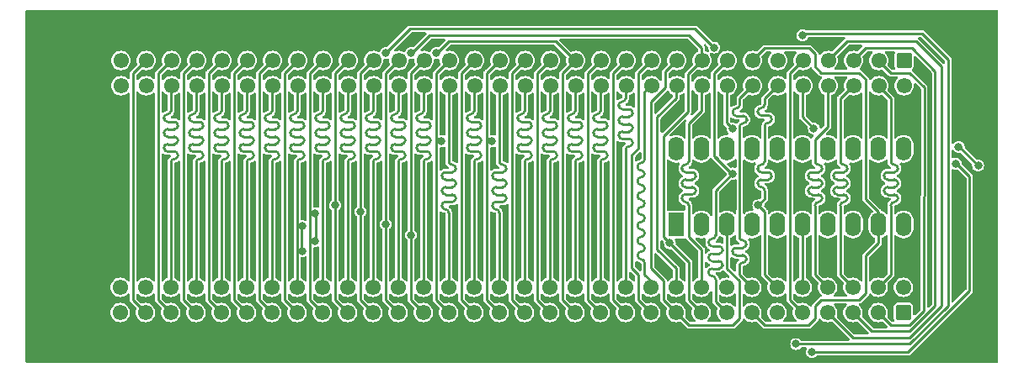
<source format=gbr>
%TF.GenerationSoftware,KiCad,Pcbnew,8.0.1*%
%TF.CreationDate,2024-04-05T09:52:39+02:00*%
%TF.ProjectId,qlexternal512kram_MIX,716c6578-7465-4726-9e61-6c3531326b72,0.1*%
%TF.SameCoordinates,Original*%
%TF.FileFunction,Copper,L2,Bot*%
%TF.FilePolarity,Positive*%
%FSLAX46Y46*%
G04 Gerber Fmt 4.6, Leading zero omitted, Abs format (unit mm)*
G04 Created by KiCad (PCBNEW 8.0.1) date 2024-04-05 09:52:39*
%MOMM*%
%LPD*%
G01*
G04 APERTURE LIST*
G04 Aperture macros list*
%AMRoundRect*
0 Rectangle with rounded corners*
0 $1 Rounding radius*
0 $2 $3 $4 $5 $6 $7 $8 $9 X,Y pos of 4 corners*
0 Add a 4 corners polygon primitive as box body*
4,1,4,$2,$3,$4,$5,$6,$7,$8,$9,$2,$3,0*
0 Add four circle primitives for the rounded corners*
1,1,$1+$1,$2,$3*
1,1,$1+$1,$4,$5*
1,1,$1+$1,$6,$7*
1,1,$1+$1,$8,$9*
0 Add four rect primitives between the rounded corners*
20,1,$1+$1,$2,$3,$4,$5,0*
20,1,$1+$1,$4,$5,$6,$7,0*
20,1,$1+$1,$6,$7,$8,$9,0*
20,1,$1+$1,$8,$9,$2,$3,0*%
G04 Aperture macros list end*
%TA.AperFunction,ComponentPad*%
%ADD10RoundRect,0.249999X0.525001X0.525001X-0.525001X0.525001X-0.525001X-0.525001X0.525001X-0.525001X0*%
%TD*%
%TA.AperFunction,ComponentPad*%
%ADD11C,1.550000*%
%TD*%
%TA.AperFunction,ComponentPad*%
%ADD12RoundRect,0.249999X-0.525001X-0.525001X0.525001X-0.525001X0.525001X0.525001X-0.525001X0.525001X0*%
%TD*%
%TA.AperFunction,ComponentPad*%
%ADD13R,1.600000X2.400000*%
%TD*%
%TA.AperFunction,ComponentPad*%
%ADD14O,1.600000X2.400000*%
%TD*%
%TA.AperFunction,ViaPad*%
%ADD15C,0.800000*%
%TD*%
%TA.AperFunction,Conductor*%
%ADD16C,0.250000*%
%TD*%
G04 APERTURE END LIST*
D10*
%TO.P,J1,a1,GND*%
%TO.N,GND*%
X181120000Y-57785000D03*
D11*
%TO.P,J1,a2,D3*%
%TO.N,/D3*%
X178580000Y-57785000D03*
%TO.P,J1,a3,D4*%
%TO.N,/D4*%
X176040000Y-57785000D03*
%TO.P,J1,a4,D5*%
%TO.N,/D5*%
X173500000Y-57785000D03*
%TO.P,J1,a5,D6*%
%TO.N,/D6*%
X170960000Y-57785000D03*
%TO.P,J1,a6,D7*%
%TO.N,/D7*%
X168420000Y-57785000D03*
%TO.P,J1,a7,A19*%
%TO.N,/A19*%
X165880000Y-57785000D03*
%TO.P,J1,a8,A18*%
%TO.N,/A18*%
X163340000Y-57785000D03*
%TO.P,J1,a9,A17*%
%TO.N,/A17*%
X160800000Y-57785000D03*
%TO.P,J1,a10,A16*%
%TO.N,/A16*%
X158260000Y-57785000D03*
%TO.P,J1,a11,CLKCPU*%
%TO.N,/CLKCPU*%
X155720000Y-57785000D03*
%TO.P,J1,a12,RED*%
%TO.N,/RED*%
X153180000Y-57785000D03*
%TO.P,J1,a13,A14*%
%TO.N,/A14*%
X150640000Y-57785000D03*
%TO.P,J1,a14,A13*%
%TO.N,/A13*%
X148100000Y-57785000D03*
%TO.P,J1,a15,A12*%
%TO.N,/A12*%
X145560000Y-57785000D03*
%TO.P,J1,a16,A11*%
%TO.N,/A11*%
X143020000Y-57785000D03*
%TO.P,J1,a17,A10*%
%TO.N,/A10*%
X140480000Y-57785000D03*
%TO.P,J1,a18,A9*%
%TO.N,/A9*%
X137940000Y-57785000D03*
%TO.P,J1,a19,A8*%
%TO.N,/A8*%
X135400000Y-57785000D03*
%TO.P,J1,a20,A7*%
%TO.N,/A7*%
X132860000Y-57785000D03*
%TO.P,J1,a21,A6*%
%TO.N,/A6*%
X130320000Y-57785000D03*
%TO.P,J1,a22,A5*%
%TO.N,/A5*%
X127780000Y-57785000D03*
%TO.P,J1,a23,A4*%
%TO.N,/A4*%
X125240000Y-57785000D03*
%TO.P,J1,a24,A3*%
%TO.N,/A3*%
X122700000Y-57785000D03*
%TO.P,J1,a25,~{DBG}*%
%TO.N,/DBG*%
X120160000Y-57785000D03*
%TO.P,J1,a26,SP2*%
%TO.N,/SP2*%
X117620000Y-57785000D03*
%TO.P,J1,a27,~{DSMC}*%
%TO.N,/DSMC*%
X115080000Y-57785000D03*
%TO.P,J1,a28,SP1*%
%TO.N,/SP1*%
X112540000Y-57785000D03*
%TO.P,J1,a29,SP0*%
%TO.N,/SP0*%
X110000000Y-57785000D03*
%TO.P,J1,a30,+12V*%
%TO.N,/ma12v*%
X107460000Y-57785000D03*
%TO.P,J1,a31,-12V*%
%TO.N,/me12v*%
X104920000Y-57785000D03*
%TO.P,J1,a32,Vin*%
%TO.N,+9V*%
X102380000Y-57785000D03*
%TO.P,J1,b1,GND*%
%TO.N,GND*%
X181120000Y-60325000D03*
%TO.P,J1,b2,D2*%
%TO.N,/D2*%
X178580000Y-60325000D03*
%TO.P,J1,b3,D1*%
%TO.N,/D1*%
X176040000Y-60325000D03*
%TO.P,J1,b4,D0*%
%TO.N,/D0*%
X173500000Y-60325000D03*
%TO.P,J1,b5,~{AS}*%
%TO.N,/AS*%
X170960000Y-60325000D03*
%TO.P,J1,b6,~{DS}*%
%TO.N,/DS*%
X168420000Y-60325000D03*
%TO.P,J1,b7,~{DRW}*%
%TO.N,/RW*%
X165880000Y-60325000D03*
%TO.P,J1,b8,~{DTACK}*%
%TO.N,/DTACK*%
X163340000Y-60325000D03*
%TO.P,J1,b9,~{BG}*%
%TO.N,/BG*%
X160800000Y-60325000D03*
%TO.P,J1,b10,~{BR}*%
%TO.N,/BR*%
X158260000Y-60325000D03*
%TO.P,J1,b11,A15*%
%TO.N,/A15*%
X155720000Y-60325000D03*
%TO.P,J1,b12,~{RESETCPU}*%
%TO.N,/RESET*%
X153180000Y-60325000D03*
%TO.P,J1,b13,~{CSYNC}*%
%TO.N,/CSYNC*%
X150640000Y-60325000D03*
%TO.P,J1,b14,E*%
%TO.N,/E*%
X148100000Y-60325000D03*
%TO.P,J1,b15,VSYNCH*%
%TO.N,/VSYNC*%
X145560000Y-60325000D03*
%TO.P,J1,b16,~{VPA}*%
%TO.N,/VPA*%
X143020000Y-60325000D03*
%TO.P,J1,b17,GREEN*%
%TO.N,/GREEN*%
X140480000Y-60325000D03*
%TO.P,J1,b18,BLUE*%
%TO.N,/BLUE*%
X137940000Y-60325000D03*
%TO.P,J1,b19,FC2*%
%TO.N,/FC2*%
X135400000Y-60325000D03*
%TO.P,J1,b20,FC1*%
%TO.N,/FC1*%
X132860000Y-60325000D03*
%TO.P,J1,b21,FC0*%
%TO.N,/FC0*%
X130320000Y-60325000D03*
%TO.P,J1,b22,A0*%
%TO.N,/A0*%
X127780000Y-60325000D03*
%TO.P,J1,b23,ROMOEH*%
%TO.N,/ROMOE*%
X125240000Y-60325000D03*
%TO.P,J1,b24,A1*%
%TO.N,/A1*%
X122700000Y-60325000D03*
%TO.P,J1,b25,A2*%
%TO.N,/A2*%
X120160000Y-60325000D03*
%TO.P,J1,b26,SP3*%
%TO.N,/SP3*%
X117620000Y-60325000D03*
%TO.P,J1,b27,~{IPLO}*%
%TO.N,/IPL0*%
X115080000Y-60325000D03*
%TO.P,J1,b28,~{BERR}*%
%TO.N,/BERR*%
X112540000Y-60325000D03*
%TO.P,J1,b29,~{IPL1}*%
%TO.N,/IPL1*%
X110000000Y-60325000D03*
%TO.P,J1,b30,~{EXTINT}*%
%TO.N,/EXTINT*%
X107460000Y-60325000D03*
%TO.P,J1,b31,Vin*%
%TO.N,+9V*%
X104920000Y-60325000D03*
%TO.P,J1,b32,Vin*%
X102380000Y-60325000D03*
%TD*%
D12*
%TO.P,J2,a1,GND*%
%TO.N,GND*%
X181060000Y-83185000D03*
D11*
%TO.P,J2,a2,D3*%
%TO.N,/D3*%
X178520000Y-83185000D03*
%TO.P,J2,a3,D4*%
%TO.N,/D4*%
X175980000Y-83185000D03*
%TO.P,J2,a4,D5*%
%TO.N,/D5*%
X173440000Y-83185000D03*
%TO.P,J2,a5,D6*%
%TO.N,/D6*%
X170900000Y-83185000D03*
%TO.P,J2,a6,D7*%
%TO.N,/D7*%
X168360000Y-83185000D03*
%TO.P,J2,a7,A19*%
%TO.N,/A19*%
X165820000Y-83185000D03*
%TO.P,J2,a8,A18*%
%TO.N,/A18*%
X163280000Y-83185000D03*
%TO.P,J2,a9,A17*%
%TO.N,/A17*%
X160740000Y-83185000D03*
%TO.P,J2,a10,A16*%
%TO.N,/A16*%
X158200000Y-83185000D03*
%TO.P,J2,a11,CLKCPU*%
%TO.N,/CLKCPU*%
X155660000Y-83185000D03*
%TO.P,J2,a12,RED*%
%TO.N,/RED*%
X153120000Y-83185000D03*
%TO.P,J2,a13,A14*%
%TO.N,/A14*%
X150580000Y-83185000D03*
%TO.P,J2,a14,A13*%
%TO.N,/A13*%
X148040000Y-83185000D03*
%TO.P,J2,a15,A12*%
%TO.N,/A12*%
X145500000Y-83185000D03*
%TO.P,J2,a16,A11*%
%TO.N,/A11*%
X142960000Y-83185000D03*
%TO.P,J2,a17,A10*%
%TO.N,/A10*%
X140420000Y-83185000D03*
%TO.P,J2,a18,A9*%
%TO.N,/A9*%
X137880000Y-83185000D03*
%TO.P,J2,a19,A8*%
%TO.N,/A8*%
X135340000Y-83185000D03*
%TO.P,J2,a20,A7*%
%TO.N,/A7*%
X132800000Y-83185000D03*
%TO.P,J2,a21,A6*%
%TO.N,/A6*%
X130260000Y-83185000D03*
%TO.P,J2,a22,A5*%
%TO.N,/A5*%
X127720000Y-83185000D03*
%TO.P,J2,a23,A4*%
%TO.N,/A4*%
X125180000Y-83185000D03*
%TO.P,J2,a24,A3*%
%TO.N,/A3*%
X122640000Y-83185000D03*
%TO.P,J2,a25,~{DBG}*%
%TO.N,/DBG*%
X120100000Y-83185000D03*
%TO.P,J2,a26,SP2*%
%TO.N,/SP2*%
X117560000Y-83185000D03*
%TO.P,J2,a27,~{DSMC}*%
%TO.N,/DSMC*%
X115020000Y-83185000D03*
%TO.P,J2,a28,SP1*%
%TO.N,/SP1*%
X112480000Y-83185000D03*
%TO.P,J2,a29,SP0*%
%TO.N,/SP0*%
X109940000Y-83185000D03*
%TO.P,J2,a30,+12V*%
%TO.N,/ma12v*%
X107400000Y-83185000D03*
%TO.P,J2,a31,-12V*%
%TO.N,/me12v*%
X104860000Y-83185000D03*
%TO.P,J2,a32,Vin*%
%TO.N,+9V*%
X102320000Y-83185000D03*
%TO.P,J2,b1,GND*%
%TO.N,GND*%
X181060000Y-80645000D03*
%TO.P,J2,b2,D2*%
%TO.N,/D2*%
X178520000Y-80645000D03*
%TO.P,J2,b3,D1*%
%TO.N,/D1*%
X175980000Y-80645000D03*
%TO.P,J2,b4,D0*%
%TO.N,/D0*%
X173440000Y-80645000D03*
%TO.P,J2,b5,~{AS}*%
%TO.N,/AS*%
X170900000Y-80645000D03*
%TO.P,J2,b6,~{DS}*%
%TO.N,/DS*%
X168360000Y-80645000D03*
%TO.P,J2,b7,~{DRW}*%
%TO.N,/RW*%
X165820000Y-80645000D03*
%TO.P,J2,b8,~{DTACK}*%
%TO.N,/DTACK*%
X163280000Y-80645000D03*
%TO.P,J2,b9,~{BG}*%
%TO.N,/BG*%
X160740000Y-80645000D03*
%TO.P,J2,b10,~{BR}*%
%TO.N,/BR*%
X158200000Y-80645000D03*
%TO.P,J2,b11,A15*%
%TO.N,/A15*%
X155660000Y-80645000D03*
%TO.P,J2,b12,~{RESETCPU}*%
%TO.N,/RESET*%
X153120000Y-80645000D03*
%TO.P,J2,b13,~{CSYNC}*%
%TO.N,/CSYNC*%
X150580000Y-80645000D03*
%TO.P,J2,b14,E*%
%TO.N,/E*%
X148040000Y-80645000D03*
%TO.P,J2,b15,VSYNCH*%
%TO.N,/VSYNC*%
X145500000Y-80645000D03*
%TO.P,J2,b16,~{VPA}*%
%TO.N,/VPA*%
X142960000Y-80645000D03*
%TO.P,J2,b17,GREEN*%
%TO.N,/GREEN*%
X140420000Y-80645000D03*
%TO.P,J2,b18,BLUE*%
%TO.N,/BLUE*%
X137880000Y-80645000D03*
%TO.P,J2,b19,FC2*%
%TO.N,/FC2*%
X135340000Y-80645000D03*
%TO.P,J2,b20,FC1*%
%TO.N,/FC1*%
X132800000Y-80645000D03*
%TO.P,J2,b21,FC0*%
%TO.N,/FC0*%
X130260000Y-80645000D03*
%TO.P,J2,b22,A0*%
%TO.N,/A0*%
X127720000Y-80645000D03*
%TO.P,J2,b23,ROMOEH*%
%TO.N,/ROMOE*%
X125180000Y-80645000D03*
%TO.P,J2,b24,A1*%
%TO.N,/A1*%
X122640000Y-80645000D03*
%TO.P,J2,b25,A2*%
%TO.N,/A2*%
X120100000Y-80645000D03*
%TO.P,J2,b26,SP3*%
%TO.N,/SP3*%
X117560000Y-80645000D03*
%TO.P,J2,b27,~{IPLO}*%
%TO.N,/IPL0*%
X115020000Y-80645000D03*
%TO.P,J2,b28,~{BERR}*%
%TO.N,/BERR*%
X112480000Y-80645000D03*
%TO.P,J2,b29,~{IPL1}*%
%TO.N,/IPL1*%
X109940000Y-80645000D03*
%TO.P,J2,b30,~{EXTINT}*%
%TO.N,/EXTINT*%
X107400000Y-80645000D03*
%TO.P,J2,b31,Vin*%
%TO.N,+9V*%
X104860000Y-80645000D03*
%TO.P,J2,b32,Vin*%
X102320000Y-80645000D03*
%TD*%
D13*
%TO.P,U2,1,I1/CLK*%
%TO.N,/DS*%
X158215000Y-74310000D03*
D14*
%TO.P,U2,2,I2*%
%TO.N,/A17*%
X160755000Y-74310000D03*
%TO.P,U2,3,I3*%
%TO.N,/A16*%
X163295000Y-74310000D03*
%TO.P,U2,4,I4*%
%TO.N,unconnected-(U2-I4-Pad4)*%
X165835000Y-74310000D03*
%TO.P,U2,5,I5*%
%TO.N,unconnected-(U2-I5-Pad5)*%
X168375000Y-74310000D03*
%TO.P,U2,6,I6*%
%TO.N,/AS*%
X170915000Y-74310000D03*
%TO.P,U2,7,I7*%
%TO.N,Net-(JP1-B)*%
X173455000Y-74310000D03*
%TO.P,U2,8,I8*%
%TO.N,Net-(JP2-B)*%
X175995000Y-74310000D03*
%TO.P,U2,9,I9*%
%TO.N,/A19*%
X178535000Y-74310000D03*
%TO.P,U2,10,GND*%
%TO.N,GND*%
X181075000Y-74310000D03*
%TO.P,U2,11,I10/~{OE}*%
%TO.N,/A18*%
X181075000Y-66690000D03*
%TO.P,U2,12,IO8*%
%TO.N,unconnected-(U2-IO8-Pad12)*%
X178535000Y-66690000D03*
%TO.P,U2,13,IO7*%
%TO.N,unconnected-(U2-IO7-Pad13)*%
X175995000Y-66690000D03*
%TO.P,U2,14,IO6*%
%TO.N,/DTACK*%
X173455000Y-66690000D03*
%TO.P,U2,15,IO5*%
%TO.N,unconnected-(U2-IO5-Pad15)*%
X170915000Y-66690000D03*
%TO.P,U2,16,IO4*%
%TO.N,/DSMC*%
X168375000Y-66690000D03*
%TO.P,U2,17,I03*%
%TO.N,unconnected-(U2-I03-Pad17)*%
X165835000Y-66690000D03*
%TO.P,U2,18,IO2*%
%TO.N,/RAM_OE*%
X163295000Y-66690000D03*
%TO.P,U2,19,IO1*%
%TO.N,/RAM_CE*%
X160755000Y-66690000D03*
%TO.P,U2,20,VCC*%
%TO.N,VCC*%
X158215000Y-66690000D03*
%TD*%
D15*
%TO.N,/A3*%
X121920000Y-73185000D03*
X121920000Y-75985000D03*
%TO.N,/A4*%
X123920000Y-72390000D03*
%TO.N,/A5*%
X126460000Y-73025000D03*
%TO.N,/A6*%
X129000000Y-74295000D03*
%TO.N,/A7*%
X131540000Y-75390400D03*
%TO.N,/A8*%
X134625500Y-65913000D03*
%TO.N,/A10*%
X139705500Y-65913000D03*
%TO.N,/D7*%
X170275000Y-86360000D03*
X170910000Y-55245000D03*
%TO.N,/A2*%
X120620000Y-76985000D03*
X120620000Y-74485000D03*
%TO.N,/A13*%
X134120000Y-57035000D03*
%TO.N,/A17*%
X157575000Y-76200000D03*
X131570000Y-57035000D03*
%TO.N,/A18*%
X163876200Y-69187500D03*
%TO.N,/A15*%
X162020000Y-56485000D03*
X129020000Y-57035000D03*
%TO.N,/DS*%
X166465000Y-72390000D03*
%TO.N,/AS*%
X172053400Y-64643000D03*
X188570000Y-68385000D03*
X186620000Y-66485000D03*
%TO.N,/DTACK*%
X163863300Y-64664400D03*
X186320000Y-68185000D03*
X171870000Y-87185000D03*
%TD*%
D16*
%TO.N,/A3*%
X121380000Y-81915000D02*
X122650000Y-83185000D01*
X121380000Y-59090000D02*
X121380000Y-81915000D01*
X122650000Y-57820000D02*
X121380000Y-59090000D01*
X121970000Y-73235000D02*
X121970000Y-75935000D01*
%TO.N,/A4*%
X123920000Y-72390000D02*
X123920000Y-59090000D01*
X123920000Y-72390000D02*
X123920000Y-81915000D01*
X123920000Y-81915000D02*
X125190000Y-83185000D01*
X123920000Y-59090000D02*
X125190000Y-57820000D01*
%TO.N,/A5*%
X126460000Y-59090000D02*
X127730000Y-57820000D01*
X126460000Y-81915000D02*
X127730000Y-83185000D01*
X126460000Y-81915000D02*
X126460000Y-59090000D01*
%TO.N,/A6*%
X129000000Y-81915000D02*
X130270000Y-83185000D01*
X129000000Y-59090000D02*
X130270000Y-57820000D01*
X129000000Y-74295000D02*
X129000000Y-59090000D01*
X129000000Y-74295000D02*
X129000000Y-81915000D01*
%TO.N,/A7*%
X131540000Y-75390400D02*
X131540000Y-81915000D01*
X131540000Y-81915000D02*
X132810000Y-83185000D01*
X131540000Y-75390400D02*
X131540000Y-59090000D01*
X131540000Y-59090000D02*
X132810000Y-57820000D01*
%TO.N,/A8*%
X135350000Y-83185000D02*
X134080000Y-81915000D01*
X134080000Y-81915000D02*
X134080000Y-65579000D01*
X134080000Y-59090000D02*
X134080000Y-65579000D01*
X135350000Y-57820000D02*
X134080000Y-59090000D01*
X134625500Y-65913000D02*
X134414000Y-65913000D01*
X134414000Y-65913000D02*
X134080000Y-65579000D01*
%TO.N,/A9*%
X136620000Y-81915000D02*
X136620000Y-59090000D01*
X136620000Y-59090000D02*
X137890000Y-57820000D01*
X137890000Y-83185000D02*
X136620000Y-81915000D01*
%TO.N,/A10*%
X139160000Y-59055000D02*
X139160000Y-81915000D01*
X140430000Y-57820000D02*
X139195000Y-59055000D01*
X139195000Y-59055000D02*
X139160000Y-59055000D01*
X139705500Y-65913000D02*
X139541000Y-65913000D01*
X139541000Y-65913000D02*
X139160000Y-65532000D01*
X139160000Y-81915000D02*
X140430000Y-83185000D01*
%TO.N,/A11*%
X141700000Y-59090000D02*
X142970000Y-57820000D01*
X142970000Y-83185000D02*
X141700000Y-81915000D01*
X141700000Y-81915000D02*
X141700000Y-59090000D01*
%TO.N,/A12*%
X144240000Y-59090000D02*
X145510000Y-57820000D01*
X144240000Y-81915000D02*
X144240000Y-59090000D01*
X145510000Y-83185000D02*
X144240000Y-81915000D01*
%TO.N,/D7*%
X185570000Y-57685000D02*
X185570000Y-82495000D01*
X181705000Y-86360000D02*
X170275000Y-86360000D01*
X182970000Y-55085000D02*
X185570000Y-57685000D01*
X170910000Y-55245000D02*
X171070000Y-55085000D01*
X185570000Y-82495000D02*
X181705000Y-86360000D01*
X171070000Y-55085000D02*
X182970000Y-55085000D01*
%TO.N,/D6*%
X169640000Y-59090000D02*
X169640000Y-81915000D01*
X169640000Y-81915000D02*
X170910000Y-83185000D01*
X170910000Y-57820000D02*
X169640000Y-59090000D01*
%TO.N,/D5*%
X175990000Y-85725000D02*
X173450000Y-83185000D01*
X181704282Y-85725000D02*
X175990000Y-85725000D01*
X184880000Y-82549282D02*
X181704282Y-85725000D01*
X175390000Y-55880000D02*
X182340000Y-55880000D01*
X184880000Y-58420000D02*
X182340000Y-55880000D01*
X184880000Y-58420000D02*
X184880000Y-82549282D01*
X173450000Y-57820000D02*
X175390000Y-55880000D01*
%TO.N,/D4*%
X181703564Y-85090000D02*
X184245000Y-82548564D01*
X177295000Y-56515000D02*
X175990000Y-57820000D01*
X177895000Y-85090000D02*
X181703564Y-85090000D01*
X184245000Y-58860000D02*
X181900000Y-56515000D01*
X184245000Y-82548564D02*
X184245000Y-58860000D01*
X175990000Y-83185000D02*
X177895000Y-85090000D01*
X181900000Y-56515000D02*
X177295000Y-56515000D01*
%TO.N,/D3*%
X181702846Y-84455000D02*
X183120000Y-83037846D01*
X183120000Y-71479650D02*
X183150500Y-71449149D01*
X179800000Y-84455000D02*
X181702846Y-84455000D01*
X178530000Y-83185000D02*
X179800000Y-84455000D01*
X183150500Y-71449149D02*
X183150500Y-60500500D01*
X183120000Y-83037846D02*
X183120000Y-71479650D01*
X183150500Y-60500500D02*
X181705000Y-59055000D01*
X179765000Y-59055000D02*
X178530000Y-57820000D01*
X181705000Y-59055000D02*
X179765000Y-59055000D01*
%TO.N,/A2*%
X120670000Y-74535000D02*
X120570000Y-74635000D01*
X120810000Y-64315000D02*
X120810000Y-64365000D01*
X119760000Y-63965000D02*
X120460000Y-63965000D01*
X120570000Y-74635000D02*
X120570000Y-76835000D01*
X119760000Y-65465000D02*
X120460000Y-65465000D01*
X120110000Y-60360000D02*
X120110000Y-62865000D01*
X119410000Y-66565000D02*
X119410000Y-66615000D01*
X119760000Y-66965000D02*
X120460000Y-66965000D01*
X120810000Y-67315000D02*
X120810000Y-67365000D01*
X119760000Y-64715000D02*
X120460000Y-64715000D01*
X120110000Y-68065000D02*
X120110000Y-80645000D01*
X119410000Y-63565000D02*
X119410000Y-63615000D01*
X119410000Y-65065000D02*
X119410000Y-65115000D01*
X120810000Y-65815000D02*
X120810000Y-65865000D01*
X119760000Y-66215000D02*
X120460000Y-66215000D01*
X120570000Y-76835000D02*
X120670000Y-76935000D01*
X119760000Y-66215000D02*
G75*
G03*
X119410000Y-66565000I0J-350000D01*
G01*
X119760000Y-64715000D02*
G75*
G03*
X119410000Y-65065000I0J-350000D01*
G01*
X120460000Y-65465000D02*
G75*
G02*
X120810000Y-65815000I0J-350000D01*
G01*
X119410000Y-63615000D02*
G75*
G03*
X119760000Y-63965000I350000J0D01*
G01*
X119410000Y-65115000D02*
G75*
G03*
X119760000Y-65465000I350000J0D01*
G01*
X120460000Y-67715000D02*
G75*
G03*
X120110000Y-68065000I0J-350000D01*
G01*
X120460000Y-66965000D02*
G75*
G02*
X120810000Y-67315000I0J-350000D01*
G01*
X120810000Y-67365000D02*
G75*
G02*
X120460000Y-67715000I-350000J0D01*
G01*
X120810000Y-65865000D02*
G75*
G02*
X120460000Y-66215000I-350000J0D01*
G01*
X120110000Y-62865000D02*
G75*
G02*
X119760000Y-63215000I-350000J0D01*
G01*
X119410000Y-66615000D02*
G75*
G03*
X119760000Y-66965000I350000J0D01*
G01*
X120810000Y-64365000D02*
G75*
G02*
X120460000Y-64715000I-350000J0D01*
G01*
X120460000Y-63965000D02*
G75*
G02*
X120810000Y-64315000I0J-350000D01*
G01*
X119760000Y-63215000D02*
G75*
G03*
X119410000Y-63565000I0J-350000D01*
G01*
%TO.N,/A1*%
X123350000Y-64315000D02*
X123350000Y-64365000D01*
X123350000Y-67315000D02*
X123350000Y-67365000D01*
X122650000Y-68065000D02*
X122650000Y-80645000D01*
X123350000Y-65815000D02*
X123350000Y-65865000D01*
X122300000Y-63965000D02*
X123000000Y-63965000D01*
X121950000Y-66565000D02*
X121950000Y-66615000D01*
X122300000Y-65465000D02*
X123000000Y-65465000D01*
X122300000Y-66215000D02*
X123000000Y-66215000D01*
X122650000Y-60360000D02*
X122650000Y-62865000D01*
X122300000Y-64715000D02*
X123000000Y-64715000D01*
X122300000Y-66965000D02*
X123000000Y-66965000D01*
X121950000Y-65065000D02*
X121950000Y-65115000D01*
X121950000Y-63565000D02*
X121950000Y-63615000D01*
X122650000Y-62865000D02*
G75*
G02*
X122300000Y-63215000I-350000J0D01*
G01*
X122300000Y-64715000D02*
G75*
G03*
X121950000Y-65065000I0J-350000D01*
G01*
X123350000Y-64365000D02*
G75*
G02*
X123000000Y-64715000I-350000J0D01*
G01*
X121950000Y-65115000D02*
G75*
G03*
X122300000Y-65465000I350000J0D01*
G01*
X123350000Y-67365000D02*
G75*
G02*
X123000000Y-67715000I-350000J0D01*
G01*
X123000000Y-63965000D02*
G75*
G02*
X123350000Y-64315000I0J-350000D01*
G01*
X121950000Y-66615000D02*
G75*
G03*
X122300000Y-66965000I350000J0D01*
G01*
X121950000Y-63615000D02*
G75*
G03*
X122300000Y-63965000I350000J0D01*
G01*
X123350000Y-65865000D02*
G75*
G02*
X123000000Y-66215000I-350000J0D01*
G01*
X123000000Y-66965000D02*
G75*
G02*
X123350000Y-67315000I0J-350000D01*
G01*
X123000000Y-67715000D02*
G75*
G03*
X122650000Y-68065000I0J-350000D01*
G01*
X123000000Y-65465000D02*
G75*
G02*
X123350000Y-65815000I0J-350000D01*
G01*
X122300000Y-63215000D02*
G75*
G03*
X121950000Y-63565000I0J-350000D01*
G01*
X122300000Y-66215000D02*
G75*
G03*
X121950000Y-66565000I0J-350000D01*
G01*
%TO.N,/A0*%
X127380000Y-64715000D02*
X128080000Y-64715000D01*
X127030000Y-63565000D02*
X127030000Y-63615000D01*
X127730000Y-68065000D02*
X127730000Y-80645000D01*
X128430000Y-65815000D02*
X128430000Y-65865000D01*
X127380000Y-65465000D02*
X128080000Y-65465000D01*
X128430000Y-64315000D02*
X128430000Y-64365000D01*
X128430000Y-67315000D02*
X128430000Y-67365000D01*
X127730000Y-60360000D02*
X127730000Y-62865000D01*
X127380000Y-66215000D02*
X128080000Y-66215000D01*
X127380000Y-63965000D02*
X128080000Y-63965000D01*
X127030000Y-65065000D02*
X127030000Y-65115000D01*
X127380000Y-66965000D02*
X128080000Y-66965000D01*
X127030000Y-66565000D02*
X127030000Y-66615000D01*
X128430000Y-65865000D02*
G75*
G02*
X128080000Y-66215000I-350000J0D01*
G01*
X128080000Y-67715000D02*
G75*
G03*
X127730000Y-68065000I0J-350000D01*
G01*
X128430000Y-67365000D02*
G75*
G02*
X128080000Y-67715000I-350000J0D01*
G01*
X128080000Y-65465000D02*
G75*
G02*
X128430000Y-65815000I0J-350000D01*
G01*
X127380000Y-63215000D02*
G75*
G03*
X127030000Y-63565000I0J-350000D01*
G01*
X127030000Y-66615000D02*
G75*
G03*
X127380000Y-66965000I350000J0D01*
G01*
X128080000Y-63965000D02*
G75*
G02*
X128430000Y-64315000I0J-350000D01*
G01*
X127030000Y-65115000D02*
G75*
G03*
X127380000Y-65465000I350000J0D01*
G01*
X127380000Y-66215000D02*
G75*
G03*
X127030000Y-66565000I0J-350000D01*
G01*
X128430000Y-64365000D02*
G75*
G02*
X128080000Y-64715000I-350000J0D01*
G01*
X128080000Y-66965000D02*
G75*
G02*
X128430000Y-67315000I0J-350000D01*
G01*
X127730000Y-62865000D02*
G75*
G02*
X127380000Y-63215000I-350000J0D01*
G01*
X127030000Y-63615000D02*
G75*
G03*
X127380000Y-63965000I350000J0D01*
G01*
X127380000Y-64715000D02*
G75*
G03*
X127030000Y-65065000I0J-350000D01*
G01*
%TO.N,/RW*%
X165300711Y-63720711D02*
X165300711Y-63770711D01*
X164560000Y-79375000D02*
X165830000Y-80645000D01*
X164210000Y-77415000D02*
X164910000Y-77415000D01*
X164210000Y-76665000D02*
X164910000Y-76665000D01*
X164600711Y-72984289D02*
X164560000Y-73025000D01*
X164250711Y-63370711D02*
X164950711Y-63370711D01*
X164560000Y-78515000D02*
X164560000Y-79375000D01*
X164560000Y-73025000D02*
X164560000Y-75565000D01*
X165260000Y-77765000D02*
X165260000Y-77815000D01*
X164600711Y-61589289D02*
X164600711Y-62270711D01*
X165260000Y-76265000D02*
X165260000Y-76315000D01*
X164600711Y-64470711D02*
X164600711Y-72984289D01*
X163900711Y-62970711D02*
X163900711Y-63020711D01*
X165830000Y-60360000D02*
X164600711Y-61589289D01*
X163860000Y-77015000D02*
X163860000Y-77065000D01*
X164250711Y-62620711D02*
G75*
G03*
X163900711Y-62970711I-11J-349989D01*
G01*
X165260000Y-76315000D02*
G75*
G02*
X164910000Y-76665000I-350000J0D01*
G01*
X164210000Y-76665000D02*
G75*
G03*
X163860000Y-77015000I0J-350000D01*
G01*
X164950711Y-63370711D02*
G75*
G02*
X165300689Y-63720711I-11J-349989D01*
G01*
X164600711Y-62270711D02*
G75*
G02*
X164250711Y-62620711I-350011J11D01*
G01*
X164910000Y-77415000D02*
G75*
G02*
X165260000Y-77765000I0J-350000D01*
G01*
X165300711Y-63770711D02*
G75*
G02*
X164950711Y-64120711I-350011J11D01*
G01*
X163860000Y-77065000D02*
G75*
G03*
X164210000Y-77415000I350000J0D01*
G01*
X163900711Y-63020711D02*
G75*
G03*
X164250711Y-63370689I349989J11D01*
G01*
X164950711Y-64120711D02*
G75*
G03*
X164600711Y-64470711I-11J-349989D01*
G01*
X164910000Y-75915000D02*
G75*
G02*
X165260000Y-76265000I0J-350000D01*
G01*
X164910000Y-78165000D02*
G75*
G03*
X164560000Y-78515000I0J-350000D01*
G01*
X165260000Y-77815000D02*
G75*
G02*
X164910000Y-78165000I-350000J0D01*
G01*
X164560000Y-75565000D02*
G75*
G03*
X164910000Y-75915000I350000J0D01*
G01*
%TO.N,/D0*%
X172880000Y-71645000D02*
X172880000Y-71695000D01*
X172880000Y-70145000D02*
X172880000Y-70195000D01*
X173450000Y-64462100D02*
X172180000Y-65732100D01*
X172180000Y-72395000D02*
X172180000Y-79375000D01*
X171480000Y-69395000D02*
X171480000Y-69445000D01*
X172880000Y-68645000D02*
X172880000Y-68695000D01*
X171830000Y-70545000D02*
X172530000Y-70545000D01*
X173450000Y-60360000D02*
X173450000Y-64462100D01*
X171830000Y-69045000D02*
X172530000Y-69045000D01*
X171480000Y-70895000D02*
X171480000Y-70945000D01*
X172180000Y-65732100D02*
X172180000Y-67945000D01*
X171830000Y-69795000D02*
X172530000Y-69795000D01*
X172180000Y-79375000D02*
X173450000Y-80645000D01*
X171830000Y-71295000D02*
X172530000Y-71295000D01*
X171480000Y-70945000D02*
G75*
G03*
X171830000Y-71295000I350000J0D01*
G01*
X172180000Y-67945000D02*
G75*
G03*
X172530000Y-68295000I350000J0D01*
G01*
X172530000Y-69795000D02*
G75*
G02*
X172880000Y-70145000I0J-350000D01*
G01*
X172530000Y-72045000D02*
G75*
G03*
X172180000Y-72395000I0J-350000D01*
G01*
X172530000Y-71295000D02*
G75*
G02*
X172880000Y-71645000I0J-350000D01*
G01*
X171830000Y-70545000D02*
G75*
G03*
X171480000Y-70895000I0J-350000D01*
G01*
X172530000Y-68295000D02*
G75*
G02*
X172880000Y-68645000I0J-350000D01*
G01*
X171480000Y-69445000D02*
G75*
G03*
X171830000Y-69795000I350000J0D01*
G01*
X171830000Y-69045000D02*
G75*
G03*
X171480000Y-69395000I0J-350000D01*
G01*
X172880000Y-68695000D02*
G75*
G02*
X172530000Y-69045000I-350000J0D01*
G01*
X172880000Y-71695000D02*
G75*
G02*
X172530000Y-72045000I-350000J0D01*
G01*
X172880000Y-70195000D02*
G75*
G02*
X172530000Y-70545000I-350000J0D01*
G01*
%TO.N,/D1*%
X175420000Y-71645000D02*
X175420000Y-71695000D01*
X174020000Y-69395000D02*
X174020000Y-69445000D01*
X174720000Y-79375000D02*
X175990000Y-80645000D01*
X174370000Y-69045000D02*
X175070000Y-69045000D01*
X175420000Y-70145000D02*
X175420000Y-70195000D01*
X174020000Y-70895000D02*
X174020000Y-70945000D01*
X175420000Y-68645000D02*
X175420000Y-68695000D01*
X175990000Y-60360000D02*
X174755000Y-61595000D01*
X174370000Y-70545000D02*
X175070000Y-70545000D01*
X174370000Y-71295000D02*
X175070000Y-71295000D01*
X174755000Y-61595000D02*
X174720000Y-61595000D01*
X174720000Y-61595000D02*
X174720000Y-67945000D01*
X174370000Y-69795000D02*
X175070000Y-69795000D01*
X174720000Y-72395000D02*
X174720000Y-79375000D01*
X175420000Y-70195000D02*
G75*
G02*
X175070000Y-70545000I-350000J0D01*
G01*
X175420000Y-71695000D02*
G75*
G02*
X175070000Y-72045000I-350000J0D01*
G01*
X175070000Y-69795000D02*
G75*
G02*
X175420000Y-70145000I0J-350000D01*
G01*
X174020000Y-69445000D02*
G75*
G03*
X174370000Y-69795000I350000J0D01*
G01*
X175070000Y-68295000D02*
G75*
G02*
X175420000Y-68645000I0J-350000D01*
G01*
X174370000Y-69045000D02*
G75*
G03*
X174020000Y-69395000I0J-350000D01*
G01*
X175420000Y-68695000D02*
G75*
G02*
X175070000Y-69045000I-350000J0D01*
G01*
X174720000Y-67945000D02*
G75*
G03*
X175070000Y-68295000I350000J0D01*
G01*
X175070000Y-72045000D02*
G75*
G03*
X174720000Y-72395000I0J-350000D01*
G01*
X174370000Y-70545000D02*
G75*
G03*
X174020000Y-70895000I0J-350000D01*
G01*
X174020000Y-70945000D02*
G75*
G03*
X174370000Y-71295000I350000J0D01*
G01*
X175070000Y-71295000D02*
G75*
G02*
X175420000Y-71645000I0J-350000D01*
G01*
%TO.N,/D2*%
X179450000Y-70545000D02*
X180150000Y-70545000D01*
X179100000Y-70895000D02*
X179100000Y-70945000D01*
X179450000Y-69045000D02*
X180150000Y-69045000D01*
X178530000Y-60360000D02*
X179800000Y-61630000D01*
X179450000Y-71295000D02*
X180150000Y-71295000D01*
X179800000Y-72395000D02*
X179800000Y-79375000D01*
X179100000Y-69395000D02*
X179100000Y-69445000D01*
X179800000Y-61630000D02*
X179800000Y-67945000D01*
X180500000Y-70145000D02*
X180500000Y-70195000D01*
X180500000Y-68645000D02*
X180500000Y-68695000D01*
X179800000Y-79375000D02*
X178530000Y-80645000D01*
X179450000Y-69795000D02*
X180150000Y-69795000D01*
X180500000Y-71645000D02*
X180500000Y-71695000D01*
X179450000Y-69045000D02*
G75*
G03*
X179100000Y-69395000I0J-350000D01*
G01*
X180150000Y-72045000D02*
G75*
G03*
X179800000Y-72395000I0J-350000D01*
G01*
X179100000Y-70945000D02*
G75*
G03*
X179450000Y-71295000I350000J0D01*
G01*
X180150000Y-68295000D02*
G75*
G02*
X180500000Y-68645000I0J-350000D01*
G01*
X179100000Y-69445000D02*
G75*
G03*
X179450000Y-69795000I350000J0D01*
G01*
X180500000Y-68695000D02*
G75*
G02*
X180150000Y-69045000I-350000J0D01*
G01*
X180150000Y-69795000D02*
G75*
G02*
X180500000Y-70145000I0J-350000D01*
G01*
X179450000Y-70545000D02*
G75*
G03*
X179100000Y-70895000I0J-350000D01*
G01*
X180150000Y-71295000D02*
G75*
G02*
X180500000Y-71645000I0J-350000D01*
G01*
X180500000Y-70195000D02*
G75*
G02*
X180150000Y-70545000I-350000J0D01*
G01*
X180500000Y-71695000D02*
G75*
G02*
X180150000Y-72045000I-350000J0D01*
G01*
X179800000Y-67945000D02*
G75*
G03*
X180150000Y-68295000I350000J0D01*
G01*
%TO.N,/SP0*%
X109950000Y-57820000D02*
X108680000Y-59090000D01*
X108680000Y-59090000D02*
X108680000Y-81915000D01*
X108680000Y-81915000D02*
X109950000Y-83185000D01*
%TO.N,/SP1*%
X112490000Y-57820000D02*
X111255000Y-59055000D01*
X111220000Y-59055000D02*
X111220000Y-81915000D01*
X111220000Y-81915000D02*
X112490000Y-83185000D01*
X111255000Y-59055000D02*
X111220000Y-59055000D01*
%TO.N,/DSMC*%
X113760000Y-59090000D02*
X115030000Y-57820000D01*
X115030000Y-83185000D02*
X113760000Y-81915000D01*
X113760000Y-81915000D02*
X113760000Y-59090000D01*
%TO.N,/SP2*%
X116300000Y-59090000D02*
X116300000Y-81915000D01*
X117570000Y-57820000D02*
X116300000Y-59090000D01*
X116300000Y-81915000D02*
X117570000Y-83185000D01*
%TO.N,/A13*%
X146110000Y-55880000D02*
X135350000Y-55880000D01*
X146780000Y-59090000D02*
X146780000Y-81915000D01*
X135350000Y-55880000D02*
X134195000Y-57035000D01*
X148050000Y-57820000D02*
X146780000Y-59090000D01*
X146780000Y-81915000D02*
X148050000Y-83185000D01*
X148050000Y-57820000D02*
X146110000Y-55880000D01*
%TO.N,/A14*%
X149320000Y-59090000D02*
X150590000Y-57820000D01*
X150590000Y-83185000D02*
X149320000Y-81915000D01*
X149320000Y-81915000D02*
X149320000Y-59090000D01*
%TO.N,/A16*%
X155670000Y-78741900D02*
X155670000Y-61971600D01*
X155670000Y-61971600D02*
X157106400Y-60535200D01*
X156940000Y-80011900D02*
X155670000Y-78741900D01*
X163323648Y-78774366D02*
X164560000Y-80010718D01*
X163925000Y-84455000D02*
X159480000Y-84455000D01*
X156940000Y-81915000D02*
X156940000Y-80011900D01*
X164560000Y-83820000D02*
X163925000Y-84455000D01*
X163323648Y-74338648D02*
X163323648Y-78774366D01*
X159480000Y-84455000D02*
X158210000Y-83185000D01*
X157106400Y-58923600D02*
X158210000Y-57820000D01*
X157106400Y-60535200D02*
X157106400Y-58923600D01*
X158210000Y-83185000D02*
X156940000Y-81915000D01*
X163295000Y-74310000D02*
X163323648Y-74338648D01*
X164560000Y-80010718D02*
X164560000Y-83820000D01*
%TO.N,/A17*%
X159480000Y-78105000D02*
X156940000Y-75565000D01*
X160750000Y-83185000D02*
X159480000Y-81915000D01*
X159400800Y-59169200D02*
X160750000Y-57820000D01*
X156940000Y-75565000D02*
X156940000Y-65405000D01*
X159400800Y-62944200D02*
X159400800Y-59169200D01*
X160750000Y-57820000D02*
X160750000Y-56515000D01*
X133445000Y-55245000D02*
X131655000Y-57035000D01*
X159480000Y-81915000D02*
X159480000Y-78105000D01*
X160750000Y-56515000D02*
X159480000Y-55245000D01*
X156940000Y-65405000D02*
X159400800Y-62944200D01*
X159480000Y-55245000D02*
X133445000Y-55245000D01*
%TO.N,/A18*%
X163876200Y-69187500D02*
X163837700Y-69226000D01*
X162169600Y-75410400D02*
X162169600Y-70894100D01*
X161469600Y-79160400D02*
X161469600Y-79110400D01*
X163876200Y-69187500D02*
X163802189Y-69187500D01*
X162869600Y-78410400D02*
X162869600Y-78360400D01*
X162869600Y-76910400D02*
X162869600Y-76860400D01*
X162169600Y-70894100D02*
X163837700Y-69226000D01*
X162158400Y-67546800D02*
X163837700Y-69226000D01*
X161819600Y-78010400D02*
X162519600Y-78010400D01*
X161819600Y-78760400D02*
X162519600Y-78760400D01*
X162020000Y-59090000D02*
X163290000Y-57820000D01*
X163802189Y-69187500D02*
X162020000Y-67405311D01*
X161469600Y-77660400D02*
X161469600Y-77610400D01*
X161469600Y-76160400D02*
X161469600Y-76110400D01*
X163290000Y-83185000D02*
X162169600Y-82064600D01*
X161819600Y-76510400D02*
X162519600Y-76510400D01*
X162169600Y-82064600D02*
X162169600Y-79860400D01*
X161819600Y-77260400D02*
X162519600Y-77260400D01*
X162020000Y-67405311D02*
X162020000Y-59090000D01*
X161469600Y-77610400D02*
G75*
G02*
X161819600Y-77260400I350000J0D01*
G01*
X162519600Y-78760400D02*
G75*
G03*
X162869600Y-78410400I0J350000D01*
G01*
X161469600Y-76110400D02*
G75*
G02*
X161819600Y-75760400I350000J0D01*
G01*
X161819600Y-78010400D02*
G75*
G02*
X161469600Y-77660400I0J350000D01*
G01*
X162869600Y-76860400D02*
G75*
G03*
X162519600Y-76510400I-350000J0D01*
G01*
X162169600Y-79860400D02*
G75*
G03*
X161819600Y-79510400I-350000J0D01*
G01*
X161469600Y-79110400D02*
G75*
G02*
X161819600Y-78760400I350000J0D01*
G01*
X161819600Y-76510400D02*
G75*
G02*
X161469600Y-76160400I0J350000D01*
G01*
X161819600Y-79510400D02*
G75*
G02*
X161469600Y-79160400I0J350000D01*
G01*
X161819600Y-75760400D02*
G75*
G03*
X162169600Y-75410400I0J350000D01*
G01*
X162869600Y-78360400D02*
G75*
G03*
X162519600Y-78010400I-350000J0D01*
G01*
X162519600Y-77260400D02*
G75*
G03*
X162869600Y-76910400I0J350000D01*
G01*
%TO.N,/A19*%
X171545000Y-84455000D02*
X172180000Y-83820000D01*
X172815000Y-59055000D02*
X176625000Y-59055000D01*
X171580000Y-56550000D02*
X172180000Y-57150000D01*
X178535000Y-73030000D02*
X178535000Y-74310000D01*
X172180000Y-82550000D02*
X172815000Y-81915000D01*
X176625000Y-81915000D02*
X177260000Y-81280000D01*
X177260000Y-81280000D02*
X177260000Y-77470000D01*
X165830000Y-57820000D02*
X167100000Y-56550000D01*
X178535000Y-76195000D02*
X178535000Y-74310000D01*
X176625000Y-59055000D02*
X177260000Y-59690000D01*
X177260000Y-59690000D02*
X177260000Y-71755000D01*
X165830000Y-83185000D02*
X167100000Y-84455000D01*
X172180000Y-58420000D02*
X172815000Y-59055000D01*
X172180000Y-57150000D02*
X172180000Y-58420000D01*
X172815000Y-81915000D02*
X176625000Y-81915000D01*
X177260000Y-71755000D02*
X178535000Y-73030000D01*
X167100000Y-84455000D02*
X171545000Y-84455000D01*
X177260000Y-77470000D02*
X178535000Y-76195000D01*
X172180000Y-83820000D02*
X172180000Y-82550000D01*
X167100000Y-56550000D02*
X171580000Y-56550000D01*
%TO.N,/SP3*%
X117220000Y-64715000D02*
X117920000Y-64715000D01*
X117220000Y-63965000D02*
X117920000Y-63965000D01*
X118270000Y-64315000D02*
X118270000Y-64365000D01*
X117220000Y-66965000D02*
X117920000Y-66965000D01*
X116870000Y-66565000D02*
X116870000Y-66615000D01*
X117220000Y-65465000D02*
X117920000Y-65465000D01*
X117570000Y-60360000D02*
X117570000Y-62865000D01*
X118270000Y-65815000D02*
X118270000Y-65865000D01*
X116870000Y-63565000D02*
X116870000Y-63615000D01*
X117570000Y-68065000D02*
X117570000Y-80645000D01*
X117220000Y-66215000D02*
X117920000Y-66215000D01*
X116870000Y-65065000D02*
X116870000Y-65115000D01*
X118270000Y-67315000D02*
X118270000Y-67365000D01*
X116870000Y-63615000D02*
G75*
G03*
X117220000Y-63965000I350000J0D01*
G01*
X116870000Y-65115000D02*
G75*
G03*
X117220000Y-65465000I350000J0D01*
G01*
X117570000Y-62865000D02*
G75*
G02*
X117220000Y-63215000I-350000J0D01*
G01*
X117920000Y-63965000D02*
G75*
G02*
X118270000Y-64315000I0J-350000D01*
G01*
X117220000Y-64715000D02*
G75*
G03*
X116870000Y-65065000I0J-350000D01*
G01*
X118270000Y-67365000D02*
G75*
G02*
X117920000Y-67715000I-350000J0D01*
G01*
X118270000Y-64365000D02*
G75*
G02*
X117920000Y-64715000I-350000J0D01*
G01*
X117920000Y-67715000D02*
G75*
G03*
X117570000Y-68065000I0J-350000D01*
G01*
X117220000Y-66215000D02*
G75*
G03*
X116870000Y-66565000I0J-350000D01*
G01*
X118270000Y-65865000D02*
G75*
G02*
X117920000Y-66215000I-350000J0D01*
G01*
X117920000Y-66965000D02*
G75*
G02*
X118270000Y-67315000I0J-350000D01*
G01*
X117920000Y-65465000D02*
G75*
G02*
X118270000Y-65815000I0J-350000D01*
G01*
X116870000Y-66615000D02*
G75*
G03*
X117220000Y-66965000I350000J0D01*
G01*
X117220000Y-63215000D02*
G75*
G03*
X116870000Y-63565000I0J-350000D01*
G01*
%TO.N,/VPA*%
X142620000Y-66215000D02*
X143320000Y-66215000D01*
X142270000Y-66565000D02*
X142270000Y-66615000D01*
X142970000Y-68065000D02*
X142970000Y-80645000D01*
X143670000Y-64315000D02*
X143670000Y-64365000D01*
X142620000Y-65465000D02*
X143320000Y-65465000D01*
X143670000Y-67315000D02*
X143670000Y-67365000D01*
X142620000Y-66965000D02*
X143320000Y-66965000D01*
X142620000Y-63965000D02*
X143320000Y-63965000D01*
X142270000Y-63565000D02*
X142270000Y-63615000D01*
X142270000Y-65065000D02*
X142270000Y-65115000D01*
X142970000Y-60360000D02*
X142970000Y-62865000D01*
X142620000Y-64715000D02*
X143320000Y-64715000D01*
X143670000Y-65815000D02*
X143670000Y-65865000D01*
X142620000Y-66215000D02*
G75*
G03*
X142270000Y-66565000I0J-350000D01*
G01*
X142270000Y-63615000D02*
G75*
G03*
X142620000Y-63965000I350000J0D01*
G01*
X142620000Y-64715000D02*
G75*
G03*
X142270000Y-65065000I0J-350000D01*
G01*
X142270000Y-66615000D02*
G75*
G03*
X142620000Y-66965000I350000J0D01*
G01*
X143670000Y-64365000D02*
G75*
G02*
X143320000Y-64715000I-350000J0D01*
G01*
X142620000Y-63215000D02*
G75*
G03*
X142270000Y-63565000I0J-350000D01*
G01*
X142270000Y-65115000D02*
G75*
G03*
X142620000Y-65465000I350000J0D01*
G01*
X143670000Y-67365000D02*
G75*
G02*
X143320000Y-67715000I-350000J0D01*
G01*
X143320000Y-67715000D02*
G75*
G03*
X142970000Y-68065000I0J-350000D01*
G01*
X143320000Y-66965000D02*
G75*
G02*
X143670000Y-67315000I0J-350000D01*
G01*
X143320000Y-63965000D02*
G75*
G02*
X143670000Y-64315000I0J-350000D01*
G01*
X143670000Y-65865000D02*
G75*
G02*
X143320000Y-66215000I-350000J0D01*
G01*
X142970000Y-62865000D02*
G75*
G02*
X142620000Y-63215000I-350000J0D01*
G01*
X143320000Y-65465000D02*
G75*
G02*
X143670000Y-65815000I0J-350000D01*
G01*
%TO.N,/E*%
X147700000Y-63965000D02*
X148400000Y-63965000D01*
X148750000Y-65815000D02*
X148750000Y-65865000D01*
X147350000Y-65065000D02*
X147350000Y-65115000D01*
X148050000Y-60360000D02*
X148050000Y-62865000D01*
X148050000Y-68065000D02*
X148050000Y-80645000D01*
X147700000Y-65465000D02*
X148400000Y-65465000D01*
X147700000Y-66215000D02*
X148400000Y-66215000D01*
X147700000Y-66965000D02*
X148400000Y-66965000D01*
X147700000Y-64715000D02*
X148400000Y-64715000D01*
X148750000Y-64315000D02*
X148750000Y-64365000D01*
X147350000Y-63565000D02*
X147350000Y-63615000D01*
X148750000Y-67315000D02*
X148750000Y-67365000D01*
X147350000Y-66565000D02*
X147350000Y-66615000D01*
X148400000Y-67715000D02*
G75*
G03*
X148050000Y-68065000I0J-350000D01*
G01*
X147350000Y-63615000D02*
G75*
G03*
X147700000Y-63965000I350000J0D01*
G01*
X147700000Y-66215000D02*
G75*
G03*
X147350000Y-66565000I0J-350000D01*
G01*
X148400000Y-66965000D02*
G75*
G02*
X148750000Y-67315000I0J-350000D01*
G01*
X147350000Y-65115000D02*
G75*
G03*
X147700000Y-65465000I350000J0D01*
G01*
X147700000Y-63215000D02*
G75*
G03*
X147350000Y-63565000I0J-350000D01*
G01*
X148400000Y-65465000D02*
G75*
G02*
X148750000Y-65815000I0J-350000D01*
G01*
X147350000Y-66615000D02*
G75*
G03*
X147700000Y-66965000I350000J0D01*
G01*
X148750000Y-64365000D02*
G75*
G02*
X148400000Y-64715000I-350000J0D01*
G01*
X148750000Y-65865000D02*
G75*
G02*
X148400000Y-66215000I-350000J0D01*
G01*
X148750000Y-67365000D02*
G75*
G02*
X148400000Y-67715000I-350000J0D01*
G01*
X148400000Y-63965000D02*
G75*
G02*
X148750000Y-64315000I0J-350000D01*
G01*
X148050000Y-62865000D02*
G75*
G02*
X147700000Y-63215000I-350000J0D01*
G01*
X147700000Y-64715000D02*
G75*
G03*
X147350000Y-65065000I0J-350000D01*
G01*
%TO.N,/RESET*%
X152780000Y-64195000D02*
X153480000Y-64195000D01*
X153830000Y-63045000D02*
X153830000Y-63095000D01*
X152780000Y-65695000D02*
X153480000Y-65695000D01*
X152430000Y-62295000D02*
X152430000Y-62345000D01*
X152780000Y-63445000D02*
X153480000Y-63445000D01*
X152780000Y-64945000D02*
X153480000Y-64945000D01*
X152780000Y-62695000D02*
X153480000Y-62695000D01*
X153130000Y-66795000D02*
X153130000Y-80645000D01*
X153830000Y-64545000D02*
X153830000Y-64595000D01*
X152430000Y-65295000D02*
X152430000Y-65345000D01*
X152430000Y-63795000D02*
X152430000Y-63845000D01*
X153130000Y-60360000D02*
X153130000Y-61595000D01*
X153830000Y-66045000D02*
X153830000Y-66095000D01*
X152430000Y-63845000D02*
G75*
G03*
X152780000Y-64195000I350000J0D01*
G01*
X153480000Y-66445000D02*
G75*
G03*
X153130000Y-66795000I0J-350000D01*
G01*
X152430000Y-62345000D02*
G75*
G03*
X152780000Y-62695000I350000J0D01*
G01*
X153480000Y-62695000D02*
G75*
G02*
X153830000Y-63045000I0J-350000D01*
G01*
X152780000Y-64945000D02*
G75*
G03*
X152430000Y-65295000I0J-350000D01*
G01*
X153130000Y-61595000D02*
G75*
G02*
X152780000Y-61945000I-350000J0D01*
G01*
X153830000Y-64595000D02*
G75*
G02*
X153480000Y-64945000I-350000J0D01*
G01*
X153480000Y-65695000D02*
G75*
G02*
X153830000Y-66045000I0J-350000D01*
G01*
X153830000Y-66095000D02*
G75*
G02*
X153480000Y-66445000I-350000J0D01*
G01*
X152430000Y-65345000D02*
G75*
G03*
X152780000Y-65695000I350000J0D01*
G01*
X152780000Y-63445000D02*
G75*
G03*
X152430000Y-63795000I0J-350000D01*
G01*
X153830000Y-63095000D02*
G75*
G02*
X153480000Y-63445000I-350000J0D01*
G01*
X153480000Y-64195000D02*
G75*
G02*
X153830000Y-64545000I0J-350000D01*
G01*
X152780000Y-61945000D02*
G75*
G03*
X152430000Y-62295000I0J-350000D01*
G01*
%TO.N,/A15*%
X162020000Y-56485000D02*
X161990000Y-56485000D01*
X160115000Y-54610000D02*
X131445000Y-54610000D01*
X155035000Y-70715000D02*
X155035000Y-70665000D01*
X154335000Y-74465000D02*
X154335000Y-74415000D01*
X154335000Y-75965000D02*
X154335000Y-75915000D01*
X161990000Y-56485000D02*
X160115000Y-54610000D01*
X155035000Y-75215000D02*
X155035000Y-75165000D01*
X155035000Y-60960000D02*
X155635000Y-60360000D01*
X154335000Y-71465000D02*
X154335000Y-71415000D01*
X154335000Y-72965000D02*
X154335000Y-72915000D01*
X155035000Y-79375000D02*
X155035000Y-78165000D01*
X155670000Y-80010000D02*
X155035000Y-79375000D01*
X154335000Y-69965000D02*
X154335000Y-69915000D01*
X155670000Y-80645000D02*
X155670000Y-80010000D01*
X155035000Y-76715000D02*
X155035000Y-76665000D01*
X154335000Y-77465000D02*
X154335000Y-77415000D01*
X154335000Y-68515000D02*
X154335000Y-68465000D01*
X155035000Y-67765000D02*
X155035000Y-67715000D01*
X155035000Y-73715000D02*
X155035000Y-73665000D01*
X131445000Y-54610000D02*
X129020000Y-57035000D01*
X155635000Y-60360000D02*
X155670000Y-60360000D01*
X155035000Y-67715000D02*
X155035000Y-60960000D01*
X155035000Y-72215000D02*
X155035000Y-72165000D01*
X154335000Y-77415000D02*
G75*
G02*
X154685000Y-77065000I350000J0D01*
G01*
X154685000Y-68115000D02*
G75*
G03*
X155035000Y-67765000I0J350000D01*
G01*
X154685000Y-71065000D02*
G75*
G03*
X155035000Y-70715000I0J350000D01*
G01*
X155035000Y-73665000D02*
G75*
G03*
X154685000Y-73315000I-350000J0D01*
G01*
X154685000Y-68865000D02*
G75*
G02*
X154335000Y-68515000I0J350000D01*
G01*
X154335000Y-68465000D02*
G75*
G02*
X154685000Y-68115000I350000J0D01*
G01*
X154685000Y-72565000D02*
G75*
G03*
X155035000Y-72215000I0J350000D01*
G01*
X155035000Y-72165000D02*
G75*
G03*
X154685000Y-71815000I-350000J0D01*
G01*
X154685000Y-70315000D02*
G75*
G02*
X154335000Y-69965000I0J350000D01*
G01*
X154335000Y-72915000D02*
G75*
G02*
X154685000Y-72565000I350000J0D01*
G01*
X154335000Y-71415000D02*
G75*
G02*
X154685000Y-71065000I350000J0D01*
G01*
X154685000Y-74815000D02*
G75*
G02*
X154335000Y-74465000I0J350000D01*
G01*
X154685000Y-77065000D02*
G75*
G03*
X155035000Y-76715000I0J350000D01*
G01*
X154335000Y-75915000D02*
G75*
G02*
X154685000Y-75565000I350000J0D01*
G01*
X154685000Y-77815000D02*
G75*
G02*
X154335000Y-77465000I0J350000D01*
G01*
X154685000Y-71815000D02*
G75*
G02*
X154335000Y-71465000I0J350000D01*
G01*
X154335000Y-74415000D02*
G75*
G02*
X154685000Y-74065000I350000J0D01*
G01*
X154685000Y-75565000D02*
G75*
G03*
X155035000Y-75215000I0J350000D01*
G01*
X154685000Y-69565000D02*
G75*
G03*
X155035000Y-69215000I0J350000D01*
G01*
X155035000Y-76665000D02*
G75*
G03*
X154685000Y-76315000I-350000J0D01*
G01*
X155035000Y-75165000D02*
G75*
G03*
X154685000Y-74815000I-350000J0D01*
G01*
X154685000Y-74065000D02*
G75*
G03*
X155035000Y-73715000I0J350000D01*
G01*
X154685000Y-76315000D02*
G75*
G02*
X154335000Y-75965000I0J350000D01*
G01*
X155035000Y-78165000D02*
G75*
G03*
X154685000Y-77815000I-350000J0D01*
G01*
X155035000Y-70665000D02*
G75*
G03*
X154685000Y-70315000I-350000J0D01*
G01*
X154335000Y-69915000D02*
G75*
G02*
X154685000Y-69565000I350000J0D01*
G01*
X154685000Y-73315000D02*
G75*
G02*
X154335000Y-72965000I0J350000D01*
G01*
X155035000Y-69215000D02*
G75*
G03*
X154685000Y-68865000I-350000J0D01*
G01*
%TO.N,/DS*%
X167105000Y-61625000D02*
X167105000Y-62225000D01*
X167105000Y-71750000D02*
X166465000Y-72390000D01*
X167105000Y-70984603D02*
X167105000Y-71750000D01*
X167805000Y-63675000D02*
X167805000Y-63725000D01*
X166405000Y-70150000D02*
X166405000Y-70200000D01*
X166405000Y-62925000D02*
X166405000Y-62975000D01*
X167455000Y-69800000D02*
X166755000Y-69800000D01*
X166755000Y-69050000D02*
X167455000Y-69050000D01*
X167105000Y-64425000D02*
X167105000Y-67950000D01*
X168370000Y-60360000D02*
X167105000Y-61625000D01*
X168370000Y-80645000D02*
X167100000Y-79375000D01*
X166755000Y-63325000D02*
X167455000Y-63325000D01*
X167100000Y-79375000D02*
X167100000Y-73025000D01*
X167805000Y-69400000D02*
X167805000Y-69450000D01*
X167100000Y-73025000D02*
X166465000Y-72390000D01*
X166405000Y-68650000D02*
X166405000Y-68700000D01*
X167105000Y-70900000D02*
X167105000Y-70984603D01*
X166755000Y-70550000D02*
G75*
G02*
X167105000Y-70900000I0J-350000D01*
G01*
X167105000Y-62225000D02*
G75*
G02*
X166755000Y-62575000I-350000J0D01*
G01*
X167455000Y-63325000D02*
G75*
G02*
X167805000Y-63675000I0J-350000D01*
G01*
X167805000Y-69450000D02*
G75*
G02*
X167455000Y-69800000I-350000J0D01*
G01*
X167455000Y-64075000D02*
G75*
G03*
X167105000Y-64425000I0J-350000D01*
G01*
X166755000Y-62575000D02*
G75*
G03*
X166405000Y-62925000I0J-350000D01*
G01*
X166755000Y-69800000D02*
G75*
G03*
X166405000Y-70150000I0J-350000D01*
G01*
X167105000Y-67950000D02*
G75*
G02*
X166755000Y-68300000I-350000J0D01*
G01*
X166405000Y-62975000D02*
G75*
G03*
X166755000Y-63325000I350000J0D01*
G01*
X166405000Y-70200000D02*
G75*
G03*
X166755000Y-70550000I350000J0D01*
G01*
X166405000Y-68700000D02*
G75*
G03*
X166755000Y-69050000I350000J0D01*
G01*
X167455000Y-69050000D02*
G75*
G02*
X167805000Y-69400000I0J-350000D01*
G01*
X166755000Y-68300000D02*
G75*
G03*
X166405000Y-68650000I0J-350000D01*
G01*
X167805000Y-63725000D02*
G75*
G02*
X167455000Y-64075000I-350000J0D01*
G01*
%TO.N,/AS*%
X172053400Y-64643000D02*
X170910000Y-63499600D01*
X188570000Y-68385000D02*
X186670000Y-66485000D01*
X170915000Y-80640000D02*
X170910000Y-80645000D01*
X170910000Y-63499600D02*
X170910000Y-60360000D01*
X170915000Y-74310000D02*
X170915000Y-80640000D01*
%TO.N,/DTACK*%
X163290000Y-64091100D02*
X163290000Y-60360000D01*
X171870000Y-87185000D02*
X181516396Y-87185000D01*
X187720000Y-69515718D02*
X186389282Y-68185000D01*
X187720000Y-80981396D02*
X187720000Y-69585000D01*
X163863300Y-64664400D02*
X163290000Y-64091100D01*
X181516396Y-87185000D02*
X187720000Y-80981396D01*
%TO.N,/BG*%
X158780000Y-68640000D02*
X158780000Y-68690000D01*
X160180000Y-70890000D02*
X160180000Y-70940000D01*
X159830000Y-71290000D02*
X159130000Y-71290000D01*
X159130000Y-69040000D02*
X159830000Y-69040000D01*
X158780000Y-71640000D02*
X158780000Y-71690000D01*
X160750000Y-76835000D02*
X160750000Y-80645000D01*
X159480000Y-64135000D02*
X159480000Y-67940000D01*
X159130000Y-70540000D02*
X159830000Y-70540000D01*
X160180000Y-69390000D02*
X160180000Y-69440000D01*
X159480000Y-75565000D02*
X160750000Y-76835000D01*
X158780000Y-70140000D02*
X158780000Y-70190000D01*
X159480000Y-72390000D02*
X159480000Y-75565000D01*
X160750000Y-62865000D02*
X159480000Y-64135000D01*
X160750000Y-60360000D02*
X160750000Y-62865000D01*
X159830000Y-69790000D02*
X159130000Y-69790000D01*
X160180000Y-69440000D02*
G75*
G02*
X159830000Y-69790000I-350000J0D01*
G01*
X159480000Y-67940000D02*
G75*
G02*
X159130000Y-68290000I-350000J0D01*
G01*
X159130000Y-71290000D02*
G75*
G03*
X158780000Y-71640000I0J-350000D01*
G01*
X158780000Y-68690000D02*
G75*
G03*
X159130000Y-69040000I350000J0D01*
G01*
X159830000Y-69040000D02*
G75*
G02*
X160180000Y-69390000I0J-350000D01*
G01*
X160180000Y-70940000D02*
G75*
G02*
X159830000Y-71290000I-350000J0D01*
G01*
X158780000Y-71690000D02*
G75*
G03*
X159130000Y-72040000I350000J0D01*
G01*
X159130000Y-68290000D02*
G75*
G03*
X158780000Y-68640000I0J-350000D01*
G01*
X159130000Y-72040000D02*
G75*
G02*
X159480000Y-72390000I0J-350000D01*
G01*
X158780000Y-70190000D02*
G75*
G03*
X159130000Y-70540000I350000J0D01*
G01*
X159830000Y-70540000D02*
G75*
G02*
X160180000Y-70890000I0J-350000D01*
G01*
X159130000Y-69790000D02*
G75*
G03*
X158780000Y-70140000I0J-350000D01*
G01*
%TO.N,/BR*%
X158210000Y-61595000D02*
X156305000Y-63500000D01*
X156305000Y-63500000D02*
X156305000Y-76835000D01*
X158210000Y-78740000D02*
X158210000Y-80645000D01*
X156305000Y-76835000D02*
X158210000Y-78740000D01*
X158210000Y-60360000D02*
X158210000Y-61595000D01*
%TO.N,/CSYNC*%
X150590000Y-60360000D02*
X150590000Y-62865000D01*
X151290000Y-67315000D02*
X151290000Y-67365000D01*
X150240000Y-66965000D02*
X150940000Y-66965000D01*
X150240000Y-64715000D02*
X150940000Y-64715000D01*
X151290000Y-65815000D02*
X151290000Y-65865000D01*
X150590000Y-68065000D02*
X150590000Y-80645000D01*
X149890000Y-66565000D02*
X149890000Y-66615000D01*
X150240000Y-65465000D02*
X150940000Y-65465000D01*
X151290000Y-64315000D02*
X151290000Y-64365000D01*
X150240000Y-63965000D02*
X150940000Y-63965000D01*
X149890000Y-65065000D02*
X149890000Y-65115000D01*
X149890000Y-63565000D02*
X149890000Y-63615000D01*
X150240000Y-66215000D02*
X150940000Y-66215000D01*
X150240000Y-64715000D02*
G75*
G03*
X149890000Y-65065000I0J-350000D01*
G01*
X150240000Y-63215000D02*
G75*
G03*
X149890000Y-63565000I0J-350000D01*
G01*
X150590000Y-62865000D02*
G75*
G02*
X150240000Y-63215000I-350000J0D01*
G01*
X150240000Y-66215000D02*
G75*
G03*
X149890000Y-66565000I0J-350000D01*
G01*
X150940000Y-63965000D02*
G75*
G02*
X151290000Y-64315000I0J-350000D01*
G01*
X150940000Y-65465000D02*
G75*
G02*
X151290000Y-65815000I0J-350000D01*
G01*
X151290000Y-64365000D02*
G75*
G02*
X150940000Y-64715000I-350000J0D01*
G01*
X149890000Y-66615000D02*
G75*
G03*
X150240000Y-66965000I350000J0D01*
G01*
X149890000Y-63615000D02*
G75*
G03*
X150240000Y-63965000I350000J0D01*
G01*
X150940000Y-66965000D02*
G75*
G02*
X151290000Y-67315000I0J-350000D01*
G01*
X151290000Y-65865000D02*
G75*
G02*
X150940000Y-66215000I-350000J0D01*
G01*
X149890000Y-65115000D02*
G75*
G03*
X150240000Y-65465000I350000J0D01*
G01*
X151290000Y-67365000D02*
G75*
G02*
X150940000Y-67715000I-350000J0D01*
G01*
X150940000Y-67715000D02*
G75*
G03*
X150590000Y-68065000I0J-350000D01*
G01*
%TO.N,/VSYNC*%
X145510000Y-68065000D02*
X145510000Y-80645000D01*
X145160000Y-66215000D02*
X145860000Y-66215000D01*
X144810000Y-66565000D02*
X144810000Y-66615000D01*
X144810000Y-65065000D02*
X144810000Y-65115000D01*
X145160000Y-63965000D02*
X145860000Y-63965000D01*
X146210000Y-67315000D02*
X146210000Y-67365000D01*
X144810000Y-63565000D02*
X144810000Y-63615000D01*
X145160000Y-64715000D02*
X145860000Y-64715000D01*
X146210000Y-64315000D02*
X146210000Y-64365000D01*
X145160000Y-66965000D02*
X145860000Y-66965000D01*
X146210000Y-65815000D02*
X146210000Y-65865000D01*
X145160000Y-65465000D02*
X145860000Y-65465000D01*
X145510000Y-60360000D02*
X145510000Y-62865000D01*
X145160000Y-64715000D02*
G75*
G03*
X144810000Y-65065000I0J-350000D01*
G01*
X144810000Y-63615000D02*
G75*
G03*
X145160000Y-63965000I350000J0D01*
G01*
X145160000Y-63215000D02*
G75*
G03*
X144810000Y-63565000I0J-350000D01*
G01*
X145860000Y-65465000D02*
G75*
G02*
X146210000Y-65815000I0J-350000D01*
G01*
X144810000Y-65115000D02*
G75*
G03*
X145160000Y-65465000I350000J0D01*
G01*
X145860000Y-67715000D02*
G75*
G03*
X145510000Y-68065000I0J-350000D01*
G01*
X146210000Y-64365000D02*
G75*
G02*
X145860000Y-64715000I-350000J0D01*
G01*
X146210000Y-65865000D02*
G75*
G02*
X145860000Y-66215000I-350000J0D01*
G01*
X145510000Y-62865000D02*
G75*
G02*
X145160000Y-63215000I-350000J0D01*
G01*
X145160000Y-66215000D02*
G75*
G03*
X144810000Y-66565000I0J-350000D01*
G01*
X144810000Y-66615000D02*
G75*
G03*
X145160000Y-66965000I350000J0D01*
G01*
X145860000Y-66965000D02*
G75*
G02*
X146210000Y-67315000I0J-350000D01*
G01*
X145860000Y-63965000D02*
G75*
G02*
X146210000Y-64315000I0J-350000D01*
G01*
X146210000Y-67365000D02*
G75*
G02*
X145860000Y-67715000I-350000J0D01*
G01*
%TO.N,/GREEN*%
X140080000Y-71295000D02*
X140780000Y-71295000D01*
X140080000Y-72045000D02*
X140780000Y-72045000D01*
X139730000Y-70895000D02*
X139730000Y-70945000D01*
X141130000Y-70145000D02*
X141130000Y-70195000D01*
X140080000Y-69045000D02*
X140780000Y-69045000D01*
X140080000Y-69795000D02*
X140780000Y-69795000D01*
X140430000Y-60360000D02*
X140430000Y-67945000D01*
X141130000Y-71645000D02*
X141130000Y-71695000D01*
X140080000Y-70545000D02*
X140780000Y-70545000D01*
X140430000Y-73145000D02*
X140430000Y-80645000D01*
X141130000Y-68645000D02*
X141130000Y-68695000D01*
X139730000Y-72395000D02*
X139730000Y-72445000D01*
X139730000Y-69395000D02*
X139730000Y-69445000D01*
X140780000Y-68295000D02*
G75*
G02*
X141130000Y-68645000I0J-350000D01*
G01*
X140430000Y-67945000D02*
G75*
G03*
X140780000Y-68295000I350000J0D01*
G01*
X141130000Y-71695000D02*
G75*
G02*
X140780000Y-72045000I-350000J0D01*
G01*
X140780000Y-69795000D02*
G75*
G02*
X141130000Y-70145000I0J-350000D01*
G01*
X140080000Y-72045000D02*
G75*
G03*
X139730000Y-72395000I0J-350000D01*
G01*
X140080000Y-69045000D02*
G75*
G03*
X139730000Y-69395000I0J-350000D01*
G01*
X139730000Y-72445000D02*
G75*
G03*
X140080000Y-72795000I350000J0D01*
G01*
X139730000Y-70945000D02*
G75*
G03*
X140080000Y-71295000I350000J0D01*
G01*
X140080000Y-70545000D02*
G75*
G03*
X139730000Y-70895000I0J-350000D01*
G01*
X139730000Y-69445000D02*
G75*
G03*
X140080000Y-69795000I350000J0D01*
G01*
X141130000Y-68695000D02*
G75*
G02*
X140780000Y-69045000I-350000J0D01*
G01*
X141130000Y-70195000D02*
G75*
G02*
X140780000Y-70545000I-350000J0D01*
G01*
X140780000Y-71295000D02*
G75*
G02*
X141130000Y-71645000I0J-350000D01*
G01*
X140080000Y-72795000D02*
G75*
G02*
X140430000Y-73145000I0J-350000D01*
G01*
%TO.N,/BLUE*%
X137540000Y-66965000D02*
X138240000Y-66965000D01*
X137540000Y-66215000D02*
X138240000Y-66215000D01*
X137890000Y-68065000D02*
X137890000Y-80645000D01*
X137190000Y-66565000D02*
X137190000Y-66615000D01*
X137190000Y-63565000D02*
X137190000Y-63615000D01*
X137190000Y-65065000D02*
X137190000Y-65115000D01*
X137540000Y-64715000D02*
X138240000Y-64715000D01*
X138590000Y-67315000D02*
X138590000Y-67365000D01*
X137540000Y-63965000D02*
X138240000Y-63965000D01*
X138590000Y-65815000D02*
X138590000Y-65865000D01*
X137540000Y-65465000D02*
X138240000Y-65465000D01*
X138590000Y-64315000D02*
X138590000Y-64365000D01*
X137890000Y-60360000D02*
X137890000Y-62865000D01*
X137540000Y-66215000D02*
G75*
G03*
X137190000Y-66565000I0J-350000D01*
G01*
X138590000Y-65865000D02*
G75*
G02*
X138240000Y-66215000I-350000J0D01*
G01*
X137190000Y-66615000D02*
G75*
G03*
X137540000Y-66965000I350000J0D01*
G01*
X138240000Y-66965000D02*
G75*
G02*
X138590000Y-67315000I0J-350000D01*
G01*
X138590000Y-67365000D02*
G75*
G02*
X138240000Y-67715000I-350000J0D01*
G01*
X138590000Y-64365000D02*
G75*
G02*
X138240000Y-64715000I-350000J0D01*
G01*
X138240000Y-67715000D02*
G75*
G03*
X137890000Y-68065000I0J-350000D01*
G01*
X137190000Y-65115000D02*
G75*
G03*
X137540000Y-65465000I350000J0D01*
G01*
X138240000Y-63965000D02*
G75*
G02*
X138590000Y-64315000I0J-350000D01*
G01*
X137890000Y-62865000D02*
G75*
G02*
X137540000Y-63215000I-350000J0D01*
G01*
X137540000Y-64715000D02*
G75*
G03*
X137190000Y-65065000I0J-350000D01*
G01*
X137540000Y-63215000D02*
G75*
G03*
X137190000Y-63565000I0J-350000D01*
G01*
X138240000Y-65465000D02*
G75*
G02*
X138590000Y-65815000I0J-350000D01*
G01*
X137190000Y-63615000D02*
G75*
G03*
X137540000Y-63965000I350000J0D01*
G01*
%TO.N,/FC2*%
X134650000Y-72395000D02*
X134650000Y-72445000D01*
X134650000Y-70895000D02*
X134650000Y-70945000D01*
X135350000Y-60360000D02*
X135350000Y-67945000D01*
X135350000Y-73145000D02*
X135350000Y-80645000D01*
X136050000Y-68645000D02*
X136050000Y-68695000D01*
X135000000Y-69045000D02*
X135700000Y-69045000D01*
X135000000Y-71295000D02*
X135700000Y-71295000D01*
X134650000Y-69395000D02*
X134650000Y-69445000D01*
X135000000Y-72045000D02*
X135700000Y-72045000D01*
X136050000Y-70145000D02*
X136050000Y-70195000D01*
X135000000Y-70545000D02*
X135700000Y-70545000D01*
X135000000Y-69795000D02*
X135700000Y-69795000D01*
X136050000Y-71645000D02*
X136050000Y-71695000D01*
X134650000Y-72445000D02*
G75*
G03*
X135000000Y-72795000I350000J0D01*
G01*
X135000000Y-72795000D02*
G75*
G02*
X135350000Y-73145000I0J-350000D01*
G01*
X136050000Y-70195000D02*
G75*
G02*
X135700000Y-70545000I-350000J0D01*
G01*
X134650000Y-69445000D02*
G75*
G03*
X135000000Y-69795000I350000J0D01*
G01*
X135000000Y-69045000D02*
G75*
G03*
X134650000Y-69395000I0J-350000D01*
G01*
X135000000Y-72045000D02*
G75*
G03*
X134650000Y-72395000I0J-350000D01*
G01*
X135700000Y-69795000D02*
G75*
G02*
X136050000Y-70145000I0J-350000D01*
G01*
X136050000Y-68695000D02*
G75*
G02*
X135700000Y-69045000I-350000J0D01*
G01*
X135350000Y-67945000D02*
G75*
G03*
X135700000Y-68295000I350000J0D01*
G01*
X136050000Y-71695000D02*
G75*
G02*
X135700000Y-72045000I-350000J0D01*
G01*
X135700000Y-71295000D02*
G75*
G02*
X136050000Y-71645000I0J-350000D01*
G01*
X135700000Y-68295000D02*
G75*
G02*
X136050000Y-68645000I0J-350000D01*
G01*
X135000000Y-70545000D02*
G75*
G03*
X134650000Y-70895000I0J-350000D01*
G01*
X134650000Y-70945000D02*
G75*
G03*
X135000000Y-71295000I350000J0D01*
G01*
%TO.N,/FC1*%
X132460000Y-66215000D02*
X133160000Y-66215000D01*
X132110000Y-66565000D02*
X132110000Y-66615000D01*
X132460000Y-63965000D02*
X133160000Y-63965000D01*
X133510000Y-64315000D02*
X133510000Y-64365000D01*
X132460000Y-64715000D02*
X133160000Y-64715000D01*
X132460000Y-65465000D02*
X133160000Y-65465000D01*
X132810000Y-60360000D02*
X132810000Y-62865000D01*
X133510000Y-67315000D02*
X133510000Y-67365000D01*
X133510000Y-65815000D02*
X133510000Y-65865000D01*
X132110000Y-63565000D02*
X132110000Y-63615000D01*
X132810000Y-68065000D02*
X132810000Y-80645000D01*
X132460000Y-66965000D02*
X133160000Y-66965000D01*
X132110000Y-65065000D02*
X132110000Y-65115000D01*
X133160000Y-63965000D02*
G75*
G02*
X133510000Y-64315000I0J-350000D01*
G01*
X132460000Y-64715000D02*
G75*
G03*
X132110000Y-65065000I0J-350000D01*
G01*
X133510000Y-64365000D02*
G75*
G02*
X133160000Y-64715000I-350000J0D01*
G01*
X132110000Y-66615000D02*
G75*
G03*
X132460000Y-66965000I350000J0D01*
G01*
X132110000Y-65115000D02*
G75*
G03*
X132460000Y-65465000I350000J0D01*
G01*
X132460000Y-66215000D02*
G75*
G03*
X132110000Y-66565000I0J-350000D01*
G01*
X133160000Y-66965000D02*
G75*
G02*
X133510000Y-67315000I0J-350000D01*
G01*
X132110000Y-63615000D02*
G75*
G03*
X132460000Y-63965000I350000J0D01*
G01*
X132810000Y-62865000D02*
G75*
G02*
X132460000Y-63215000I-350000J0D01*
G01*
X132460000Y-63215000D02*
G75*
G03*
X132110000Y-63565000I0J-350000D01*
G01*
X133510000Y-65865000D02*
G75*
G02*
X133160000Y-66215000I-350000J0D01*
G01*
X133510000Y-67365000D02*
G75*
G02*
X133160000Y-67715000I-350000J0D01*
G01*
X133160000Y-67715000D02*
G75*
G03*
X132810000Y-68065000I0J-350000D01*
G01*
X133160000Y-65465000D02*
G75*
G02*
X133510000Y-65815000I0J-350000D01*
G01*
%TO.N,/FC0*%
X129920000Y-65465000D02*
X130620000Y-65465000D01*
X129570000Y-63565000D02*
X129570000Y-63615000D01*
X130970000Y-65815000D02*
X130970000Y-65865000D01*
X130970000Y-64315000D02*
X130970000Y-64365000D01*
X130270000Y-68065000D02*
X130270000Y-80645000D01*
X129920000Y-64715000D02*
X130620000Y-64715000D01*
X130270000Y-60360000D02*
X130270000Y-62865000D01*
X129920000Y-63965000D02*
X130620000Y-63965000D01*
X129570000Y-66565000D02*
X129570000Y-66615000D01*
X129920000Y-66215000D02*
X130620000Y-66215000D01*
X130970000Y-67315000D02*
X130970000Y-67365000D01*
X129920000Y-66965000D02*
X130620000Y-66965000D01*
X129570000Y-65065000D02*
X129570000Y-65115000D01*
X130970000Y-67365000D02*
G75*
G02*
X130620000Y-67715000I-350000J0D01*
G01*
X129570000Y-63615000D02*
G75*
G03*
X129920000Y-63965000I350000J0D01*
G01*
X130970000Y-64365000D02*
G75*
G02*
X130620000Y-64715000I-350000J0D01*
G01*
X130270000Y-62865000D02*
G75*
G02*
X129920000Y-63215000I-350000J0D01*
G01*
X129920000Y-63215000D02*
G75*
G03*
X129570000Y-63565000I0J-350000D01*
G01*
X130620000Y-66965000D02*
G75*
G02*
X130970000Y-67315000I0J-350000D01*
G01*
X130970000Y-65865000D02*
G75*
G02*
X130620000Y-66215000I-350000J0D01*
G01*
X130620000Y-67715000D02*
G75*
G03*
X130270000Y-68065000I0J-350000D01*
G01*
X129570000Y-66615000D02*
G75*
G03*
X129920000Y-66965000I350000J0D01*
G01*
X129920000Y-66215000D02*
G75*
G03*
X129570000Y-66565000I0J-350000D01*
G01*
X129570000Y-65115000D02*
G75*
G03*
X129920000Y-65465000I350000J0D01*
G01*
X130620000Y-63965000D02*
G75*
G02*
X130970000Y-64315000I0J-350000D01*
G01*
X129920000Y-64715000D02*
G75*
G03*
X129570000Y-65065000I0J-350000D01*
G01*
X130620000Y-65465000D02*
G75*
G02*
X130970000Y-65815000I0J-350000D01*
G01*
%TO.N,/ROMOE*%
X124490000Y-66565000D02*
X124490000Y-66615000D01*
X125190000Y-60360000D02*
X125190000Y-62865000D01*
X125890000Y-64315000D02*
X125890000Y-64365000D01*
X125890000Y-65815000D02*
X125890000Y-65865000D01*
X125190000Y-68065000D02*
X125190000Y-80645000D01*
X125890000Y-67315000D02*
X125890000Y-67365000D01*
X124840000Y-64715000D02*
X125540000Y-64715000D01*
X124490000Y-63565000D02*
X124490000Y-63615000D01*
X124840000Y-66965000D02*
X125540000Y-66965000D01*
X124490000Y-65065000D02*
X124490000Y-65115000D01*
X124840000Y-66215000D02*
X125540000Y-66215000D01*
X124840000Y-63965000D02*
X125540000Y-63965000D01*
X124840000Y-65465000D02*
X125540000Y-65465000D01*
X125540000Y-65465000D02*
G75*
G02*
X125890000Y-65815000I0J-350000D01*
G01*
X124490000Y-66615000D02*
G75*
G03*
X124840000Y-66965000I350000J0D01*
G01*
X124490000Y-65115000D02*
G75*
G03*
X124840000Y-65465000I350000J0D01*
G01*
X125540000Y-66965000D02*
G75*
G02*
X125890000Y-67315000I0J-350000D01*
G01*
X125890000Y-67365000D02*
G75*
G02*
X125540000Y-67715000I-350000J0D01*
G01*
X125190000Y-62865000D02*
G75*
G02*
X124840000Y-63215000I-350000J0D01*
G01*
X124840000Y-66215000D02*
G75*
G03*
X124490000Y-66565000I0J-350000D01*
G01*
X125890000Y-64365000D02*
G75*
G02*
X125540000Y-64715000I-350000J0D01*
G01*
X124840000Y-63215000D02*
G75*
G03*
X124490000Y-63565000I0J-350000D01*
G01*
X124840000Y-64715000D02*
G75*
G03*
X124490000Y-65065000I0J-350000D01*
G01*
X124490000Y-63615000D02*
G75*
G03*
X124840000Y-63965000I350000J0D01*
G01*
X125540000Y-63965000D02*
G75*
G02*
X125890000Y-64315000I0J-350000D01*
G01*
X125890000Y-65865000D02*
G75*
G02*
X125540000Y-66215000I-350000J0D01*
G01*
X125540000Y-67715000D02*
G75*
G03*
X125190000Y-68065000I0J-350000D01*
G01*
%TO.N,/IPL0*%
X115730000Y-67315000D02*
X115730000Y-67365000D01*
X115730000Y-65815000D02*
X115730000Y-65865000D01*
X114680000Y-65465000D02*
X115380000Y-65465000D01*
X114330000Y-66565000D02*
X114330000Y-66615000D01*
X114680000Y-66965000D02*
X115380000Y-66965000D01*
X115030000Y-68065000D02*
X115030000Y-80645000D01*
X115730000Y-64315000D02*
X115730000Y-64365000D01*
X114330000Y-63565000D02*
X114330000Y-63615000D01*
X114680000Y-63965000D02*
X115380000Y-63965000D01*
X114330000Y-65065000D02*
X114330000Y-65115000D01*
X115030000Y-60360000D02*
X115030000Y-62865000D01*
X114680000Y-66215000D02*
X115380000Y-66215000D01*
X114680000Y-64715000D02*
X115380000Y-64715000D01*
X114330000Y-63615000D02*
G75*
G03*
X114680000Y-63965000I350000J0D01*
G01*
X115380000Y-67715000D02*
G75*
G03*
X115030000Y-68065000I0J-350000D01*
G01*
X115380000Y-63965000D02*
G75*
G02*
X115730000Y-64315000I0J-350000D01*
G01*
X114330000Y-66615000D02*
G75*
G03*
X114680000Y-66965000I350000J0D01*
G01*
X114680000Y-66215000D02*
G75*
G03*
X114330000Y-66565000I0J-350000D01*
G01*
X114330000Y-65115000D02*
G75*
G03*
X114680000Y-65465000I350000J0D01*
G01*
X115380000Y-65465000D02*
G75*
G02*
X115730000Y-65815000I0J-350000D01*
G01*
X115730000Y-65865000D02*
G75*
G02*
X115380000Y-66215000I-350000J0D01*
G01*
X115380000Y-66965000D02*
G75*
G02*
X115730000Y-67315000I0J-350000D01*
G01*
X115730000Y-64365000D02*
G75*
G02*
X115380000Y-64715000I-350000J0D01*
G01*
X115730000Y-67365000D02*
G75*
G02*
X115380000Y-67715000I-350000J0D01*
G01*
X115030000Y-62865000D02*
G75*
G02*
X114680000Y-63215000I-350000J0D01*
G01*
X114680000Y-64715000D02*
G75*
G03*
X114330000Y-65065000I0J-350000D01*
G01*
X114680000Y-63215000D02*
G75*
G03*
X114330000Y-63565000I0J-350000D01*
G01*
%TO.N,/BERR*%
X111790000Y-65065000D02*
X111790000Y-65115000D01*
X112140000Y-65465000D02*
X112840000Y-65465000D01*
X112140000Y-63965000D02*
X112840000Y-63965000D01*
X113190000Y-65815000D02*
X113190000Y-65865000D01*
X112140000Y-66215000D02*
X112840000Y-66215000D01*
X111790000Y-66565000D02*
X111790000Y-66615000D01*
X112490000Y-68065000D02*
X112490000Y-80645000D01*
X112140000Y-64715000D02*
X112840000Y-64715000D01*
X112490000Y-60360000D02*
X112490000Y-62865000D01*
X113190000Y-64315000D02*
X113190000Y-64365000D01*
X112140000Y-66965000D02*
X112840000Y-66965000D01*
X111790000Y-63565000D02*
X111790000Y-63615000D01*
X113190000Y-67315000D02*
X113190000Y-67365000D01*
X113190000Y-67365000D02*
G75*
G02*
X112840000Y-67715000I-350000J0D01*
G01*
X112840000Y-65465000D02*
G75*
G02*
X113190000Y-65815000I0J-350000D01*
G01*
X113190000Y-65865000D02*
G75*
G02*
X112840000Y-66215000I-350000J0D01*
G01*
X112140000Y-66215000D02*
G75*
G03*
X111790000Y-66565000I0J-350000D01*
G01*
X112840000Y-67715000D02*
G75*
G03*
X112490000Y-68065000I0J-350000D01*
G01*
X112140000Y-64715000D02*
G75*
G03*
X111790000Y-65065000I0J-350000D01*
G01*
X112490000Y-62865000D02*
G75*
G02*
X112140000Y-63215000I-350000J0D01*
G01*
X112840000Y-63965000D02*
G75*
G02*
X113190000Y-64315000I0J-350000D01*
G01*
X111790000Y-63615000D02*
G75*
G03*
X112140000Y-63965000I350000J0D01*
G01*
X111790000Y-65115000D02*
G75*
G03*
X112140000Y-65465000I350000J0D01*
G01*
X112140000Y-63215000D02*
G75*
G03*
X111790000Y-63565000I0J-350000D01*
G01*
X113190000Y-64365000D02*
G75*
G02*
X112840000Y-64715000I-350000J0D01*
G01*
X112840000Y-66965000D02*
G75*
G02*
X113190000Y-67315000I0J-350000D01*
G01*
X111790000Y-66615000D02*
G75*
G03*
X112140000Y-66965000I350000J0D01*
G01*
%TO.N,/IPL1*%
X109600000Y-66215000D02*
X110300000Y-66215000D01*
X110650000Y-67365000D02*
X110650000Y-67315000D01*
X110650000Y-65865000D02*
X110650000Y-65815000D01*
X110300000Y-66965000D02*
X109600000Y-66965000D01*
X109950000Y-80645000D02*
X109950000Y-68065000D01*
X109600000Y-64715000D02*
X110300000Y-64715000D01*
X109250000Y-66615000D02*
X109250000Y-66565000D01*
X109250000Y-63615000D02*
X109250000Y-63565000D01*
X109250000Y-65115000D02*
X109250000Y-65065000D01*
X110300000Y-63965000D02*
X109600000Y-63965000D01*
X110650000Y-64365000D02*
X110650000Y-64315000D01*
X110300000Y-65465000D02*
X109600000Y-65465000D01*
X109950000Y-62865000D02*
X109950000Y-60360000D01*
X109250000Y-65065000D02*
G75*
G02*
X109600000Y-64715000I350000J0D01*
G01*
X109250000Y-66565000D02*
G75*
G02*
X109600000Y-66215000I350000J0D01*
G01*
X109950000Y-68065000D02*
G75*
G02*
X110300000Y-67715000I350000J0D01*
G01*
X110650000Y-64315000D02*
G75*
G03*
X110300000Y-63965000I-350000J0D01*
G01*
X109600000Y-63215000D02*
G75*
G03*
X109950000Y-62865000I0J350000D01*
G01*
X110300000Y-66215000D02*
G75*
G03*
X110650000Y-65865000I0J350000D01*
G01*
X109600000Y-63965000D02*
G75*
G02*
X109250000Y-63615000I0J350000D01*
G01*
X109250000Y-63565000D02*
G75*
G02*
X109600000Y-63215000I350000J0D01*
G01*
X110650000Y-65815000D02*
G75*
G03*
X110300000Y-65465000I-350000J0D01*
G01*
X109600000Y-66965000D02*
G75*
G02*
X109250000Y-66615000I0J350000D01*
G01*
X109600000Y-65465000D02*
G75*
G02*
X109250000Y-65115000I0J350000D01*
G01*
X110650000Y-67315000D02*
G75*
G03*
X110300000Y-66965000I-350000J0D01*
G01*
X110300000Y-64715000D02*
G75*
G03*
X110650000Y-64365000I0J350000D01*
G01*
X110300000Y-67715000D02*
G75*
G03*
X110650000Y-67365000I0J350000D01*
G01*
%TO.N,/EXTINT*%
X106710000Y-66565000D02*
X106710000Y-66615000D01*
X107060000Y-65465000D02*
X107760000Y-65465000D01*
X107410000Y-68065000D02*
X107410000Y-80645000D01*
X108110000Y-67315000D02*
X108110000Y-67365000D01*
X107060000Y-64715000D02*
X107760000Y-64715000D01*
X107410000Y-60360000D02*
X107410000Y-62865000D01*
X108110000Y-65815000D02*
X108110000Y-65865000D01*
X106710000Y-65065000D02*
X106710000Y-65115000D01*
X107060000Y-66215000D02*
X107760000Y-66215000D01*
X107060000Y-63965000D02*
X107760000Y-63965000D01*
X106710000Y-63565000D02*
X106710000Y-63615000D01*
X108110000Y-64315000D02*
X108110000Y-64365000D01*
X107060000Y-66965000D02*
X107760000Y-66965000D01*
X107760000Y-63965000D02*
G75*
G02*
X108110000Y-64315000I0J-350000D01*
G01*
X108110000Y-64365000D02*
G75*
G02*
X107760000Y-64715000I-350000J0D01*
G01*
X108110000Y-67365000D02*
G75*
G02*
X107760000Y-67715000I-350000J0D01*
G01*
X107760000Y-65465000D02*
G75*
G02*
X108110000Y-65815000I0J-350000D01*
G01*
X107060000Y-63215000D02*
G75*
G03*
X106710000Y-63565000I0J-350000D01*
G01*
X107060000Y-66215000D02*
G75*
G03*
X106710000Y-66565000I0J-350000D01*
G01*
X107760000Y-66965000D02*
G75*
G02*
X108110000Y-67315000I0J-350000D01*
G01*
X106710000Y-65115000D02*
G75*
G03*
X107060000Y-65465000I350000J0D01*
G01*
X106710000Y-63615000D02*
G75*
G03*
X107060000Y-63965000I350000J0D01*
G01*
X106710000Y-66615000D02*
G75*
G03*
X107060000Y-66965000I350000J0D01*
G01*
X107410000Y-62865000D02*
G75*
G02*
X107060000Y-63215000I-350000J0D01*
G01*
X107060000Y-64715000D02*
G75*
G03*
X106710000Y-65065000I0J-350000D01*
G01*
X107760000Y-67715000D02*
G75*
G03*
X107410000Y-68065000I0J-350000D01*
G01*
X108110000Y-65865000D02*
G75*
G02*
X107760000Y-66215000I-350000J0D01*
G01*
%TO.N,/CLKCPU*%
X155670000Y-83185000D02*
X154400000Y-81915000D01*
X154400000Y-79375000D02*
X153765000Y-78740000D01*
X153765000Y-67310000D02*
X154400000Y-66675000D01*
X153765000Y-78740000D02*
X153765000Y-67310000D01*
X154400000Y-66675000D02*
X154400000Y-59090000D01*
X154400000Y-81915000D02*
X154400000Y-79375000D01*
X154400000Y-59090000D02*
X155670000Y-57820000D01*
%TO.N,/RED*%
X153130000Y-57820000D02*
X151860000Y-59090000D01*
X151860000Y-59090000D02*
X151860000Y-81915000D01*
X151860000Y-81915000D02*
X153130000Y-83185000D01*
%TO.N,/DBG*%
X120110000Y-83185000D02*
X118840000Y-81915000D01*
X118840000Y-81915000D02*
X118840000Y-59090000D01*
X118840000Y-59090000D02*
X120110000Y-57820000D01*
%TO.N,/ma12v*%
X106140000Y-81915000D02*
X107410000Y-83185000D01*
X106140000Y-59090000D02*
X106140000Y-81915000D01*
X107410000Y-57820000D02*
X106140000Y-59090000D01*
%TO.N,/me12v*%
X103600000Y-59090000D02*
X104870000Y-57820000D01*
X103600000Y-81915000D02*
X103600000Y-59090000D01*
X104870000Y-83185000D02*
X103600000Y-81915000D01*
%TD*%
%TA.AperFunction,NonConductor*%
G36*
X190537121Y-52725002D02*
G01*
X190583614Y-52778658D01*
X190595000Y-52831000D01*
X190595000Y-88139000D01*
X190574998Y-88207121D01*
X190521342Y-88253614D01*
X190469000Y-88265000D01*
X92931000Y-88265000D01*
X92862879Y-88244998D01*
X92816386Y-88191342D01*
X92805000Y-88139000D01*
X92805000Y-83185002D01*
X101339780Y-83185002D01*
X101358613Y-83376224D01*
X101358614Y-83376230D01*
X101358615Y-83376231D01*
X101414395Y-83560114D01*
X101504977Y-83729581D01*
X101626880Y-83878120D01*
X101775419Y-84000023D01*
X101944886Y-84090605D01*
X102128769Y-84146385D01*
X102128773Y-84146385D01*
X102128775Y-84146386D01*
X102319997Y-84165220D01*
X102320000Y-84165220D01*
X102320003Y-84165220D01*
X102511224Y-84146386D01*
X102511225Y-84146385D01*
X102511231Y-84146385D01*
X102695114Y-84090605D01*
X102864581Y-84000023D01*
X103013120Y-83878120D01*
X103135023Y-83729581D01*
X103225605Y-83560114D01*
X103281385Y-83376231D01*
X103282313Y-83366817D01*
X103300220Y-83185002D01*
X103300220Y-83184997D01*
X103281386Y-82993775D01*
X103281385Y-82993773D01*
X103281385Y-82993769D01*
X103225605Y-82809886D01*
X103135023Y-82640419D01*
X103013120Y-82491880D01*
X102864581Y-82369977D01*
X102695114Y-82279395D01*
X102511231Y-82223615D01*
X102511230Y-82223614D01*
X102511224Y-82223613D01*
X102320003Y-82204780D01*
X102319997Y-82204780D01*
X102128775Y-82223613D01*
X101944885Y-82279395D01*
X101775418Y-82369977D01*
X101626880Y-82491880D01*
X101504977Y-82640418D01*
X101414395Y-82809885D01*
X101358613Y-82993775D01*
X101339780Y-83184997D01*
X101339780Y-83185002D01*
X92805000Y-83185002D01*
X92805000Y-80645002D01*
X101339780Y-80645002D01*
X101358613Y-80836224D01*
X101358614Y-80836230D01*
X101358615Y-80836231D01*
X101414395Y-81020114D01*
X101504977Y-81189581D01*
X101626880Y-81338120D01*
X101775419Y-81460023D01*
X101944886Y-81550605D01*
X102128769Y-81606385D01*
X102128773Y-81606385D01*
X102128775Y-81606386D01*
X102319997Y-81625220D01*
X102320000Y-81625220D01*
X102320003Y-81625220D01*
X102511224Y-81606386D01*
X102511225Y-81606385D01*
X102511231Y-81606385D01*
X102695114Y-81550605D01*
X102864581Y-81460023D01*
X103013120Y-81338120D01*
X103051101Y-81291839D01*
X103109778Y-81251872D01*
X103180749Y-81249971D01*
X103241481Y-81286742D01*
X103272693Y-81350510D01*
X103274500Y-81371774D01*
X103274500Y-81872147D01*
X103274500Y-81957853D01*
X103296682Y-82040639D01*
X103296683Y-82040641D01*
X103296684Y-82040643D01*
X103339532Y-82114858D01*
X103339534Y-82114860D01*
X103339535Y-82114862D01*
X103919651Y-82694978D01*
X103953675Y-82757289D01*
X103951130Y-82820647D01*
X103898613Y-82993775D01*
X103879780Y-83184997D01*
X103879780Y-83185002D01*
X103898613Y-83376224D01*
X103898614Y-83376230D01*
X103898615Y-83376231D01*
X103954395Y-83560114D01*
X104044977Y-83729581D01*
X104166880Y-83878120D01*
X104315419Y-84000023D01*
X104484886Y-84090605D01*
X104668769Y-84146385D01*
X104668773Y-84146385D01*
X104668775Y-84146386D01*
X104859997Y-84165220D01*
X104860000Y-84165220D01*
X104860003Y-84165220D01*
X105051224Y-84146386D01*
X105051225Y-84146385D01*
X105051231Y-84146385D01*
X105235114Y-84090605D01*
X105404581Y-84000023D01*
X105553120Y-83878120D01*
X105675023Y-83729581D01*
X105765605Y-83560114D01*
X105821385Y-83376231D01*
X105822313Y-83366817D01*
X105840220Y-83185002D01*
X105840220Y-83184997D01*
X105821386Y-82993775D01*
X105821385Y-82993773D01*
X105821385Y-82993769D01*
X105765605Y-82809886D01*
X105675023Y-82640419D01*
X105553120Y-82491880D01*
X105404581Y-82369977D01*
X105235114Y-82279395D01*
X105051231Y-82223615D01*
X105051230Y-82223614D01*
X105051224Y-82223613D01*
X104860003Y-82204780D01*
X104859997Y-82204780D01*
X104668775Y-82223613D01*
X104510992Y-82271475D01*
X104439998Y-82272108D01*
X104385322Y-82239995D01*
X103962405Y-81817078D01*
X103928379Y-81754766D01*
X103925500Y-81727983D01*
X103925500Y-81396144D01*
X103945502Y-81328023D01*
X103999158Y-81281530D01*
X104069432Y-81271426D01*
X104134012Y-81300920D01*
X104148898Y-81316209D01*
X104166880Y-81338120D01*
X104315419Y-81460023D01*
X104484886Y-81550605D01*
X104668769Y-81606385D01*
X104668773Y-81606385D01*
X104668775Y-81606386D01*
X104859997Y-81625220D01*
X104860000Y-81625220D01*
X104860003Y-81625220D01*
X105051224Y-81606386D01*
X105051225Y-81606385D01*
X105051231Y-81606385D01*
X105235114Y-81550605D01*
X105404581Y-81460023D01*
X105553120Y-81338120D01*
X105591101Y-81291839D01*
X105649778Y-81251872D01*
X105720749Y-81249971D01*
X105781481Y-81286742D01*
X105812693Y-81350510D01*
X105814500Y-81371774D01*
X105814500Y-81872147D01*
X105814500Y-81957853D01*
X105836682Y-82040639D01*
X105836683Y-82040641D01*
X105836684Y-82040643D01*
X105879532Y-82114858D01*
X105879534Y-82114860D01*
X105879535Y-82114862D01*
X106459651Y-82694978D01*
X106493675Y-82757289D01*
X106491130Y-82820647D01*
X106438613Y-82993775D01*
X106419780Y-83184997D01*
X106419780Y-83185002D01*
X106438613Y-83376224D01*
X106438614Y-83376230D01*
X106438615Y-83376231D01*
X106494395Y-83560114D01*
X106584977Y-83729581D01*
X106706880Y-83878120D01*
X106855419Y-84000023D01*
X107024886Y-84090605D01*
X107208769Y-84146385D01*
X107208773Y-84146385D01*
X107208775Y-84146386D01*
X107399997Y-84165220D01*
X107400000Y-84165220D01*
X107400003Y-84165220D01*
X107591224Y-84146386D01*
X107591225Y-84146385D01*
X107591231Y-84146385D01*
X107775114Y-84090605D01*
X107944581Y-84000023D01*
X108093120Y-83878120D01*
X108215023Y-83729581D01*
X108305605Y-83560114D01*
X108361385Y-83376231D01*
X108362313Y-83366817D01*
X108380220Y-83185002D01*
X108380220Y-83184997D01*
X108361386Y-82993775D01*
X108361385Y-82993773D01*
X108361385Y-82993769D01*
X108305605Y-82809886D01*
X108215023Y-82640419D01*
X108093120Y-82491880D01*
X107944581Y-82369977D01*
X107775114Y-82279395D01*
X107591231Y-82223615D01*
X107591230Y-82223614D01*
X107591224Y-82223613D01*
X107400003Y-82204780D01*
X107399997Y-82204780D01*
X107208775Y-82223613D01*
X107050992Y-82271475D01*
X106979998Y-82272108D01*
X106925322Y-82239995D01*
X106502405Y-81817078D01*
X106468379Y-81754766D01*
X106465500Y-81727983D01*
X106465500Y-81396144D01*
X106485502Y-81328023D01*
X106539158Y-81281530D01*
X106609432Y-81271426D01*
X106674012Y-81300920D01*
X106688898Y-81316209D01*
X106706880Y-81338120D01*
X106855419Y-81460023D01*
X107024886Y-81550605D01*
X107208769Y-81606385D01*
X107208773Y-81606385D01*
X107208775Y-81606386D01*
X107399997Y-81625220D01*
X107400000Y-81625220D01*
X107400003Y-81625220D01*
X107591224Y-81606386D01*
X107591225Y-81606385D01*
X107591231Y-81606385D01*
X107775114Y-81550605D01*
X107944581Y-81460023D01*
X108093120Y-81338120D01*
X108131101Y-81291839D01*
X108189778Y-81251872D01*
X108260749Y-81249971D01*
X108321481Y-81286742D01*
X108352693Y-81350510D01*
X108354500Y-81371774D01*
X108354500Y-81872147D01*
X108354500Y-81957853D01*
X108376682Y-82040639D01*
X108376683Y-82040641D01*
X108376684Y-82040643D01*
X108419532Y-82114858D01*
X108419534Y-82114860D01*
X108419535Y-82114862D01*
X108999651Y-82694978D01*
X109033675Y-82757289D01*
X109031130Y-82820647D01*
X108978613Y-82993775D01*
X108959780Y-83184997D01*
X108959780Y-83185002D01*
X108978613Y-83376224D01*
X108978614Y-83376230D01*
X108978615Y-83376231D01*
X109034395Y-83560114D01*
X109124977Y-83729581D01*
X109246880Y-83878120D01*
X109395419Y-84000023D01*
X109564886Y-84090605D01*
X109748769Y-84146385D01*
X109748773Y-84146385D01*
X109748775Y-84146386D01*
X109939997Y-84165220D01*
X109940000Y-84165220D01*
X109940003Y-84165220D01*
X110131224Y-84146386D01*
X110131225Y-84146385D01*
X110131231Y-84146385D01*
X110315114Y-84090605D01*
X110484581Y-84000023D01*
X110633120Y-83878120D01*
X110755023Y-83729581D01*
X110845605Y-83560114D01*
X110901385Y-83376231D01*
X110902313Y-83366817D01*
X110920220Y-83185002D01*
X110920220Y-83184997D01*
X110901386Y-82993775D01*
X110901385Y-82993773D01*
X110901385Y-82993769D01*
X110845605Y-82809886D01*
X110755023Y-82640419D01*
X110633120Y-82491880D01*
X110484581Y-82369977D01*
X110315114Y-82279395D01*
X110131231Y-82223615D01*
X110131230Y-82223614D01*
X110131224Y-82223613D01*
X109940003Y-82204780D01*
X109939997Y-82204780D01*
X109748775Y-82223613D01*
X109590992Y-82271475D01*
X109519998Y-82272108D01*
X109465322Y-82239995D01*
X109042405Y-81817078D01*
X109008379Y-81754766D01*
X109005500Y-81727983D01*
X109005500Y-81396144D01*
X109025502Y-81328023D01*
X109079158Y-81281530D01*
X109149432Y-81271426D01*
X109214012Y-81300920D01*
X109228898Y-81316209D01*
X109246880Y-81338120D01*
X109395419Y-81460023D01*
X109564886Y-81550605D01*
X109748769Y-81606385D01*
X109748773Y-81606385D01*
X109748775Y-81606386D01*
X109939997Y-81625220D01*
X109940000Y-81625220D01*
X109940003Y-81625220D01*
X110131224Y-81606386D01*
X110131225Y-81606385D01*
X110131231Y-81606385D01*
X110315114Y-81550605D01*
X110484581Y-81460023D01*
X110633120Y-81338120D01*
X110671101Y-81291839D01*
X110729778Y-81251872D01*
X110800749Y-81249971D01*
X110861481Y-81286742D01*
X110892693Y-81350510D01*
X110894500Y-81371774D01*
X110894500Y-81872147D01*
X110894500Y-81957853D01*
X110916682Y-82040639D01*
X110916683Y-82040641D01*
X110916684Y-82040643D01*
X110959532Y-82114858D01*
X110959534Y-82114860D01*
X110959535Y-82114862D01*
X111539651Y-82694978D01*
X111573675Y-82757289D01*
X111571130Y-82820647D01*
X111518613Y-82993775D01*
X111499780Y-83184997D01*
X111499780Y-83185002D01*
X111518613Y-83376224D01*
X111518614Y-83376230D01*
X111518615Y-83376231D01*
X111574395Y-83560114D01*
X111664977Y-83729581D01*
X111786880Y-83878120D01*
X111935419Y-84000023D01*
X112104886Y-84090605D01*
X112288769Y-84146385D01*
X112288773Y-84146385D01*
X112288775Y-84146386D01*
X112479997Y-84165220D01*
X112480000Y-84165220D01*
X112480003Y-84165220D01*
X112671224Y-84146386D01*
X112671225Y-84146385D01*
X112671231Y-84146385D01*
X112855114Y-84090605D01*
X113024581Y-84000023D01*
X113173120Y-83878120D01*
X113295023Y-83729581D01*
X113385605Y-83560114D01*
X113441385Y-83376231D01*
X113442313Y-83366817D01*
X113460220Y-83185002D01*
X113460220Y-83184997D01*
X113441386Y-82993775D01*
X113441385Y-82993773D01*
X113441385Y-82993769D01*
X113385605Y-82809886D01*
X113295023Y-82640419D01*
X113173120Y-82491880D01*
X113024581Y-82369977D01*
X112855114Y-82279395D01*
X112671231Y-82223615D01*
X112671230Y-82223614D01*
X112671224Y-82223613D01*
X112480003Y-82204780D01*
X112479997Y-82204780D01*
X112288775Y-82223613D01*
X112130992Y-82271475D01*
X112059998Y-82272108D01*
X112005322Y-82239995D01*
X111582405Y-81817078D01*
X111548379Y-81754766D01*
X111545500Y-81727983D01*
X111545500Y-81396144D01*
X111565502Y-81328023D01*
X111619158Y-81281530D01*
X111689432Y-81271426D01*
X111754012Y-81300920D01*
X111768898Y-81316209D01*
X111786880Y-81338120D01*
X111935419Y-81460023D01*
X112104886Y-81550605D01*
X112288769Y-81606385D01*
X112288773Y-81606385D01*
X112288775Y-81606386D01*
X112479997Y-81625220D01*
X112480000Y-81625220D01*
X112480003Y-81625220D01*
X112671224Y-81606386D01*
X112671225Y-81606385D01*
X112671231Y-81606385D01*
X112855114Y-81550605D01*
X113024581Y-81460023D01*
X113173120Y-81338120D01*
X113211101Y-81291839D01*
X113269778Y-81251872D01*
X113340749Y-81249971D01*
X113401481Y-81286742D01*
X113432693Y-81350510D01*
X113434500Y-81371774D01*
X113434500Y-81872147D01*
X113434500Y-81957853D01*
X113456682Y-82040639D01*
X113456683Y-82040641D01*
X113456684Y-82040643D01*
X113499532Y-82114858D01*
X113499534Y-82114860D01*
X113499535Y-82114862D01*
X114079651Y-82694978D01*
X114113675Y-82757289D01*
X114111130Y-82820647D01*
X114058613Y-82993775D01*
X114039780Y-83184997D01*
X114039780Y-83185002D01*
X114058613Y-83376224D01*
X114058614Y-83376230D01*
X114058615Y-83376231D01*
X114114395Y-83560114D01*
X114204977Y-83729581D01*
X114326880Y-83878120D01*
X114475419Y-84000023D01*
X114644886Y-84090605D01*
X114828769Y-84146385D01*
X114828773Y-84146385D01*
X114828775Y-84146386D01*
X115019997Y-84165220D01*
X115020000Y-84165220D01*
X115020003Y-84165220D01*
X115211224Y-84146386D01*
X115211225Y-84146385D01*
X115211231Y-84146385D01*
X115395114Y-84090605D01*
X115564581Y-84000023D01*
X115713120Y-83878120D01*
X115835023Y-83729581D01*
X115925605Y-83560114D01*
X115981385Y-83376231D01*
X115982313Y-83366817D01*
X116000220Y-83185002D01*
X116000220Y-83184997D01*
X115981386Y-82993775D01*
X115981385Y-82993773D01*
X115981385Y-82993769D01*
X115925605Y-82809886D01*
X115835023Y-82640419D01*
X115713120Y-82491880D01*
X115564581Y-82369977D01*
X115395114Y-82279395D01*
X115211231Y-82223615D01*
X115211230Y-82223614D01*
X115211224Y-82223613D01*
X115020003Y-82204780D01*
X115019997Y-82204780D01*
X114828775Y-82223613D01*
X114670992Y-82271475D01*
X114599998Y-82272108D01*
X114545322Y-82239995D01*
X114122405Y-81817078D01*
X114088379Y-81754766D01*
X114085500Y-81727983D01*
X114085500Y-81396144D01*
X114105502Y-81328023D01*
X114159158Y-81281530D01*
X114229432Y-81271426D01*
X114294012Y-81300920D01*
X114308898Y-81316209D01*
X114326880Y-81338120D01*
X114475419Y-81460023D01*
X114644886Y-81550605D01*
X114828769Y-81606385D01*
X114828773Y-81606385D01*
X114828775Y-81606386D01*
X115019997Y-81625220D01*
X115020000Y-81625220D01*
X115020003Y-81625220D01*
X115211224Y-81606386D01*
X115211225Y-81606385D01*
X115211231Y-81606385D01*
X115395114Y-81550605D01*
X115564581Y-81460023D01*
X115713120Y-81338120D01*
X115751101Y-81291839D01*
X115809778Y-81251872D01*
X115880749Y-81249971D01*
X115941481Y-81286742D01*
X115972693Y-81350510D01*
X115974500Y-81371774D01*
X115974500Y-81872147D01*
X115974500Y-81957853D01*
X115996682Y-82040639D01*
X115996683Y-82040641D01*
X115996684Y-82040643D01*
X116039532Y-82114858D01*
X116039534Y-82114860D01*
X116039535Y-82114862D01*
X116619651Y-82694978D01*
X116653675Y-82757289D01*
X116651130Y-82820647D01*
X116598613Y-82993775D01*
X116579780Y-83184997D01*
X116579780Y-83185002D01*
X116598613Y-83376224D01*
X116598614Y-83376230D01*
X116598615Y-83376231D01*
X116654395Y-83560114D01*
X116744977Y-83729581D01*
X116866880Y-83878120D01*
X117015419Y-84000023D01*
X117184886Y-84090605D01*
X117368769Y-84146385D01*
X117368773Y-84146385D01*
X117368775Y-84146386D01*
X117559997Y-84165220D01*
X117560000Y-84165220D01*
X117560003Y-84165220D01*
X117751224Y-84146386D01*
X117751225Y-84146385D01*
X117751231Y-84146385D01*
X117935114Y-84090605D01*
X118104581Y-84000023D01*
X118253120Y-83878120D01*
X118375023Y-83729581D01*
X118465605Y-83560114D01*
X118521385Y-83376231D01*
X118522313Y-83366817D01*
X118540220Y-83185002D01*
X118540220Y-83184997D01*
X118521386Y-82993775D01*
X118521385Y-82993773D01*
X118521385Y-82993769D01*
X118465605Y-82809886D01*
X118375023Y-82640419D01*
X118253120Y-82491880D01*
X118104581Y-82369977D01*
X117935114Y-82279395D01*
X117751231Y-82223615D01*
X117751230Y-82223614D01*
X117751224Y-82223613D01*
X117560003Y-82204780D01*
X117559997Y-82204780D01*
X117368775Y-82223613D01*
X117210992Y-82271475D01*
X117139998Y-82272108D01*
X117085322Y-82239995D01*
X116662405Y-81817078D01*
X116628379Y-81754766D01*
X116625500Y-81727983D01*
X116625500Y-81396144D01*
X116645502Y-81328023D01*
X116699158Y-81281530D01*
X116769432Y-81271426D01*
X116834012Y-81300920D01*
X116848898Y-81316209D01*
X116866880Y-81338120D01*
X117015419Y-81460023D01*
X117184886Y-81550605D01*
X117368769Y-81606385D01*
X117368773Y-81606385D01*
X117368775Y-81606386D01*
X117559997Y-81625220D01*
X117560000Y-81625220D01*
X117560003Y-81625220D01*
X117751224Y-81606386D01*
X117751225Y-81606385D01*
X117751231Y-81606385D01*
X117935114Y-81550605D01*
X118104581Y-81460023D01*
X118253120Y-81338120D01*
X118291101Y-81291839D01*
X118349778Y-81251872D01*
X118420749Y-81249971D01*
X118481481Y-81286742D01*
X118512693Y-81350510D01*
X118514500Y-81371774D01*
X118514500Y-81872147D01*
X118514500Y-81957853D01*
X118536682Y-82040639D01*
X118536683Y-82040641D01*
X118536684Y-82040643D01*
X118579532Y-82114858D01*
X118579534Y-82114860D01*
X118579535Y-82114862D01*
X119159651Y-82694978D01*
X119193675Y-82757289D01*
X119191130Y-82820647D01*
X119138613Y-82993775D01*
X119119780Y-83184997D01*
X119119780Y-83185002D01*
X119138613Y-83376224D01*
X119138614Y-83376230D01*
X119138615Y-83376231D01*
X119194395Y-83560114D01*
X119284977Y-83729581D01*
X119406880Y-83878120D01*
X119555419Y-84000023D01*
X119724886Y-84090605D01*
X119908769Y-84146385D01*
X119908773Y-84146385D01*
X119908775Y-84146386D01*
X120099997Y-84165220D01*
X120100000Y-84165220D01*
X120100003Y-84165220D01*
X120291224Y-84146386D01*
X120291225Y-84146385D01*
X120291231Y-84146385D01*
X120475114Y-84090605D01*
X120644581Y-84000023D01*
X120793120Y-83878120D01*
X120915023Y-83729581D01*
X121005605Y-83560114D01*
X121061385Y-83376231D01*
X121062313Y-83366817D01*
X121080220Y-83185002D01*
X121080220Y-83184997D01*
X121061386Y-82993775D01*
X121061385Y-82993773D01*
X121061385Y-82993769D01*
X121005605Y-82809886D01*
X120915023Y-82640419D01*
X120793120Y-82491880D01*
X120644581Y-82369977D01*
X120475114Y-82279395D01*
X120291231Y-82223615D01*
X120291230Y-82223614D01*
X120291224Y-82223613D01*
X120100003Y-82204780D01*
X120099997Y-82204780D01*
X119908775Y-82223613D01*
X119750992Y-82271475D01*
X119679998Y-82272108D01*
X119625322Y-82239995D01*
X119202405Y-81817078D01*
X119168379Y-81754766D01*
X119165500Y-81727983D01*
X119165500Y-81396144D01*
X119185502Y-81328023D01*
X119239158Y-81281530D01*
X119309432Y-81271426D01*
X119374012Y-81300920D01*
X119388898Y-81316209D01*
X119406880Y-81338120D01*
X119555419Y-81460023D01*
X119724886Y-81550605D01*
X119908769Y-81606385D01*
X119908773Y-81606385D01*
X119908775Y-81606386D01*
X120099997Y-81625220D01*
X120100000Y-81625220D01*
X120100003Y-81625220D01*
X120291224Y-81606386D01*
X120291225Y-81606385D01*
X120291231Y-81606385D01*
X120475114Y-81550605D01*
X120644581Y-81460023D01*
X120793120Y-81338120D01*
X120831101Y-81291839D01*
X120889778Y-81251872D01*
X120960749Y-81249971D01*
X121021481Y-81286742D01*
X121052693Y-81350510D01*
X121054500Y-81371774D01*
X121054500Y-81872147D01*
X121054500Y-81957853D01*
X121076682Y-82040639D01*
X121076683Y-82040641D01*
X121076684Y-82040643D01*
X121119532Y-82114858D01*
X121119534Y-82114860D01*
X121119535Y-82114862D01*
X121699651Y-82694978D01*
X121733675Y-82757289D01*
X121731130Y-82820647D01*
X121678613Y-82993775D01*
X121659780Y-83184997D01*
X121659780Y-83185002D01*
X121678613Y-83376224D01*
X121678614Y-83376230D01*
X121678615Y-83376231D01*
X121734395Y-83560114D01*
X121824977Y-83729581D01*
X121946880Y-83878120D01*
X122095419Y-84000023D01*
X122264886Y-84090605D01*
X122448769Y-84146385D01*
X122448773Y-84146385D01*
X122448775Y-84146386D01*
X122639997Y-84165220D01*
X122640000Y-84165220D01*
X122640003Y-84165220D01*
X122831224Y-84146386D01*
X122831225Y-84146385D01*
X122831231Y-84146385D01*
X123015114Y-84090605D01*
X123184581Y-84000023D01*
X123333120Y-83878120D01*
X123455023Y-83729581D01*
X123545605Y-83560114D01*
X123601385Y-83376231D01*
X123602313Y-83366817D01*
X123620220Y-83185002D01*
X123620220Y-83184997D01*
X123601386Y-82993775D01*
X123601385Y-82993773D01*
X123601385Y-82993769D01*
X123545605Y-82809886D01*
X123455023Y-82640419D01*
X123333120Y-82491880D01*
X123184581Y-82369977D01*
X123015114Y-82279395D01*
X122831231Y-82223615D01*
X122831230Y-82223614D01*
X122831224Y-82223613D01*
X122640003Y-82204780D01*
X122639997Y-82204780D01*
X122448775Y-82223613D01*
X122290992Y-82271475D01*
X122219998Y-82272108D01*
X122165322Y-82239995D01*
X121742405Y-81817078D01*
X121708379Y-81754766D01*
X121705500Y-81727983D01*
X121705500Y-81396144D01*
X121725502Y-81328023D01*
X121779158Y-81281530D01*
X121849432Y-81271426D01*
X121914012Y-81300920D01*
X121928898Y-81316209D01*
X121946880Y-81338120D01*
X122095419Y-81460023D01*
X122264886Y-81550605D01*
X122448769Y-81606385D01*
X122448773Y-81606385D01*
X122448775Y-81606386D01*
X122639997Y-81625220D01*
X122640000Y-81625220D01*
X122640003Y-81625220D01*
X122831224Y-81606386D01*
X122831225Y-81606385D01*
X122831231Y-81606385D01*
X123015114Y-81550605D01*
X123184581Y-81460023D01*
X123333120Y-81338120D01*
X123371101Y-81291839D01*
X123429778Y-81251872D01*
X123500749Y-81249971D01*
X123561481Y-81286742D01*
X123592693Y-81350510D01*
X123594500Y-81371774D01*
X123594500Y-81872147D01*
X123594500Y-81957853D01*
X123616682Y-82040639D01*
X123616683Y-82040641D01*
X123616684Y-82040643D01*
X123659532Y-82114858D01*
X123659534Y-82114860D01*
X123659535Y-82114862D01*
X124239651Y-82694978D01*
X124273675Y-82757289D01*
X124271130Y-82820647D01*
X124218613Y-82993775D01*
X124199780Y-83184997D01*
X124199780Y-83185002D01*
X124218613Y-83376224D01*
X124218614Y-83376230D01*
X124218615Y-83376231D01*
X124274395Y-83560114D01*
X124364977Y-83729581D01*
X124486880Y-83878120D01*
X124635419Y-84000023D01*
X124804886Y-84090605D01*
X124988769Y-84146385D01*
X124988773Y-84146385D01*
X124988775Y-84146386D01*
X125179997Y-84165220D01*
X125180000Y-84165220D01*
X125180003Y-84165220D01*
X125371224Y-84146386D01*
X125371225Y-84146385D01*
X125371231Y-84146385D01*
X125555114Y-84090605D01*
X125724581Y-84000023D01*
X125873120Y-83878120D01*
X125995023Y-83729581D01*
X126085605Y-83560114D01*
X126141385Y-83376231D01*
X126142313Y-83366817D01*
X126160220Y-83185002D01*
X126160220Y-83184997D01*
X126141386Y-82993775D01*
X126141385Y-82993773D01*
X126141385Y-82993769D01*
X126085605Y-82809886D01*
X125995023Y-82640419D01*
X125873120Y-82491880D01*
X125724581Y-82369977D01*
X125555114Y-82279395D01*
X125371231Y-82223615D01*
X125371230Y-82223614D01*
X125371224Y-82223613D01*
X125180003Y-82204780D01*
X125179997Y-82204780D01*
X124988775Y-82223613D01*
X124830992Y-82271475D01*
X124759998Y-82272108D01*
X124705322Y-82239995D01*
X124282405Y-81817078D01*
X124248379Y-81754766D01*
X124245500Y-81727983D01*
X124245500Y-81396144D01*
X124265502Y-81328023D01*
X124319158Y-81281530D01*
X124389432Y-81271426D01*
X124454012Y-81300920D01*
X124468898Y-81316209D01*
X124486880Y-81338120D01*
X124635419Y-81460023D01*
X124804886Y-81550605D01*
X124988769Y-81606385D01*
X124988773Y-81606385D01*
X124988775Y-81606386D01*
X125179997Y-81625220D01*
X125180000Y-81625220D01*
X125180003Y-81625220D01*
X125371224Y-81606386D01*
X125371225Y-81606385D01*
X125371231Y-81606385D01*
X125555114Y-81550605D01*
X125724581Y-81460023D01*
X125873120Y-81338120D01*
X125911101Y-81291839D01*
X125969778Y-81251872D01*
X126040749Y-81249971D01*
X126101481Y-81286742D01*
X126132693Y-81350510D01*
X126134500Y-81371774D01*
X126134500Y-81872147D01*
X126134500Y-81957853D01*
X126156682Y-82040639D01*
X126156683Y-82040641D01*
X126156684Y-82040643D01*
X126199532Y-82114858D01*
X126199534Y-82114860D01*
X126199535Y-82114862D01*
X126779651Y-82694978D01*
X126813675Y-82757289D01*
X126811130Y-82820647D01*
X126758613Y-82993775D01*
X126739780Y-83184997D01*
X126739780Y-83185002D01*
X126758613Y-83376224D01*
X126758614Y-83376230D01*
X126758615Y-83376231D01*
X126814395Y-83560114D01*
X126904977Y-83729581D01*
X127026880Y-83878120D01*
X127175419Y-84000023D01*
X127344886Y-84090605D01*
X127528769Y-84146385D01*
X127528773Y-84146385D01*
X127528775Y-84146386D01*
X127719997Y-84165220D01*
X127720000Y-84165220D01*
X127720003Y-84165220D01*
X127911224Y-84146386D01*
X127911225Y-84146385D01*
X127911231Y-84146385D01*
X128095114Y-84090605D01*
X128264581Y-84000023D01*
X128413120Y-83878120D01*
X128535023Y-83729581D01*
X128625605Y-83560114D01*
X128681385Y-83376231D01*
X128682313Y-83366817D01*
X128700220Y-83185002D01*
X128700220Y-83184997D01*
X128681386Y-82993775D01*
X128681385Y-82993773D01*
X128681385Y-82993769D01*
X128625605Y-82809886D01*
X128535023Y-82640419D01*
X128413120Y-82491880D01*
X128264581Y-82369977D01*
X128095114Y-82279395D01*
X127911231Y-82223615D01*
X127911230Y-82223614D01*
X127911224Y-82223613D01*
X127720003Y-82204780D01*
X127719997Y-82204780D01*
X127528775Y-82223613D01*
X127370992Y-82271475D01*
X127299998Y-82272108D01*
X127245322Y-82239995D01*
X126822405Y-81817078D01*
X126788379Y-81754766D01*
X126785500Y-81727983D01*
X126785500Y-81396144D01*
X126805502Y-81328023D01*
X126859158Y-81281530D01*
X126929432Y-81271426D01*
X126994012Y-81300920D01*
X127008898Y-81316209D01*
X127026880Y-81338120D01*
X127175419Y-81460023D01*
X127344886Y-81550605D01*
X127528769Y-81606385D01*
X127528773Y-81606385D01*
X127528775Y-81606386D01*
X127719997Y-81625220D01*
X127720000Y-81625220D01*
X127720003Y-81625220D01*
X127911224Y-81606386D01*
X127911225Y-81606385D01*
X127911231Y-81606385D01*
X128095114Y-81550605D01*
X128264581Y-81460023D01*
X128413120Y-81338120D01*
X128451101Y-81291839D01*
X128509778Y-81251872D01*
X128580749Y-81249971D01*
X128641481Y-81286742D01*
X128672693Y-81350510D01*
X128674500Y-81371774D01*
X128674500Y-81872147D01*
X128674500Y-81957853D01*
X128696682Y-82040639D01*
X128696683Y-82040641D01*
X128696684Y-82040643D01*
X128739532Y-82114858D01*
X128739534Y-82114860D01*
X128739535Y-82114862D01*
X129319651Y-82694978D01*
X129353675Y-82757289D01*
X129351130Y-82820647D01*
X129298613Y-82993775D01*
X129279780Y-83184997D01*
X129279780Y-83185002D01*
X129298613Y-83376224D01*
X129298614Y-83376230D01*
X129298615Y-83376231D01*
X129354395Y-83560114D01*
X129444977Y-83729581D01*
X129566880Y-83878120D01*
X129715419Y-84000023D01*
X129884886Y-84090605D01*
X130068769Y-84146385D01*
X130068773Y-84146385D01*
X130068775Y-84146386D01*
X130259997Y-84165220D01*
X130260000Y-84165220D01*
X130260003Y-84165220D01*
X130451224Y-84146386D01*
X130451225Y-84146385D01*
X130451231Y-84146385D01*
X130635114Y-84090605D01*
X130804581Y-84000023D01*
X130953120Y-83878120D01*
X131075023Y-83729581D01*
X131165605Y-83560114D01*
X131221385Y-83376231D01*
X131222313Y-83366817D01*
X131240220Y-83185002D01*
X131240220Y-83184997D01*
X131221386Y-82993775D01*
X131221385Y-82993773D01*
X131221385Y-82993769D01*
X131165605Y-82809886D01*
X131075023Y-82640419D01*
X130953120Y-82491880D01*
X130804581Y-82369977D01*
X130635114Y-82279395D01*
X130451231Y-82223615D01*
X130451230Y-82223614D01*
X130451224Y-82223613D01*
X130260003Y-82204780D01*
X130259997Y-82204780D01*
X130068775Y-82223613D01*
X129910992Y-82271475D01*
X129839998Y-82272108D01*
X129785322Y-82239995D01*
X129362405Y-81817078D01*
X129328379Y-81754766D01*
X129325500Y-81727983D01*
X129325500Y-81396144D01*
X129345502Y-81328023D01*
X129399158Y-81281530D01*
X129469432Y-81271426D01*
X129534012Y-81300920D01*
X129548898Y-81316209D01*
X129566880Y-81338120D01*
X129715419Y-81460023D01*
X129884886Y-81550605D01*
X130068769Y-81606385D01*
X130068773Y-81606385D01*
X130068775Y-81606386D01*
X130259997Y-81625220D01*
X130260000Y-81625220D01*
X130260003Y-81625220D01*
X130451224Y-81606386D01*
X130451225Y-81606385D01*
X130451231Y-81606385D01*
X130635114Y-81550605D01*
X130804581Y-81460023D01*
X130953120Y-81338120D01*
X130991101Y-81291839D01*
X131049778Y-81251872D01*
X131120749Y-81249971D01*
X131181481Y-81286742D01*
X131212693Y-81350510D01*
X131214500Y-81371774D01*
X131214500Y-81872147D01*
X131214500Y-81957853D01*
X131236682Y-82040639D01*
X131236683Y-82040641D01*
X131236684Y-82040643D01*
X131279532Y-82114858D01*
X131279534Y-82114860D01*
X131279535Y-82114862D01*
X131859651Y-82694978D01*
X131893675Y-82757289D01*
X131891130Y-82820647D01*
X131838613Y-82993775D01*
X131819780Y-83184997D01*
X131819780Y-83185002D01*
X131838613Y-83376224D01*
X131838614Y-83376230D01*
X131838615Y-83376231D01*
X131894395Y-83560114D01*
X131984977Y-83729581D01*
X132106880Y-83878120D01*
X132255419Y-84000023D01*
X132424886Y-84090605D01*
X132608769Y-84146385D01*
X132608773Y-84146385D01*
X132608775Y-84146386D01*
X132799997Y-84165220D01*
X132800000Y-84165220D01*
X132800003Y-84165220D01*
X132991224Y-84146386D01*
X132991225Y-84146385D01*
X132991231Y-84146385D01*
X133175114Y-84090605D01*
X133344581Y-84000023D01*
X133493120Y-83878120D01*
X133615023Y-83729581D01*
X133705605Y-83560114D01*
X133761385Y-83376231D01*
X133762313Y-83366817D01*
X133780220Y-83185002D01*
X133780220Y-83184997D01*
X133761386Y-82993775D01*
X133761385Y-82993773D01*
X133761385Y-82993769D01*
X133705605Y-82809886D01*
X133615023Y-82640419D01*
X133493120Y-82491880D01*
X133344581Y-82369977D01*
X133175114Y-82279395D01*
X132991231Y-82223615D01*
X132991230Y-82223614D01*
X132991224Y-82223613D01*
X132800003Y-82204780D01*
X132799997Y-82204780D01*
X132608775Y-82223613D01*
X132450992Y-82271475D01*
X132379998Y-82272108D01*
X132325322Y-82239995D01*
X131902405Y-81817078D01*
X131868379Y-81754766D01*
X131865500Y-81727983D01*
X131865500Y-81396144D01*
X131885502Y-81328023D01*
X131939158Y-81281530D01*
X132009432Y-81271426D01*
X132074012Y-81300920D01*
X132088898Y-81316209D01*
X132106880Y-81338120D01*
X132255419Y-81460023D01*
X132424886Y-81550605D01*
X132608769Y-81606385D01*
X132608773Y-81606385D01*
X132608775Y-81606386D01*
X132799997Y-81625220D01*
X132800000Y-81625220D01*
X132800003Y-81625220D01*
X132991224Y-81606386D01*
X132991225Y-81606385D01*
X132991231Y-81606385D01*
X133175114Y-81550605D01*
X133344581Y-81460023D01*
X133493120Y-81338120D01*
X133531101Y-81291839D01*
X133589778Y-81251872D01*
X133660749Y-81249971D01*
X133721481Y-81286742D01*
X133752693Y-81350510D01*
X133754500Y-81371774D01*
X133754500Y-81872147D01*
X133754500Y-81957853D01*
X133776682Y-82040639D01*
X133776683Y-82040641D01*
X133776684Y-82040643D01*
X133819532Y-82114858D01*
X133819534Y-82114860D01*
X133819535Y-82114862D01*
X134399651Y-82694978D01*
X134433675Y-82757289D01*
X134431130Y-82820647D01*
X134378613Y-82993775D01*
X134359780Y-83184997D01*
X134359780Y-83185002D01*
X134378613Y-83376224D01*
X134378614Y-83376230D01*
X134378615Y-83376231D01*
X134434395Y-83560114D01*
X134524977Y-83729581D01*
X134646880Y-83878120D01*
X134795419Y-84000023D01*
X134964886Y-84090605D01*
X135148769Y-84146385D01*
X135148773Y-84146385D01*
X135148775Y-84146386D01*
X135339997Y-84165220D01*
X135340000Y-84165220D01*
X135340003Y-84165220D01*
X135531224Y-84146386D01*
X135531225Y-84146385D01*
X135531231Y-84146385D01*
X135715114Y-84090605D01*
X135884581Y-84000023D01*
X136033120Y-83878120D01*
X136155023Y-83729581D01*
X136245605Y-83560114D01*
X136301385Y-83376231D01*
X136302313Y-83366817D01*
X136320220Y-83185002D01*
X136320220Y-83184997D01*
X136301386Y-82993775D01*
X136301385Y-82993773D01*
X136301385Y-82993769D01*
X136245605Y-82809886D01*
X136155023Y-82640419D01*
X136033120Y-82491880D01*
X135884581Y-82369977D01*
X135715114Y-82279395D01*
X135531231Y-82223615D01*
X135531230Y-82223614D01*
X135531224Y-82223613D01*
X135340003Y-82204780D01*
X135339997Y-82204780D01*
X135148775Y-82223613D01*
X134990992Y-82271475D01*
X134919998Y-82272108D01*
X134865322Y-82239995D01*
X134442405Y-81817078D01*
X134408379Y-81754766D01*
X134405500Y-81727983D01*
X134405500Y-81396144D01*
X134425502Y-81328023D01*
X134479158Y-81281530D01*
X134549432Y-81271426D01*
X134614012Y-81300920D01*
X134628898Y-81316209D01*
X134646880Y-81338120D01*
X134795419Y-81460023D01*
X134964886Y-81550605D01*
X135148769Y-81606385D01*
X135148773Y-81606385D01*
X135148775Y-81606386D01*
X135339997Y-81625220D01*
X135340000Y-81625220D01*
X135340003Y-81625220D01*
X135531224Y-81606386D01*
X135531225Y-81606385D01*
X135531231Y-81606385D01*
X135715114Y-81550605D01*
X135884581Y-81460023D01*
X136033120Y-81338120D01*
X136071101Y-81291839D01*
X136129778Y-81251872D01*
X136200749Y-81249971D01*
X136261481Y-81286742D01*
X136292693Y-81350510D01*
X136294500Y-81371774D01*
X136294500Y-81872147D01*
X136294500Y-81957853D01*
X136316682Y-82040639D01*
X136316683Y-82040641D01*
X136316684Y-82040643D01*
X136359532Y-82114858D01*
X136359534Y-82114860D01*
X136359535Y-82114862D01*
X136939651Y-82694978D01*
X136973675Y-82757289D01*
X136971130Y-82820647D01*
X136918613Y-82993775D01*
X136899780Y-83184997D01*
X136899780Y-83185002D01*
X136918613Y-83376224D01*
X136918614Y-83376230D01*
X136918615Y-83376231D01*
X136974395Y-83560114D01*
X137064977Y-83729581D01*
X137186880Y-83878120D01*
X137335419Y-84000023D01*
X137504886Y-84090605D01*
X137688769Y-84146385D01*
X137688773Y-84146385D01*
X137688775Y-84146386D01*
X137879997Y-84165220D01*
X137880000Y-84165220D01*
X137880003Y-84165220D01*
X138071224Y-84146386D01*
X138071225Y-84146385D01*
X138071231Y-84146385D01*
X138255114Y-84090605D01*
X138424581Y-84000023D01*
X138573120Y-83878120D01*
X138695023Y-83729581D01*
X138785605Y-83560114D01*
X138841385Y-83376231D01*
X138842313Y-83366817D01*
X138860220Y-83185002D01*
X138860220Y-83184997D01*
X138841386Y-82993775D01*
X138841385Y-82993773D01*
X138841385Y-82993769D01*
X138785605Y-82809886D01*
X138695023Y-82640419D01*
X138573120Y-82491880D01*
X138424581Y-82369977D01*
X138255114Y-82279395D01*
X138071231Y-82223615D01*
X138071230Y-82223614D01*
X138071224Y-82223613D01*
X137880003Y-82204780D01*
X137879997Y-82204780D01*
X137688775Y-82223613D01*
X137530992Y-82271475D01*
X137459998Y-82272108D01*
X137405322Y-82239995D01*
X136982405Y-81817078D01*
X136948379Y-81754766D01*
X136945500Y-81727983D01*
X136945500Y-81396144D01*
X136965502Y-81328023D01*
X137019158Y-81281530D01*
X137089432Y-81271426D01*
X137154012Y-81300920D01*
X137168898Y-81316209D01*
X137186880Y-81338120D01*
X137335419Y-81460023D01*
X137504886Y-81550605D01*
X137688769Y-81606385D01*
X137688773Y-81606385D01*
X137688775Y-81606386D01*
X137879997Y-81625220D01*
X137880000Y-81625220D01*
X137880003Y-81625220D01*
X138071224Y-81606386D01*
X138071225Y-81606385D01*
X138071231Y-81606385D01*
X138255114Y-81550605D01*
X138424581Y-81460023D01*
X138573120Y-81338120D01*
X138611101Y-81291839D01*
X138669778Y-81251872D01*
X138740749Y-81249971D01*
X138801481Y-81286742D01*
X138832693Y-81350510D01*
X138834500Y-81371774D01*
X138834500Y-81872147D01*
X138834500Y-81957853D01*
X138856682Y-82040639D01*
X138856683Y-82040641D01*
X138856684Y-82040643D01*
X138899532Y-82114858D01*
X138899534Y-82114860D01*
X138899535Y-82114862D01*
X139479651Y-82694978D01*
X139513675Y-82757289D01*
X139511130Y-82820647D01*
X139458613Y-82993775D01*
X139439780Y-83184997D01*
X139439780Y-83185002D01*
X139458613Y-83376224D01*
X139458614Y-83376230D01*
X139458615Y-83376231D01*
X139514395Y-83560114D01*
X139604977Y-83729581D01*
X139726880Y-83878120D01*
X139875419Y-84000023D01*
X140044886Y-84090605D01*
X140228769Y-84146385D01*
X140228773Y-84146385D01*
X140228775Y-84146386D01*
X140419997Y-84165220D01*
X140420000Y-84165220D01*
X140420003Y-84165220D01*
X140611224Y-84146386D01*
X140611225Y-84146385D01*
X140611231Y-84146385D01*
X140795114Y-84090605D01*
X140964581Y-84000023D01*
X141113120Y-83878120D01*
X141235023Y-83729581D01*
X141325605Y-83560114D01*
X141381385Y-83376231D01*
X141382313Y-83366817D01*
X141400220Y-83185002D01*
X141400220Y-83184997D01*
X141381386Y-82993775D01*
X141381385Y-82993773D01*
X141381385Y-82993769D01*
X141325605Y-82809886D01*
X141235023Y-82640419D01*
X141113120Y-82491880D01*
X140964581Y-82369977D01*
X140795114Y-82279395D01*
X140611231Y-82223615D01*
X140611230Y-82223614D01*
X140611224Y-82223613D01*
X140420003Y-82204780D01*
X140419997Y-82204780D01*
X140228775Y-82223613D01*
X140070992Y-82271475D01*
X139999998Y-82272108D01*
X139945322Y-82239995D01*
X139522405Y-81817078D01*
X139488379Y-81754766D01*
X139485500Y-81727983D01*
X139485500Y-81396144D01*
X139505502Y-81328023D01*
X139559158Y-81281530D01*
X139629432Y-81271426D01*
X139694012Y-81300920D01*
X139708898Y-81316209D01*
X139726880Y-81338120D01*
X139875419Y-81460023D01*
X140044886Y-81550605D01*
X140228769Y-81606385D01*
X140228773Y-81606385D01*
X140228775Y-81606386D01*
X140419997Y-81625220D01*
X140420000Y-81625220D01*
X140420003Y-81625220D01*
X140611224Y-81606386D01*
X140611225Y-81606385D01*
X140611231Y-81606385D01*
X140795114Y-81550605D01*
X140964581Y-81460023D01*
X141113120Y-81338120D01*
X141151101Y-81291839D01*
X141209778Y-81251872D01*
X141280749Y-81249971D01*
X141341481Y-81286742D01*
X141372693Y-81350510D01*
X141374500Y-81371774D01*
X141374500Y-81872147D01*
X141374500Y-81957853D01*
X141396682Y-82040639D01*
X141396683Y-82040641D01*
X141396684Y-82040643D01*
X141439532Y-82114858D01*
X141439534Y-82114860D01*
X141439535Y-82114862D01*
X142019651Y-82694978D01*
X142053675Y-82757289D01*
X142051130Y-82820647D01*
X141998613Y-82993775D01*
X141979780Y-83184997D01*
X141979780Y-83185002D01*
X141998613Y-83376224D01*
X141998614Y-83376230D01*
X141998615Y-83376231D01*
X142054395Y-83560114D01*
X142144977Y-83729581D01*
X142266880Y-83878120D01*
X142415419Y-84000023D01*
X142584886Y-84090605D01*
X142768769Y-84146385D01*
X142768773Y-84146385D01*
X142768775Y-84146386D01*
X142959997Y-84165220D01*
X142960000Y-84165220D01*
X142960003Y-84165220D01*
X143151224Y-84146386D01*
X143151225Y-84146385D01*
X143151231Y-84146385D01*
X143335114Y-84090605D01*
X143504581Y-84000023D01*
X143653120Y-83878120D01*
X143775023Y-83729581D01*
X143865605Y-83560114D01*
X143921385Y-83376231D01*
X143922313Y-83366817D01*
X143940220Y-83185002D01*
X143940220Y-83184997D01*
X143921386Y-82993775D01*
X143921385Y-82993773D01*
X143921385Y-82993769D01*
X143865605Y-82809886D01*
X143775023Y-82640419D01*
X143653120Y-82491880D01*
X143504581Y-82369977D01*
X143335114Y-82279395D01*
X143151231Y-82223615D01*
X143151230Y-82223614D01*
X143151224Y-82223613D01*
X142960003Y-82204780D01*
X142959997Y-82204780D01*
X142768775Y-82223613D01*
X142610992Y-82271475D01*
X142539998Y-82272108D01*
X142485322Y-82239995D01*
X142062405Y-81817078D01*
X142028379Y-81754766D01*
X142025500Y-81727983D01*
X142025500Y-81396144D01*
X142045502Y-81328023D01*
X142099158Y-81281530D01*
X142169432Y-81271426D01*
X142234012Y-81300920D01*
X142248898Y-81316209D01*
X142266880Y-81338120D01*
X142415419Y-81460023D01*
X142584886Y-81550605D01*
X142768769Y-81606385D01*
X142768773Y-81606385D01*
X142768775Y-81606386D01*
X142959997Y-81625220D01*
X142960000Y-81625220D01*
X142960003Y-81625220D01*
X143151224Y-81606386D01*
X143151225Y-81606385D01*
X143151231Y-81606385D01*
X143335114Y-81550605D01*
X143504581Y-81460023D01*
X143653120Y-81338120D01*
X143691101Y-81291839D01*
X143749778Y-81251872D01*
X143820749Y-81249971D01*
X143881481Y-81286742D01*
X143912693Y-81350510D01*
X143914500Y-81371774D01*
X143914500Y-81872147D01*
X143914500Y-81957853D01*
X143936682Y-82040639D01*
X143936683Y-82040641D01*
X143936684Y-82040643D01*
X143979532Y-82114858D01*
X143979534Y-82114860D01*
X143979535Y-82114862D01*
X144559651Y-82694978D01*
X144593675Y-82757289D01*
X144591130Y-82820647D01*
X144538613Y-82993775D01*
X144519780Y-83184997D01*
X144519780Y-83185002D01*
X144538613Y-83376224D01*
X144538614Y-83376230D01*
X144538615Y-83376231D01*
X144594395Y-83560114D01*
X144684977Y-83729581D01*
X144806880Y-83878120D01*
X144955419Y-84000023D01*
X145124886Y-84090605D01*
X145308769Y-84146385D01*
X145308773Y-84146385D01*
X145308775Y-84146386D01*
X145499997Y-84165220D01*
X145500000Y-84165220D01*
X145500003Y-84165220D01*
X145691224Y-84146386D01*
X145691225Y-84146385D01*
X145691231Y-84146385D01*
X145875114Y-84090605D01*
X146044581Y-84000023D01*
X146193120Y-83878120D01*
X146315023Y-83729581D01*
X146405605Y-83560114D01*
X146461385Y-83376231D01*
X146462313Y-83366817D01*
X146480220Y-83185002D01*
X146480220Y-83184997D01*
X146461386Y-82993775D01*
X146461385Y-82993773D01*
X146461385Y-82993769D01*
X146405605Y-82809886D01*
X146315023Y-82640419D01*
X146193120Y-82491880D01*
X146044581Y-82369977D01*
X145875114Y-82279395D01*
X145691231Y-82223615D01*
X145691230Y-82223614D01*
X145691224Y-82223613D01*
X145500003Y-82204780D01*
X145499997Y-82204780D01*
X145308775Y-82223613D01*
X145150992Y-82271475D01*
X145079998Y-82272108D01*
X145025322Y-82239995D01*
X144602405Y-81817078D01*
X144568379Y-81754766D01*
X144565500Y-81727983D01*
X144565500Y-81396144D01*
X144585502Y-81328023D01*
X144639158Y-81281530D01*
X144709432Y-81271426D01*
X144774012Y-81300920D01*
X144788898Y-81316209D01*
X144806880Y-81338120D01*
X144955419Y-81460023D01*
X145124886Y-81550605D01*
X145308769Y-81606385D01*
X145308773Y-81606385D01*
X145308775Y-81606386D01*
X145499997Y-81625220D01*
X145500000Y-81625220D01*
X145500003Y-81625220D01*
X145691224Y-81606386D01*
X145691225Y-81606385D01*
X145691231Y-81606385D01*
X145875114Y-81550605D01*
X146044581Y-81460023D01*
X146193120Y-81338120D01*
X146231101Y-81291839D01*
X146289778Y-81251872D01*
X146360749Y-81249971D01*
X146421481Y-81286742D01*
X146452693Y-81350510D01*
X146454500Y-81371774D01*
X146454500Y-81872147D01*
X146454500Y-81957853D01*
X146476682Y-82040639D01*
X146476683Y-82040641D01*
X146476684Y-82040643D01*
X146519532Y-82114858D01*
X146519534Y-82114860D01*
X146519535Y-82114862D01*
X147099651Y-82694978D01*
X147133675Y-82757289D01*
X147131130Y-82820647D01*
X147078613Y-82993775D01*
X147059780Y-83184997D01*
X147059780Y-83185002D01*
X147078613Y-83376224D01*
X147078614Y-83376230D01*
X147078615Y-83376231D01*
X147134395Y-83560114D01*
X147224977Y-83729581D01*
X147346880Y-83878120D01*
X147495419Y-84000023D01*
X147664886Y-84090605D01*
X147848769Y-84146385D01*
X147848773Y-84146385D01*
X147848775Y-84146386D01*
X148039997Y-84165220D01*
X148040000Y-84165220D01*
X148040003Y-84165220D01*
X148231224Y-84146386D01*
X148231225Y-84146385D01*
X148231231Y-84146385D01*
X148415114Y-84090605D01*
X148584581Y-84000023D01*
X148733120Y-83878120D01*
X148855023Y-83729581D01*
X148945605Y-83560114D01*
X149001385Y-83376231D01*
X149002313Y-83366817D01*
X149020220Y-83185002D01*
X149020220Y-83184997D01*
X149001386Y-82993775D01*
X149001385Y-82993773D01*
X149001385Y-82993769D01*
X148945605Y-82809886D01*
X148855023Y-82640419D01*
X148733120Y-82491880D01*
X148584581Y-82369977D01*
X148415114Y-82279395D01*
X148231231Y-82223615D01*
X148231230Y-82223614D01*
X148231224Y-82223613D01*
X148040003Y-82204780D01*
X148039997Y-82204780D01*
X147848775Y-82223613D01*
X147690992Y-82271475D01*
X147619998Y-82272108D01*
X147565322Y-82239995D01*
X147142405Y-81817078D01*
X147108379Y-81754766D01*
X147105500Y-81727983D01*
X147105500Y-81396144D01*
X147125502Y-81328023D01*
X147179158Y-81281530D01*
X147249432Y-81271426D01*
X147314012Y-81300920D01*
X147328898Y-81316209D01*
X147346880Y-81338120D01*
X147495419Y-81460023D01*
X147664886Y-81550605D01*
X147848769Y-81606385D01*
X147848773Y-81606385D01*
X147848775Y-81606386D01*
X148039997Y-81625220D01*
X148040000Y-81625220D01*
X148040003Y-81625220D01*
X148231224Y-81606386D01*
X148231225Y-81606385D01*
X148231231Y-81606385D01*
X148415114Y-81550605D01*
X148584581Y-81460023D01*
X148733120Y-81338120D01*
X148771101Y-81291839D01*
X148829778Y-81251872D01*
X148900749Y-81249971D01*
X148961481Y-81286742D01*
X148992693Y-81350510D01*
X148994500Y-81371774D01*
X148994500Y-81872147D01*
X148994500Y-81957853D01*
X149016682Y-82040639D01*
X149016683Y-82040641D01*
X149016684Y-82040643D01*
X149059532Y-82114858D01*
X149059534Y-82114860D01*
X149059535Y-82114862D01*
X149639651Y-82694978D01*
X149673675Y-82757289D01*
X149671130Y-82820647D01*
X149618613Y-82993775D01*
X149599780Y-83184997D01*
X149599780Y-83185002D01*
X149618613Y-83376224D01*
X149618614Y-83376230D01*
X149618615Y-83376231D01*
X149674395Y-83560114D01*
X149764977Y-83729581D01*
X149886880Y-83878120D01*
X150035419Y-84000023D01*
X150204886Y-84090605D01*
X150388769Y-84146385D01*
X150388773Y-84146385D01*
X150388775Y-84146386D01*
X150579997Y-84165220D01*
X150580000Y-84165220D01*
X150580003Y-84165220D01*
X150771224Y-84146386D01*
X150771225Y-84146385D01*
X150771231Y-84146385D01*
X150955114Y-84090605D01*
X151124581Y-84000023D01*
X151273120Y-83878120D01*
X151395023Y-83729581D01*
X151485605Y-83560114D01*
X151541385Y-83376231D01*
X151542313Y-83366817D01*
X151560220Y-83185002D01*
X151560220Y-83184997D01*
X151541386Y-82993775D01*
X151541385Y-82993773D01*
X151541385Y-82993769D01*
X151485605Y-82809886D01*
X151395023Y-82640419D01*
X151273120Y-82491880D01*
X151124581Y-82369977D01*
X150955114Y-82279395D01*
X150771231Y-82223615D01*
X150771230Y-82223614D01*
X150771224Y-82223613D01*
X150580003Y-82204780D01*
X150579997Y-82204780D01*
X150388775Y-82223613D01*
X150230992Y-82271475D01*
X150159998Y-82272108D01*
X150105322Y-82239995D01*
X149682405Y-81817078D01*
X149648379Y-81754766D01*
X149645500Y-81727983D01*
X149645500Y-81396144D01*
X149665502Y-81328023D01*
X149719158Y-81281530D01*
X149789432Y-81271426D01*
X149854012Y-81300920D01*
X149868898Y-81316209D01*
X149886880Y-81338120D01*
X150035419Y-81460023D01*
X150204886Y-81550605D01*
X150388769Y-81606385D01*
X150388773Y-81606385D01*
X150388775Y-81606386D01*
X150579997Y-81625220D01*
X150580000Y-81625220D01*
X150580003Y-81625220D01*
X150771224Y-81606386D01*
X150771225Y-81606385D01*
X150771231Y-81606385D01*
X150955114Y-81550605D01*
X151124581Y-81460023D01*
X151273120Y-81338120D01*
X151311101Y-81291839D01*
X151369778Y-81251872D01*
X151440749Y-81249971D01*
X151501481Y-81286742D01*
X151532693Y-81350510D01*
X151534500Y-81371774D01*
X151534500Y-81872147D01*
X151534500Y-81957853D01*
X151556682Y-82040639D01*
X151556683Y-82040641D01*
X151556684Y-82040643D01*
X151599532Y-82114858D01*
X151599534Y-82114860D01*
X151599535Y-82114862D01*
X152179651Y-82694978D01*
X152213675Y-82757289D01*
X152211130Y-82820647D01*
X152158613Y-82993775D01*
X152139780Y-83184997D01*
X152139780Y-83185002D01*
X152158613Y-83376224D01*
X152158614Y-83376230D01*
X152158615Y-83376231D01*
X152214395Y-83560114D01*
X152304977Y-83729581D01*
X152426880Y-83878120D01*
X152575419Y-84000023D01*
X152744886Y-84090605D01*
X152928769Y-84146385D01*
X152928773Y-84146385D01*
X152928775Y-84146386D01*
X153119997Y-84165220D01*
X153120000Y-84165220D01*
X153120003Y-84165220D01*
X153311224Y-84146386D01*
X153311225Y-84146385D01*
X153311231Y-84146385D01*
X153495114Y-84090605D01*
X153664581Y-84000023D01*
X153813120Y-83878120D01*
X153935023Y-83729581D01*
X154025605Y-83560114D01*
X154081385Y-83376231D01*
X154082313Y-83366817D01*
X154100220Y-83185002D01*
X154100220Y-83184997D01*
X154081386Y-82993775D01*
X154081385Y-82993773D01*
X154081385Y-82993769D01*
X154025605Y-82809886D01*
X153935023Y-82640419D01*
X153813120Y-82491880D01*
X153664581Y-82369977D01*
X153495114Y-82279395D01*
X153311231Y-82223615D01*
X153311230Y-82223614D01*
X153311224Y-82223613D01*
X153120003Y-82204780D01*
X153119997Y-82204780D01*
X152928775Y-82223613D01*
X152770992Y-82271475D01*
X152699998Y-82272108D01*
X152645322Y-82239995D01*
X152222405Y-81817078D01*
X152188379Y-81754766D01*
X152185500Y-81727983D01*
X152185500Y-81396144D01*
X152205502Y-81328023D01*
X152259158Y-81281530D01*
X152329432Y-81271426D01*
X152394012Y-81300920D01*
X152408898Y-81316209D01*
X152426880Y-81338120D01*
X152575419Y-81460023D01*
X152744886Y-81550605D01*
X152928769Y-81606385D01*
X152928773Y-81606385D01*
X152928775Y-81606386D01*
X153119997Y-81625220D01*
X153120000Y-81625220D01*
X153120003Y-81625220D01*
X153311224Y-81606386D01*
X153311225Y-81606385D01*
X153311231Y-81606385D01*
X153495114Y-81550605D01*
X153664581Y-81460023D01*
X153813120Y-81338120D01*
X153851101Y-81291839D01*
X153909778Y-81251872D01*
X153980749Y-81249971D01*
X154041481Y-81286742D01*
X154072693Y-81350510D01*
X154074500Y-81371774D01*
X154074500Y-81872147D01*
X154074500Y-81957853D01*
X154096682Y-82040639D01*
X154096683Y-82040641D01*
X154096684Y-82040643D01*
X154139532Y-82114858D01*
X154139534Y-82114860D01*
X154139535Y-82114862D01*
X154719651Y-82694978D01*
X154753675Y-82757289D01*
X154751130Y-82820647D01*
X154698613Y-82993775D01*
X154679780Y-83184997D01*
X154679780Y-83185002D01*
X154698613Y-83376224D01*
X154698614Y-83376230D01*
X154698615Y-83376231D01*
X154754395Y-83560114D01*
X154844977Y-83729581D01*
X154966880Y-83878120D01*
X155115419Y-84000023D01*
X155284886Y-84090605D01*
X155468769Y-84146385D01*
X155468773Y-84146385D01*
X155468775Y-84146386D01*
X155659997Y-84165220D01*
X155660000Y-84165220D01*
X155660003Y-84165220D01*
X155851224Y-84146386D01*
X155851225Y-84146385D01*
X155851231Y-84146385D01*
X156035114Y-84090605D01*
X156204581Y-84000023D01*
X156353120Y-83878120D01*
X156475023Y-83729581D01*
X156565605Y-83560114D01*
X156621385Y-83376231D01*
X156622313Y-83366817D01*
X156640220Y-83185002D01*
X156640220Y-83184997D01*
X156621386Y-82993775D01*
X156621385Y-82993773D01*
X156621385Y-82993769D01*
X156565605Y-82809886D01*
X156475023Y-82640419D01*
X156353120Y-82491880D01*
X156204581Y-82369977D01*
X156035114Y-82279395D01*
X155851231Y-82223615D01*
X155851230Y-82223614D01*
X155851224Y-82223613D01*
X155660003Y-82204780D01*
X155659997Y-82204780D01*
X155468775Y-82223613D01*
X155310992Y-82271475D01*
X155239998Y-82272108D01*
X155185322Y-82239995D01*
X154762405Y-81817078D01*
X154728379Y-81754766D01*
X154725500Y-81727983D01*
X154725500Y-81396144D01*
X154745502Y-81328023D01*
X154799158Y-81281530D01*
X154869432Y-81271426D01*
X154934012Y-81300920D01*
X154948898Y-81316209D01*
X154966880Y-81338120D01*
X155115419Y-81460023D01*
X155284886Y-81550605D01*
X155468769Y-81606385D01*
X155468773Y-81606385D01*
X155468775Y-81606386D01*
X155659997Y-81625220D01*
X155660000Y-81625220D01*
X155660003Y-81625220D01*
X155851224Y-81606386D01*
X155851225Y-81606385D01*
X155851231Y-81606385D01*
X156035114Y-81550605D01*
X156204581Y-81460023D01*
X156353120Y-81338120D01*
X156391101Y-81291839D01*
X156449778Y-81251872D01*
X156520749Y-81249971D01*
X156581481Y-81286742D01*
X156612693Y-81350510D01*
X156614500Y-81371774D01*
X156614500Y-81872147D01*
X156614500Y-81957853D01*
X156636682Y-82040639D01*
X156636683Y-82040641D01*
X156636684Y-82040643D01*
X156679532Y-82114858D01*
X156679534Y-82114860D01*
X156679535Y-82114862D01*
X157259651Y-82694978D01*
X157293675Y-82757289D01*
X157291130Y-82820647D01*
X157238613Y-82993775D01*
X157219780Y-83184997D01*
X157219780Y-83185002D01*
X157238613Y-83376224D01*
X157238614Y-83376230D01*
X157238615Y-83376231D01*
X157294395Y-83560114D01*
X157384977Y-83729581D01*
X157506880Y-83878120D01*
X157655419Y-84000023D01*
X157824886Y-84090605D01*
X158008769Y-84146385D01*
X158008773Y-84146385D01*
X158008775Y-84146386D01*
X158199997Y-84165220D01*
X158200000Y-84165220D01*
X158200003Y-84165220D01*
X158391222Y-84146386D01*
X158391222Y-84146385D01*
X158391231Y-84146385D01*
X158564354Y-84093868D01*
X158635345Y-84093236D01*
X158690020Y-84125347D01*
X159280138Y-84715465D01*
X159280139Y-84715466D01*
X159280141Y-84715467D01*
X159321539Y-84739368D01*
X159354361Y-84758318D01*
X159437147Y-84780500D01*
X159437149Y-84780500D01*
X163967851Y-84780500D01*
X163967853Y-84780500D01*
X164050639Y-84758318D01*
X164124862Y-84715465D01*
X164749486Y-84090838D01*
X164749496Y-84090831D01*
X164820459Y-84019868D01*
X164820465Y-84019862D01*
X164863318Y-83945638D01*
X164869415Y-83922883D01*
X164878341Y-83889570D01*
X164915294Y-83828951D01*
X164979156Y-83797932D01*
X165049650Y-83806363D01*
X165097445Y-83842254D01*
X165126879Y-83878119D01*
X165126880Y-83878120D01*
X165275419Y-84000023D01*
X165444886Y-84090605D01*
X165628769Y-84146385D01*
X165628773Y-84146385D01*
X165628775Y-84146386D01*
X165819997Y-84165220D01*
X165820000Y-84165220D01*
X165820003Y-84165220D01*
X166011222Y-84146386D01*
X166011222Y-84146385D01*
X166011231Y-84146385D01*
X166184354Y-84093868D01*
X166255345Y-84093236D01*
X166310020Y-84125347D01*
X166900138Y-84715465D01*
X166900139Y-84715466D01*
X166900141Y-84715467D01*
X166941539Y-84739368D01*
X166974361Y-84758318D01*
X167057147Y-84780500D01*
X167057149Y-84780500D01*
X171587851Y-84780500D01*
X171587853Y-84780500D01*
X171670639Y-84758318D01*
X171744862Y-84715465D01*
X172369486Y-84090838D01*
X172369496Y-84090831D01*
X172440459Y-84019868D01*
X172440465Y-84019862D01*
X172483318Y-83945638D01*
X172489415Y-83922883D01*
X172498341Y-83889570D01*
X172535294Y-83828951D01*
X172599156Y-83797932D01*
X172669650Y-83806363D01*
X172717445Y-83842254D01*
X172746879Y-83878119D01*
X172746880Y-83878120D01*
X172895419Y-84000023D01*
X173064886Y-84090605D01*
X173248769Y-84146385D01*
X173248773Y-84146385D01*
X173248775Y-84146386D01*
X173439997Y-84165220D01*
X173440000Y-84165220D01*
X173440003Y-84165220D01*
X173631222Y-84146386D01*
X173631222Y-84146385D01*
X173631231Y-84146385D01*
X173804354Y-84093868D01*
X173875345Y-84093236D01*
X173930022Y-84125349D01*
X175624078Y-85819405D01*
X175658104Y-85881717D01*
X175653039Y-85952532D01*
X175610492Y-86009368D01*
X175543972Y-86034179D01*
X175534983Y-86034500D01*
X170844286Y-86034500D01*
X170776165Y-86014498D01*
X170744324Y-85985204D01*
X170703284Y-85931720D01*
X170703282Y-85931719D01*
X170703282Y-85931718D01*
X170577841Y-85835464D01*
X170539072Y-85819405D01*
X170431760Y-85774955D01*
X170275000Y-85754318D01*
X170118239Y-85774955D01*
X169972160Y-85835463D01*
X169972157Y-85835465D01*
X169846718Y-85931718D01*
X169750465Y-86057157D01*
X169750463Y-86057160D01*
X169689955Y-86203239D01*
X169669318Y-86359999D01*
X169669318Y-86360000D01*
X169689955Y-86516760D01*
X169689956Y-86516762D01*
X169750464Y-86662841D01*
X169846718Y-86788282D01*
X169972159Y-86884536D01*
X170118238Y-86945044D01*
X170275000Y-86965682D01*
X170431762Y-86945044D01*
X170577841Y-86884536D01*
X170703282Y-86788282D01*
X170727502Y-86756718D01*
X170744324Y-86734796D01*
X170801662Y-86692929D01*
X170844286Y-86685500D01*
X171240863Y-86685500D01*
X171308984Y-86705502D01*
X171355477Y-86759158D01*
X171365581Y-86829432D01*
X171347014Y-86873514D01*
X171349595Y-86875005D01*
X171345463Y-86882160D01*
X171284955Y-87028239D01*
X171264318Y-87184999D01*
X171264318Y-87185000D01*
X171284955Y-87341760D01*
X171284956Y-87341762D01*
X171345464Y-87487841D01*
X171441718Y-87613282D01*
X171567159Y-87709536D01*
X171713238Y-87770044D01*
X171870000Y-87790682D01*
X172026762Y-87770044D01*
X172172841Y-87709536D01*
X172298282Y-87613282D01*
X172308118Y-87600462D01*
X172339324Y-87559796D01*
X172396662Y-87517929D01*
X172439286Y-87510500D01*
X181559247Y-87510500D01*
X181559249Y-87510500D01*
X181642035Y-87488318D01*
X181716258Y-87445465D01*
X187980465Y-81181258D01*
X188023318Y-81107035D01*
X188045500Y-81024249D01*
X188045500Y-80938543D01*
X188045500Y-69542147D01*
X188045500Y-69472865D01*
X188023317Y-69390079D01*
X188023316Y-69390076D01*
X187980467Y-69315859D01*
X187980459Y-69315849D01*
X186960769Y-68296160D01*
X186926744Y-68233848D01*
X186924943Y-68190614D01*
X186925682Y-68185002D01*
X186925682Y-68184999D01*
X186912143Y-68082159D01*
X186905044Y-68028238D01*
X186844536Y-67882159D01*
X186748282Y-67756718D01*
X186622841Y-67660464D01*
X186587022Y-67645627D01*
X186476760Y-67599955D01*
X186320000Y-67579318D01*
X186163237Y-67599956D01*
X186069717Y-67638693D01*
X185999128Y-67646282D01*
X185935641Y-67614502D01*
X185899414Y-67553444D01*
X185895500Y-67522284D01*
X185895500Y-66898426D01*
X185915502Y-66830305D01*
X185969158Y-66783812D01*
X186039432Y-66773708D01*
X186104012Y-66803202D01*
X186121463Y-66821723D01*
X186180318Y-66898426D01*
X186191718Y-66913282D01*
X186317159Y-67009536D01*
X186463238Y-67070044D01*
X186620000Y-67090682D01*
X186731025Y-67076065D01*
X186801172Y-67087004D01*
X186836565Y-67111892D01*
X187937290Y-68212616D01*
X187971315Y-68274928D01*
X187973117Y-68318156D01*
X187964318Y-68384997D01*
X187964318Y-68385000D01*
X187984955Y-68541760D01*
X188035160Y-68662964D01*
X188045464Y-68687841D01*
X188141718Y-68813282D01*
X188267159Y-68909536D01*
X188413238Y-68970044D01*
X188570000Y-68990682D01*
X188726762Y-68970044D01*
X188872841Y-68909536D01*
X188998282Y-68813282D01*
X189094536Y-68687841D01*
X189155044Y-68541762D01*
X189175682Y-68385000D01*
X189155044Y-68228238D01*
X189094536Y-68082159D01*
X188998282Y-67956718D01*
X188872841Y-67860464D01*
X188837133Y-67845673D01*
X188726760Y-67799955D01*
X188570000Y-67779318D01*
X188569998Y-67779318D01*
X188503156Y-67788117D01*
X188433007Y-67777177D01*
X188397616Y-67752290D01*
X187258525Y-66613198D01*
X187224499Y-66550886D01*
X187222699Y-66507655D01*
X187225682Y-66485000D01*
X187205044Y-66328238D01*
X187144536Y-66182159D01*
X187048282Y-66056718D01*
X186922841Y-65960464D01*
X186776762Y-65899956D01*
X186776760Y-65899955D01*
X186620000Y-65879318D01*
X186463239Y-65899955D01*
X186317160Y-65960463D01*
X186317157Y-65960465D01*
X186268031Y-65998161D01*
X186191718Y-66056718D01*
X186162990Y-66094158D01*
X186121463Y-66148277D01*
X186064125Y-66190144D01*
X185993254Y-66194366D01*
X185931351Y-66159602D01*
X185898070Y-66096889D01*
X185895500Y-66071573D01*
X185895500Y-57642148D01*
X185892369Y-57630462D01*
X185873365Y-57559536D01*
X185873318Y-57559361D01*
X185830465Y-57485138D01*
X185830463Y-57485136D01*
X185830459Y-57485131D01*
X183169868Y-54824540D01*
X183169858Y-54824532D01*
X183095643Y-54781684D01*
X183095641Y-54781683D01*
X183095639Y-54781682D01*
X183012853Y-54759500D01*
X183012851Y-54759500D01*
X171306485Y-54759500D01*
X171238364Y-54739498D01*
X171229789Y-54733469D01*
X171212841Y-54720464D01*
X171066762Y-54659956D01*
X171066760Y-54659955D01*
X170910000Y-54639318D01*
X170753239Y-54659955D01*
X170607160Y-54720463D01*
X170607157Y-54720465D01*
X170481718Y-54816718D01*
X170385465Y-54942157D01*
X170385463Y-54942160D01*
X170324955Y-55088239D01*
X170304318Y-55244999D01*
X170304318Y-55245000D01*
X170324955Y-55401760D01*
X170359086Y-55484158D01*
X170385464Y-55547841D01*
X170481718Y-55673282D01*
X170607159Y-55769536D01*
X170753238Y-55830044D01*
X170910000Y-55850682D01*
X171066762Y-55830044D01*
X171212841Y-55769536D01*
X171338282Y-55673282D01*
X171434536Y-55547841D01*
X171459207Y-55488279D01*
X171503755Y-55433001D01*
X171571118Y-55410580D01*
X171575615Y-55410500D01*
X175094982Y-55410500D01*
X175163103Y-55430502D01*
X175209596Y-55484158D01*
X175219700Y-55554432D01*
X175190206Y-55619012D01*
X175184077Y-55625595D01*
X173970840Y-56838831D01*
X173908528Y-56872857D01*
X173845170Y-56870311D01*
X173714551Y-56830689D01*
X173691231Y-56823615D01*
X173691230Y-56823614D01*
X173691224Y-56823613D01*
X173500003Y-56804780D01*
X173499997Y-56804780D01*
X173308775Y-56823613D01*
X173124885Y-56879395D01*
X172955418Y-56969977D01*
X172806879Y-57091880D01*
X172728899Y-57186899D01*
X172670221Y-57226868D01*
X172599250Y-57228768D01*
X172538518Y-57191997D01*
X172507307Y-57128228D01*
X172505543Y-57107481D01*
X172505500Y-57107153D01*
X172505500Y-57107147D01*
X172489923Y-57049012D01*
X172489415Y-57047116D01*
X172489413Y-57047111D01*
X172487861Y-57041319D01*
X172483318Y-57024361D01*
X172483318Y-57024360D01*
X172453389Y-56972523D01*
X172440465Y-56950138D01*
X172440462Y-56950135D01*
X172440459Y-56950131D01*
X171779868Y-56289540D01*
X171779858Y-56289532D01*
X171705643Y-56246684D01*
X171705641Y-56246683D01*
X171705639Y-56246682D01*
X171622853Y-56224500D01*
X167142853Y-56224500D01*
X167057147Y-56224500D01*
X166974361Y-56246682D01*
X166974359Y-56246683D01*
X166974356Y-56246684D01*
X166900141Y-56289532D01*
X166900135Y-56289537D01*
X166350839Y-56838832D01*
X166288527Y-56872857D01*
X166225169Y-56870311D01*
X166094551Y-56830689D01*
X166071231Y-56823615D01*
X166071230Y-56823614D01*
X166071224Y-56823613D01*
X165880003Y-56804780D01*
X165879997Y-56804780D01*
X165688775Y-56823613D01*
X165504885Y-56879395D01*
X165335418Y-56969977D01*
X165186880Y-57091880D01*
X165064977Y-57240418D01*
X164974395Y-57409885D01*
X164918613Y-57593775D01*
X164899780Y-57784997D01*
X164899780Y-57785002D01*
X164918613Y-57976224D01*
X164918614Y-57976230D01*
X164918615Y-57976231D01*
X164974395Y-58160114D01*
X165064977Y-58329581D01*
X165186880Y-58478120D01*
X165335419Y-58600023D01*
X165504886Y-58690605D01*
X165688769Y-58746385D01*
X165688773Y-58746385D01*
X165688775Y-58746386D01*
X165879997Y-58765220D01*
X165880000Y-58765220D01*
X165880003Y-58765220D01*
X166071224Y-58746386D01*
X166071225Y-58746385D01*
X166071231Y-58746385D01*
X166255114Y-58690605D01*
X166424581Y-58600023D01*
X166573120Y-58478120D01*
X166695023Y-58329581D01*
X166785605Y-58160114D01*
X166841385Y-57976231D01*
X166851650Y-57872017D01*
X166860220Y-57785002D01*
X166860220Y-57784997D01*
X166841386Y-57593777D01*
X166841385Y-57593775D01*
X166841385Y-57593769D01*
X166787704Y-57416808D01*
X166787072Y-57345818D01*
X166819183Y-57291142D01*
X167197923Y-56912404D01*
X167260235Y-56878379D01*
X167287018Y-56875500D01*
X167639069Y-56875500D01*
X167707190Y-56895502D01*
X167753683Y-56949158D01*
X167763787Y-57019432D01*
X167734293Y-57084012D01*
X167728164Y-57090595D01*
X167726884Y-57091874D01*
X167604977Y-57240418D01*
X167514395Y-57409885D01*
X167458613Y-57593775D01*
X167439780Y-57784997D01*
X167439780Y-57785002D01*
X167458613Y-57976224D01*
X167458614Y-57976230D01*
X167458615Y-57976231D01*
X167514395Y-58160114D01*
X167604977Y-58329581D01*
X167726880Y-58478120D01*
X167875419Y-58600023D01*
X168044886Y-58690605D01*
X168228769Y-58746385D01*
X168228773Y-58746385D01*
X168228775Y-58746386D01*
X168419997Y-58765220D01*
X168420000Y-58765220D01*
X168420003Y-58765220D01*
X168611224Y-58746386D01*
X168611225Y-58746385D01*
X168611231Y-58746385D01*
X168795114Y-58690605D01*
X168964581Y-58600023D01*
X169113120Y-58478120D01*
X169235023Y-58329581D01*
X169325605Y-58160114D01*
X169381385Y-57976231D01*
X169391650Y-57872017D01*
X169400220Y-57785002D01*
X169400220Y-57784997D01*
X169381386Y-57593775D01*
X169381385Y-57593773D01*
X169381385Y-57593769D01*
X169325605Y-57409886D01*
X169235023Y-57240419D01*
X169113120Y-57091880D01*
X169113119Y-57091879D01*
X169113115Y-57091874D01*
X169111836Y-57090595D01*
X169111379Y-57089759D01*
X169109193Y-57087095D01*
X169109698Y-57086680D01*
X169077810Y-57028283D01*
X169082875Y-56957468D01*
X169125422Y-56900632D01*
X169191942Y-56875821D01*
X169200931Y-56875500D01*
X170179069Y-56875500D01*
X170247190Y-56895502D01*
X170293683Y-56949158D01*
X170303787Y-57019432D01*
X170274293Y-57084012D01*
X170268164Y-57090595D01*
X170266884Y-57091874D01*
X170144977Y-57240418D01*
X170054395Y-57409885D01*
X169998613Y-57593775D01*
X169979780Y-57784997D01*
X169979780Y-57785002D01*
X169998613Y-57976224D01*
X170045311Y-58130169D01*
X170045944Y-58201163D01*
X170013832Y-58255839D01*
X169379537Y-58890135D01*
X169379534Y-58890139D01*
X169336681Y-58964360D01*
X169336680Y-58964363D01*
X169330981Y-58985637D01*
X169330981Y-58985638D01*
X169314500Y-59047146D01*
X169314500Y-59530743D01*
X169294498Y-59598864D01*
X169240842Y-59645357D01*
X169170568Y-59655461D01*
X169108567Y-59628142D01*
X168964584Y-59509979D01*
X168964584Y-59509978D01*
X168795114Y-59419395D01*
X168732832Y-59400502D01*
X168611231Y-59363615D01*
X168611230Y-59363614D01*
X168611224Y-59363613D01*
X168420003Y-59344780D01*
X168419997Y-59344780D01*
X168228775Y-59363613D01*
X168044885Y-59419395D01*
X167875418Y-59509977D01*
X167726880Y-59631880D01*
X167604977Y-59780418D01*
X167514395Y-59949885D01*
X167458613Y-60133775D01*
X167439780Y-60324997D01*
X167439780Y-60325002D01*
X167458613Y-60516224D01*
X167505311Y-60670169D01*
X167505944Y-60741163D01*
X167473832Y-60795839D01*
X166844537Y-61425135D01*
X166844532Y-61425141D01*
X166801684Y-61499356D01*
X166801679Y-61499370D01*
X166800341Y-61504360D01*
X166800342Y-61504361D01*
X166779500Y-61582146D01*
X166779500Y-62126055D01*
X166759498Y-62194176D01*
X166705842Y-62240669D01*
X166681538Y-62248896D01*
X166678892Y-62249500D01*
X166678889Y-62249500D01*
X166613622Y-62264396D01*
X166530486Y-62283372D01*
X166530481Y-62283374D01*
X166393339Y-62349418D01*
X166274327Y-62444327D01*
X166179418Y-62563339D01*
X166113374Y-62700481D01*
X166113372Y-62700486D01*
X166092716Y-62790988D01*
X166079500Y-62848889D01*
X166079500Y-62882147D01*
X166079500Y-62923446D01*
X166079500Y-62975000D01*
X166079500Y-63051111D01*
X166092314Y-63107250D01*
X166113372Y-63199513D01*
X166113374Y-63199518D01*
X166152272Y-63280290D01*
X166179419Y-63336662D01*
X166274327Y-63455673D01*
X166393338Y-63550581D01*
X166530485Y-63616627D01*
X166678889Y-63650500D01*
X166712147Y-63650500D01*
X166982687Y-63650500D01*
X167050808Y-63670502D01*
X167097301Y-63724158D01*
X167107405Y-63794432D01*
X167077911Y-63859012D01*
X167061248Y-63875009D01*
X167025682Y-63903373D01*
X166974327Y-63944327D01*
X166879418Y-64063339D01*
X166813374Y-64200481D01*
X166813372Y-64200486D01*
X166792827Y-64290500D01*
X166781493Y-64340160D01*
X166779500Y-64348891D01*
X166779500Y-65515389D01*
X166759498Y-65583510D01*
X166705842Y-65630003D01*
X166635568Y-65640107D01*
X166570988Y-65610613D01*
X166564405Y-65604484D01*
X166472784Y-65512863D01*
X166472782Y-65512861D01*
X166308914Y-65403368D01*
X166227149Y-65369500D01*
X166126838Y-65327950D01*
X166126835Y-65327949D01*
X165933544Y-65289500D01*
X165933541Y-65289500D01*
X165736459Y-65289500D01*
X165736455Y-65289500D01*
X165543164Y-65327949D01*
X165543161Y-65327950D01*
X165361085Y-65403368D01*
X165197222Y-65512858D01*
X165197215Y-65512863D01*
X165141306Y-65568773D01*
X165078994Y-65602799D01*
X165008179Y-65597734D01*
X164951343Y-65555187D01*
X164926532Y-65488667D01*
X164926211Y-65479678D01*
X164926211Y-64569656D01*
X164946213Y-64501535D01*
X164999869Y-64455042D01*
X165024171Y-64446816D01*
X165175222Y-64412336D01*
X165175222Y-64412335D01*
X165175230Y-64412334D01*
X165312373Y-64346287D01*
X165431381Y-64251381D01*
X165526287Y-64132373D01*
X165592334Y-63995230D01*
X165596573Y-63976662D01*
X165626209Y-63846830D01*
X165626209Y-63828243D01*
X165626211Y-63828226D01*
X165626211Y-63736627D01*
X165626212Y-63719167D01*
X165626211Y-63719163D01*
X165626211Y-63677858D01*
X165626211Y-63669717D01*
X165626190Y-63669400D01*
X165626190Y-63662342D01*
X165626191Y-63644612D01*
X165592324Y-63496209D01*
X165526283Y-63359062D01*
X165431380Y-63240050D01*
X165341167Y-63168103D01*
X165312376Y-63145141D01*
X165312372Y-63145139D01*
X165175235Y-63079091D01*
X165175232Y-63079090D01*
X165026830Y-63045213D01*
X165026831Y-63045213D01*
X164998777Y-63045212D01*
X164998747Y-63045211D01*
X164993564Y-63045211D01*
X164950721Y-63045211D01*
X164899167Y-63045210D01*
X164899166Y-63045210D01*
X164889018Y-63045210D01*
X164889006Y-63045211D01*
X164723017Y-63045211D01*
X164654896Y-63025209D01*
X164608403Y-62971553D01*
X164598299Y-62901279D01*
X164627793Y-62836699D01*
X164644452Y-62820704D01*
X164731381Y-62751381D01*
X164826287Y-62632373D01*
X164892334Y-62495230D01*
X164926209Y-62346830D01*
X164926209Y-62328243D01*
X164926211Y-62328226D01*
X164926211Y-62236627D01*
X164926212Y-62219167D01*
X164926211Y-62219163D01*
X164926211Y-61776306D01*
X164946213Y-61708185D01*
X164963111Y-61687215D01*
X165386142Y-61264183D01*
X165448453Y-61230160D01*
X165511808Y-61232704D01*
X165688769Y-61286385D01*
X165688775Y-61286385D01*
X165688777Y-61286386D01*
X165879997Y-61305220D01*
X165880000Y-61305220D01*
X165880003Y-61305220D01*
X166071224Y-61286386D01*
X166071225Y-61286385D01*
X166071231Y-61286385D01*
X166255114Y-61230605D01*
X166424581Y-61140023D01*
X166573120Y-61018120D01*
X166695023Y-60869581D01*
X166785605Y-60700114D01*
X166841385Y-60516231D01*
X166860220Y-60325000D01*
X166851852Y-60240035D01*
X166841386Y-60133775D01*
X166841385Y-60133773D01*
X166841385Y-60133769D01*
X166785605Y-59949886D01*
X166695023Y-59780419D01*
X166573120Y-59631880D01*
X166424581Y-59509977D01*
X166255114Y-59419395D01*
X166071231Y-59363615D01*
X166071230Y-59363614D01*
X166071224Y-59363613D01*
X165880003Y-59344780D01*
X165879997Y-59344780D01*
X165688775Y-59363613D01*
X165504885Y-59419395D01*
X165335418Y-59509977D01*
X165186880Y-59631880D01*
X165064977Y-59780418D01*
X164974395Y-59949885D01*
X164918613Y-60133775D01*
X164899780Y-60324997D01*
X164899780Y-60325002D01*
X164918613Y-60516224D01*
X164965311Y-60670169D01*
X164965944Y-60741163D01*
X164933832Y-60795839D01*
X164340248Y-61389424D01*
X164340243Y-61389430D01*
X164297395Y-61463645D01*
X164297390Y-61463657D01*
X164276013Y-61543436D01*
X164276014Y-61543437D01*
X164275211Y-61546434D01*
X164275211Y-62171765D01*
X164255209Y-62239886D01*
X164201553Y-62286379D01*
X164177246Y-62294606D01*
X164026207Y-62329076D01*
X164026200Y-62329079D01*
X163889047Y-62395125D01*
X163820059Y-62450142D01*
X163754329Y-62476976D01*
X163684526Y-62464014D01*
X163632812Y-62415371D01*
X163615500Y-62351631D01*
X163615500Y-61354270D01*
X163635502Y-61286149D01*
X163689158Y-61239656D01*
X163704927Y-61233695D01*
X163715114Y-61230605D01*
X163884581Y-61140023D01*
X164033120Y-61018120D01*
X164155023Y-60869581D01*
X164245605Y-60700114D01*
X164301385Y-60516231D01*
X164320220Y-60325000D01*
X164311852Y-60240035D01*
X164301386Y-60133775D01*
X164301385Y-60133773D01*
X164301385Y-60133769D01*
X164245605Y-59949886D01*
X164155023Y-59780419D01*
X164033120Y-59631880D01*
X163884581Y-59509977D01*
X163715114Y-59419395D01*
X163531231Y-59363615D01*
X163531230Y-59363614D01*
X163531224Y-59363613D01*
X163340003Y-59344780D01*
X163339997Y-59344780D01*
X163148775Y-59363613D01*
X162964885Y-59419395D01*
X162795418Y-59509977D01*
X162646879Y-59631880D01*
X162568899Y-59726899D01*
X162510221Y-59766868D01*
X162439250Y-59768768D01*
X162378518Y-59731997D01*
X162347307Y-59668228D01*
X162345500Y-59646965D01*
X162345500Y-59277017D01*
X162365502Y-59208896D01*
X162382400Y-59187926D01*
X162846142Y-58724183D01*
X162908453Y-58690160D01*
X162971808Y-58692704D01*
X163148769Y-58746385D01*
X163148775Y-58746385D01*
X163148777Y-58746386D01*
X163339997Y-58765220D01*
X163340000Y-58765220D01*
X163340003Y-58765220D01*
X163531224Y-58746386D01*
X163531225Y-58746385D01*
X163531231Y-58746385D01*
X163715114Y-58690605D01*
X163884581Y-58600023D01*
X164033120Y-58478120D01*
X164155023Y-58329581D01*
X164245605Y-58160114D01*
X164301385Y-57976231D01*
X164311650Y-57872017D01*
X164320220Y-57785002D01*
X164320220Y-57784997D01*
X164301386Y-57593775D01*
X164301385Y-57593773D01*
X164301385Y-57593769D01*
X164245605Y-57409886D01*
X164155023Y-57240419D01*
X164033120Y-57091880D01*
X163884581Y-56969977D01*
X163715114Y-56879395D01*
X163531231Y-56823615D01*
X163531230Y-56823614D01*
X163531224Y-56823613D01*
X163340003Y-56804780D01*
X163339997Y-56804780D01*
X163148775Y-56823613D01*
X162964885Y-56879395D01*
X162795418Y-56969977D01*
X162646880Y-57091880D01*
X162524977Y-57240418D01*
X162434395Y-57409885D01*
X162378613Y-57593775D01*
X162359780Y-57784997D01*
X162359780Y-57785002D01*
X162378613Y-57976224D01*
X162425311Y-58130169D01*
X162425944Y-58201163D01*
X162393832Y-58255839D01*
X161759537Y-58890135D01*
X161759534Y-58890139D01*
X161716681Y-58964360D01*
X161716680Y-58964363D01*
X161710981Y-58985637D01*
X161710981Y-58985638D01*
X161694500Y-59047146D01*
X161694500Y-59530743D01*
X161674498Y-59598864D01*
X161620842Y-59645357D01*
X161550568Y-59655461D01*
X161488567Y-59628142D01*
X161344584Y-59509979D01*
X161344584Y-59509978D01*
X161175114Y-59419395D01*
X161112832Y-59400502D01*
X160991231Y-59363615D01*
X160991230Y-59363614D01*
X160991224Y-59363613D01*
X160800003Y-59344780D01*
X160799997Y-59344780D01*
X160608775Y-59363613D01*
X160424885Y-59419395D01*
X160255418Y-59509977D01*
X160106880Y-59631880D01*
X159984978Y-59780416D01*
X159963422Y-59820746D01*
X159913669Y-59871394D01*
X159844432Y-59887103D01*
X159777694Y-59862887D01*
X159734642Y-59806433D01*
X159726300Y-59761349D01*
X159726300Y-59356217D01*
X159746302Y-59288096D01*
X159763200Y-59267126D01*
X160306142Y-58724183D01*
X160368453Y-58690160D01*
X160431808Y-58692704D01*
X160608769Y-58746385D01*
X160608775Y-58746385D01*
X160608777Y-58746386D01*
X160799997Y-58765220D01*
X160800000Y-58765220D01*
X160800003Y-58765220D01*
X160991224Y-58746386D01*
X160991225Y-58746385D01*
X160991231Y-58746385D01*
X161175114Y-58690605D01*
X161344581Y-58600023D01*
X161493120Y-58478120D01*
X161615023Y-58329581D01*
X161705605Y-58160114D01*
X161761385Y-57976231D01*
X161771650Y-57872017D01*
X161780220Y-57785002D01*
X161780220Y-57784997D01*
X161761386Y-57593775D01*
X161761385Y-57593773D01*
X161761385Y-57593769D01*
X161705605Y-57409886D01*
X161615023Y-57240419D01*
X161615021Y-57240415D01*
X161594470Y-57215374D01*
X161566716Y-57150027D01*
X161578698Y-57080049D01*
X161626610Y-57027657D01*
X161695242Y-57009486D01*
X161740080Y-57019030D01*
X161863238Y-57070044D01*
X162020000Y-57090682D01*
X162176762Y-57070044D01*
X162322841Y-57009536D01*
X162448282Y-56913282D01*
X162544536Y-56787841D01*
X162605044Y-56641762D01*
X162625682Y-56485000D01*
X162605044Y-56328238D01*
X162544536Y-56182159D01*
X162448282Y-56056718D01*
X162322841Y-55960464D01*
X162176762Y-55899956D01*
X162176760Y-55899955D01*
X162020000Y-55879318D01*
X162019998Y-55879318D01*
X161926647Y-55891607D01*
X161856498Y-55880667D01*
X161821107Y-55855780D01*
X160314868Y-54349540D01*
X160314858Y-54349532D01*
X160240643Y-54306684D01*
X160240641Y-54306683D01*
X160240639Y-54306682D01*
X160157853Y-54284500D01*
X131487853Y-54284500D01*
X131402147Y-54284500D01*
X131319361Y-54306682D01*
X131319359Y-54306683D01*
X131319356Y-54306684D01*
X131245141Y-54349532D01*
X131245131Y-54349540D01*
X129192381Y-56402290D01*
X129130069Y-56436316D01*
X129086841Y-56438117D01*
X129020003Y-56429318D01*
X129020000Y-56429318D01*
X128863239Y-56449955D01*
X128717160Y-56510463D01*
X128717157Y-56510465D01*
X128591718Y-56606718D01*
X128495465Y-56732157D01*
X128495461Y-56732164D01*
X128437036Y-56873213D01*
X128392488Y-56928494D01*
X128325124Y-56950914D01*
X128261232Y-56936116D01*
X128155114Y-56879395D01*
X128092832Y-56860502D01*
X127971231Y-56823615D01*
X127971230Y-56823614D01*
X127971224Y-56823613D01*
X127780003Y-56804780D01*
X127779997Y-56804780D01*
X127588775Y-56823613D01*
X127404885Y-56879395D01*
X127235418Y-56969977D01*
X127086880Y-57091880D01*
X126964977Y-57240418D01*
X126874395Y-57409885D01*
X126818613Y-57593775D01*
X126799780Y-57784997D01*
X126799780Y-57785002D01*
X126818613Y-57976224D01*
X126865311Y-58130169D01*
X126865944Y-58201163D01*
X126833832Y-58255839D01*
X126199537Y-58890135D01*
X126199534Y-58890139D01*
X126156681Y-58964360D01*
X126156680Y-58964363D01*
X126150981Y-58985637D01*
X126150981Y-58985638D01*
X126134500Y-59047146D01*
X126134500Y-59530743D01*
X126114498Y-59598864D01*
X126060842Y-59645357D01*
X125990568Y-59655461D01*
X125928567Y-59628142D01*
X125784584Y-59509979D01*
X125784584Y-59509978D01*
X125615114Y-59419395D01*
X125552832Y-59400502D01*
X125431231Y-59363615D01*
X125431230Y-59363614D01*
X125431224Y-59363613D01*
X125240003Y-59344780D01*
X125239997Y-59344780D01*
X125048775Y-59363613D01*
X124864885Y-59419395D01*
X124695418Y-59509977D01*
X124546879Y-59631880D01*
X124468899Y-59726899D01*
X124410221Y-59766868D01*
X124339250Y-59768768D01*
X124278518Y-59731997D01*
X124247307Y-59668228D01*
X124245500Y-59646965D01*
X124245500Y-59277017D01*
X124265502Y-59208896D01*
X124282400Y-59187926D01*
X124746142Y-58724183D01*
X124808453Y-58690160D01*
X124871808Y-58692704D01*
X125048769Y-58746385D01*
X125048775Y-58746385D01*
X125048777Y-58746386D01*
X125239997Y-58765220D01*
X125240000Y-58765220D01*
X125240003Y-58765220D01*
X125431224Y-58746386D01*
X125431225Y-58746385D01*
X125431231Y-58746385D01*
X125615114Y-58690605D01*
X125784581Y-58600023D01*
X125933120Y-58478120D01*
X126055023Y-58329581D01*
X126145605Y-58160114D01*
X126201385Y-57976231D01*
X126211650Y-57872017D01*
X126220220Y-57785002D01*
X126220220Y-57784997D01*
X126201386Y-57593775D01*
X126201385Y-57593773D01*
X126201385Y-57593769D01*
X126145605Y-57409886D01*
X126055023Y-57240419D01*
X125933120Y-57091880D01*
X125784581Y-56969977D01*
X125615114Y-56879395D01*
X125431231Y-56823615D01*
X125431230Y-56823614D01*
X125431224Y-56823613D01*
X125240003Y-56804780D01*
X125239997Y-56804780D01*
X125048775Y-56823613D01*
X124864885Y-56879395D01*
X124695418Y-56969977D01*
X124546880Y-57091880D01*
X124424977Y-57240418D01*
X124334395Y-57409885D01*
X124278613Y-57593775D01*
X124259780Y-57784997D01*
X124259780Y-57785002D01*
X124278613Y-57976224D01*
X124325311Y-58130169D01*
X124325944Y-58201163D01*
X124293832Y-58255839D01*
X123659537Y-58890135D01*
X123659534Y-58890139D01*
X123616681Y-58964360D01*
X123616680Y-58964363D01*
X123610981Y-58985637D01*
X123610981Y-58985638D01*
X123594500Y-59047146D01*
X123594500Y-59530743D01*
X123574498Y-59598864D01*
X123520842Y-59645357D01*
X123450568Y-59655461D01*
X123388567Y-59628142D01*
X123244584Y-59509979D01*
X123244584Y-59509978D01*
X123075114Y-59419395D01*
X123012832Y-59400502D01*
X122891231Y-59363615D01*
X122891230Y-59363614D01*
X122891224Y-59363613D01*
X122700003Y-59344780D01*
X122699997Y-59344780D01*
X122508775Y-59363613D01*
X122324885Y-59419395D01*
X122155418Y-59509977D01*
X122006879Y-59631880D01*
X121928899Y-59726899D01*
X121870221Y-59766868D01*
X121799250Y-59768768D01*
X121738518Y-59731997D01*
X121707307Y-59668228D01*
X121705500Y-59646965D01*
X121705500Y-59277017D01*
X121725502Y-59208896D01*
X121742400Y-59187926D01*
X122206142Y-58724183D01*
X122268453Y-58690160D01*
X122331808Y-58692704D01*
X122508769Y-58746385D01*
X122508775Y-58746385D01*
X122508777Y-58746386D01*
X122699997Y-58765220D01*
X122700000Y-58765220D01*
X122700003Y-58765220D01*
X122891224Y-58746386D01*
X122891225Y-58746385D01*
X122891231Y-58746385D01*
X123075114Y-58690605D01*
X123244581Y-58600023D01*
X123393120Y-58478120D01*
X123515023Y-58329581D01*
X123605605Y-58160114D01*
X123661385Y-57976231D01*
X123671650Y-57872017D01*
X123680220Y-57785002D01*
X123680220Y-57784997D01*
X123661386Y-57593775D01*
X123661385Y-57593773D01*
X123661385Y-57593769D01*
X123605605Y-57409886D01*
X123515023Y-57240419D01*
X123393120Y-57091880D01*
X123244581Y-56969977D01*
X123075114Y-56879395D01*
X122891231Y-56823615D01*
X122891230Y-56823614D01*
X122891224Y-56823613D01*
X122700003Y-56804780D01*
X122699997Y-56804780D01*
X122508775Y-56823613D01*
X122324885Y-56879395D01*
X122155418Y-56969977D01*
X122006880Y-57091880D01*
X121884977Y-57240418D01*
X121794395Y-57409885D01*
X121738613Y-57593775D01*
X121719780Y-57784997D01*
X121719780Y-57785002D01*
X121738613Y-57976224D01*
X121785311Y-58130169D01*
X121785944Y-58201163D01*
X121753832Y-58255839D01*
X121119537Y-58890135D01*
X121119534Y-58890139D01*
X121076681Y-58964360D01*
X121076680Y-58964363D01*
X121070981Y-58985637D01*
X121070981Y-58985638D01*
X121054500Y-59047146D01*
X121054500Y-59530743D01*
X121034498Y-59598864D01*
X120980842Y-59645357D01*
X120910568Y-59655461D01*
X120848567Y-59628142D01*
X120704584Y-59509979D01*
X120704584Y-59509978D01*
X120535114Y-59419395D01*
X120472832Y-59400502D01*
X120351231Y-59363615D01*
X120351230Y-59363614D01*
X120351224Y-59363613D01*
X120160003Y-59344780D01*
X120159997Y-59344780D01*
X119968775Y-59363613D01*
X119784885Y-59419395D01*
X119615418Y-59509977D01*
X119466879Y-59631880D01*
X119388899Y-59726899D01*
X119330221Y-59766868D01*
X119259250Y-59768768D01*
X119198518Y-59731997D01*
X119167307Y-59668228D01*
X119165500Y-59646965D01*
X119165500Y-59277017D01*
X119185502Y-59208896D01*
X119202400Y-59187926D01*
X119666142Y-58724183D01*
X119728453Y-58690160D01*
X119791808Y-58692704D01*
X119968769Y-58746385D01*
X119968775Y-58746385D01*
X119968777Y-58746386D01*
X120159997Y-58765220D01*
X120160000Y-58765220D01*
X120160003Y-58765220D01*
X120351224Y-58746386D01*
X120351225Y-58746385D01*
X120351231Y-58746385D01*
X120535114Y-58690605D01*
X120704581Y-58600023D01*
X120853120Y-58478120D01*
X120975023Y-58329581D01*
X121065605Y-58160114D01*
X121121385Y-57976231D01*
X121131650Y-57872017D01*
X121140220Y-57785002D01*
X121140220Y-57784997D01*
X121121386Y-57593775D01*
X121121385Y-57593773D01*
X121121385Y-57593769D01*
X121065605Y-57409886D01*
X120975023Y-57240419D01*
X120853120Y-57091880D01*
X120704581Y-56969977D01*
X120535114Y-56879395D01*
X120351231Y-56823615D01*
X120351230Y-56823614D01*
X120351224Y-56823613D01*
X120160003Y-56804780D01*
X120159997Y-56804780D01*
X119968775Y-56823613D01*
X119784885Y-56879395D01*
X119615418Y-56969977D01*
X119466880Y-57091880D01*
X119344977Y-57240418D01*
X119254395Y-57409885D01*
X119198613Y-57593775D01*
X119179780Y-57784997D01*
X119179780Y-57785002D01*
X119198613Y-57976224D01*
X119245311Y-58130169D01*
X119245944Y-58201163D01*
X119213832Y-58255839D01*
X118579537Y-58890135D01*
X118579534Y-58890139D01*
X118536681Y-58964360D01*
X118536680Y-58964363D01*
X118530981Y-58985637D01*
X118530981Y-58985638D01*
X118514500Y-59047146D01*
X118514500Y-59530743D01*
X118494498Y-59598864D01*
X118440842Y-59645357D01*
X118370568Y-59655461D01*
X118308567Y-59628142D01*
X118164584Y-59509979D01*
X118164584Y-59509978D01*
X117995114Y-59419395D01*
X117932832Y-59400502D01*
X117811231Y-59363615D01*
X117811230Y-59363614D01*
X117811224Y-59363613D01*
X117620003Y-59344780D01*
X117619997Y-59344780D01*
X117428775Y-59363613D01*
X117244885Y-59419395D01*
X117075418Y-59509977D01*
X116926879Y-59631880D01*
X116848899Y-59726899D01*
X116790221Y-59766868D01*
X116719250Y-59768768D01*
X116658518Y-59731997D01*
X116627307Y-59668228D01*
X116625500Y-59646965D01*
X116625500Y-59277017D01*
X116645502Y-59208896D01*
X116662400Y-59187926D01*
X117126142Y-58724183D01*
X117188453Y-58690160D01*
X117251808Y-58692704D01*
X117428769Y-58746385D01*
X117428775Y-58746385D01*
X117428777Y-58746386D01*
X117619997Y-58765220D01*
X117620000Y-58765220D01*
X117620003Y-58765220D01*
X117811224Y-58746386D01*
X117811225Y-58746385D01*
X117811231Y-58746385D01*
X117995114Y-58690605D01*
X118164581Y-58600023D01*
X118313120Y-58478120D01*
X118435023Y-58329581D01*
X118525605Y-58160114D01*
X118581385Y-57976231D01*
X118591650Y-57872017D01*
X118600220Y-57785002D01*
X118600220Y-57784997D01*
X118581386Y-57593775D01*
X118581385Y-57593773D01*
X118581385Y-57593769D01*
X118525605Y-57409886D01*
X118435023Y-57240419D01*
X118313120Y-57091880D01*
X118164581Y-56969977D01*
X117995114Y-56879395D01*
X117811231Y-56823615D01*
X117811230Y-56823614D01*
X117811224Y-56823613D01*
X117620003Y-56804780D01*
X117619997Y-56804780D01*
X117428775Y-56823613D01*
X117244885Y-56879395D01*
X117075418Y-56969977D01*
X116926880Y-57091880D01*
X116804977Y-57240418D01*
X116714395Y-57409885D01*
X116658613Y-57593775D01*
X116639780Y-57784997D01*
X116639780Y-57785002D01*
X116658613Y-57976224D01*
X116705311Y-58130169D01*
X116705944Y-58201163D01*
X116673832Y-58255839D01*
X116039537Y-58890135D01*
X116039534Y-58890139D01*
X115996681Y-58964360D01*
X115996680Y-58964363D01*
X115990981Y-58985637D01*
X115990981Y-58985638D01*
X115974500Y-59047146D01*
X115974500Y-59530743D01*
X115954498Y-59598864D01*
X115900842Y-59645357D01*
X115830568Y-59655461D01*
X115768567Y-59628142D01*
X115624584Y-59509979D01*
X115624584Y-59509978D01*
X115455114Y-59419395D01*
X115392832Y-59400502D01*
X115271231Y-59363615D01*
X115271230Y-59363614D01*
X115271224Y-59363613D01*
X115080003Y-59344780D01*
X115079997Y-59344780D01*
X114888775Y-59363613D01*
X114704885Y-59419395D01*
X114535418Y-59509977D01*
X114386879Y-59631880D01*
X114308899Y-59726899D01*
X114250221Y-59766868D01*
X114179250Y-59768768D01*
X114118518Y-59731997D01*
X114087307Y-59668228D01*
X114085500Y-59646965D01*
X114085500Y-59277017D01*
X114105502Y-59208896D01*
X114122400Y-59187926D01*
X114586142Y-58724183D01*
X114648453Y-58690160D01*
X114711808Y-58692704D01*
X114888769Y-58746385D01*
X114888775Y-58746385D01*
X114888777Y-58746386D01*
X115079997Y-58765220D01*
X115080000Y-58765220D01*
X115080003Y-58765220D01*
X115271224Y-58746386D01*
X115271225Y-58746385D01*
X115271231Y-58746385D01*
X115455114Y-58690605D01*
X115624581Y-58600023D01*
X115773120Y-58478120D01*
X115895023Y-58329581D01*
X115985605Y-58160114D01*
X116041385Y-57976231D01*
X116051650Y-57872017D01*
X116060220Y-57785002D01*
X116060220Y-57784997D01*
X116041386Y-57593775D01*
X116041385Y-57593773D01*
X116041385Y-57593769D01*
X115985605Y-57409886D01*
X115895023Y-57240419D01*
X115773120Y-57091880D01*
X115624581Y-56969977D01*
X115455114Y-56879395D01*
X115271231Y-56823615D01*
X115271230Y-56823614D01*
X115271224Y-56823613D01*
X115080003Y-56804780D01*
X115079997Y-56804780D01*
X114888775Y-56823613D01*
X114704885Y-56879395D01*
X114535418Y-56969977D01*
X114386880Y-57091880D01*
X114264977Y-57240418D01*
X114174395Y-57409885D01*
X114118613Y-57593775D01*
X114099780Y-57784997D01*
X114099780Y-57785002D01*
X114118613Y-57976224D01*
X114165311Y-58130169D01*
X114165944Y-58201163D01*
X114133832Y-58255839D01*
X113499537Y-58890135D01*
X113499534Y-58890139D01*
X113456681Y-58964360D01*
X113456680Y-58964363D01*
X113450981Y-58985637D01*
X113450981Y-58985638D01*
X113434500Y-59047146D01*
X113434500Y-59530743D01*
X113414498Y-59598864D01*
X113360842Y-59645357D01*
X113290568Y-59655461D01*
X113228567Y-59628142D01*
X113084584Y-59509979D01*
X113084584Y-59509978D01*
X112915114Y-59419395D01*
X112852832Y-59400502D01*
X112731231Y-59363615D01*
X112731230Y-59363614D01*
X112731224Y-59363613D01*
X112540003Y-59344780D01*
X112539997Y-59344780D01*
X112348775Y-59363613D01*
X112164885Y-59419395D01*
X111995418Y-59509977D01*
X111846879Y-59631880D01*
X111768899Y-59726899D01*
X111710221Y-59766868D01*
X111639250Y-59768768D01*
X111578518Y-59731997D01*
X111547307Y-59668228D01*
X111545500Y-59646965D01*
X111545500Y-59277016D01*
X111565502Y-59208895D01*
X111582400Y-59187925D01*
X112046141Y-58724183D01*
X112108452Y-58690160D01*
X112171808Y-58692704D01*
X112348769Y-58746385D01*
X112348773Y-58746385D01*
X112348775Y-58746386D01*
X112539997Y-58765220D01*
X112540000Y-58765220D01*
X112540003Y-58765220D01*
X112731224Y-58746386D01*
X112731225Y-58746385D01*
X112731231Y-58746385D01*
X112915114Y-58690605D01*
X113084581Y-58600023D01*
X113233120Y-58478120D01*
X113355023Y-58329581D01*
X113445605Y-58160114D01*
X113501385Y-57976231D01*
X113511650Y-57872017D01*
X113520220Y-57785002D01*
X113520220Y-57784997D01*
X113501386Y-57593775D01*
X113501385Y-57593773D01*
X113501385Y-57593769D01*
X113445605Y-57409886D01*
X113355023Y-57240419D01*
X113233120Y-57091880D01*
X113084581Y-56969977D01*
X112915114Y-56879395D01*
X112731231Y-56823615D01*
X112731230Y-56823614D01*
X112731224Y-56823613D01*
X112540003Y-56804780D01*
X112539997Y-56804780D01*
X112348775Y-56823613D01*
X112164885Y-56879395D01*
X111995418Y-56969977D01*
X111846880Y-57091880D01*
X111724977Y-57240418D01*
X111634395Y-57409885D01*
X111578613Y-57593775D01*
X111559780Y-57784997D01*
X111559780Y-57785002D01*
X111578613Y-57976224D01*
X111625311Y-58130170D01*
X111625944Y-58201164D01*
X111593831Y-58255841D01*
X111114674Y-58734997D01*
X111088579Y-58755020D01*
X111020141Y-58794532D01*
X111020131Y-58794540D01*
X110959540Y-58855131D01*
X110959532Y-58855141D01*
X110916683Y-58929357D01*
X110894500Y-59012148D01*
X110894500Y-59530743D01*
X110874498Y-59598864D01*
X110820842Y-59645357D01*
X110750568Y-59655461D01*
X110688567Y-59628142D01*
X110544584Y-59509979D01*
X110544584Y-59509978D01*
X110375114Y-59419395D01*
X110312832Y-59400502D01*
X110191231Y-59363615D01*
X110191230Y-59363614D01*
X110191224Y-59363613D01*
X110000003Y-59344780D01*
X109999997Y-59344780D01*
X109808775Y-59363613D01*
X109624885Y-59419395D01*
X109455418Y-59509977D01*
X109306879Y-59631880D01*
X109228899Y-59726899D01*
X109170221Y-59766868D01*
X109099250Y-59768768D01*
X109038518Y-59731997D01*
X109007307Y-59668228D01*
X109005500Y-59646965D01*
X109005500Y-59277017D01*
X109025502Y-59208896D01*
X109042400Y-59187926D01*
X109506142Y-58724183D01*
X109568453Y-58690160D01*
X109631808Y-58692704D01*
X109808769Y-58746385D01*
X109808775Y-58746385D01*
X109808777Y-58746386D01*
X109999997Y-58765220D01*
X110000000Y-58765220D01*
X110000003Y-58765220D01*
X110191224Y-58746386D01*
X110191225Y-58746385D01*
X110191231Y-58746385D01*
X110375114Y-58690605D01*
X110544581Y-58600023D01*
X110693120Y-58478120D01*
X110815023Y-58329581D01*
X110905605Y-58160114D01*
X110961385Y-57976231D01*
X110971650Y-57872017D01*
X110980220Y-57785002D01*
X110980220Y-57784997D01*
X110961386Y-57593775D01*
X110961385Y-57593773D01*
X110961385Y-57593769D01*
X110905605Y-57409886D01*
X110815023Y-57240419D01*
X110693120Y-57091880D01*
X110544581Y-56969977D01*
X110375114Y-56879395D01*
X110191231Y-56823615D01*
X110191230Y-56823614D01*
X110191224Y-56823613D01*
X110000003Y-56804780D01*
X109999997Y-56804780D01*
X109808775Y-56823613D01*
X109624885Y-56879395D01*
X109455418Y-56969977D01*
X109306880Y-57091880D01*
X109184977Y-57240418D01*
X109094395Y-57409885D01*
X109038613Y-57593775D01*
X109019780Y-57784997D01*
X109019780Y-57785002D01*
X109038613Y-57976224D01*
X109085311Y-58130169D01*
X109085944Y-58201163D01*
X109053832Y-58255839D01*
X108419537Y-58890135D01*
X108419534Y-58890139D01*
X108376681Y-58964360D01*
X108376680Y-58964363D01*
X108370981Y-58985637D01*
X108370981Y-58985638D01*
X108354500Y-59047146D01*
X108354500Y-59530743D01*
X108334498Y-59598864D01*
X108280842Y-59645357D01*
X108210568Y-59655461D01*
X108148567Y-59628142D01*
X108004584Y-59509979D01*
X108004584Y-59509978D01*
X107835114Y-59419395D01*
X107772832Y-59400502D01*
X107651231Y-59363615D01*
X107651230Y-59363614D01*
X107651224Y-59363613D01*
X107460003Y-59344780D01*
X107459997Y-59344780D01*
X107268775Y-59363613D01*
X107084885Y-59419395D01*
X106915418Y-59509977D01*
X106766879Y-59631880D01*
X106688899Y-59726899D01*
X106630221Y-59766868D01*
X106559250Y-59768768D01*
X106498518Y-59731997D01*
X106467307Y-59668228D01*
X106465500Y-59646965D01*
X106465500Y-59277017D01*
X106485502Y-59208896D01*
X106502400Y-59187926D01*
X106966142Y-58724183D01*
X107028453Y-58690160D01*
X107091808Y-58692704D01*
X107268769Y-58746385D01*
X107268775Y-58746385D01*
X107268777Y-58746386D01*
X107459997Y-58765220D01*
X107460000Y-58765220D01*
X107460003Y-58765220D01*
X107651224Y-58746386D01*
X107651225Y-58746385D01*
X107651231Y-58746385D01*
X107835114Y-58690605D01*
X108004581Y-58600023D01*
X108153120Y-58478120D01*
X108275023Y-58329581D01*
X108365605Y-58160114D01*
X108421385Y-57976231D01*
X108431650Y-57872017D01*
X108440220Y-57785002D01*
X108440220Y-57784997D01*
X108421386Y-57593775D01*
X108421385Y-57593773D01*
X108421385Y-57593769D01*
X108365605Y-57409886D01*
X108275023Y-57240419D01*
X108153120Y-57091880D01*
X108004581Y-56969977D01*
X107835114Y-56879395D01*
X107651231Y-56823615D01*
X107651230Y-56823614D01*
X107651224Y-56823613D01*
X107460003Y-56804780D01*
X107459997Y-56804780D01*
X107268775Y-56823613D01*
X107084885Y-56879395D01*
X106915418Y-56969977D01*
X106766880Y-57091880D01*
X106644977Y-57240418D01*
X106554395Y-57409885D01*
X106498613Y-57593775D01*
X106479780Y-57784997D01*
X106479780Y-57785002D01*
X106498613Y-57976224D01*
X106545311Y-58130169D01*
X106545944Y-58201163D01*
X106513832Y-58255839D01*
X105879537Y-58890135D01*
X105879534Y-58890139D01*
X105836681Y-58964360D01*
X105836680Y-58964363D01*
X105830981Y-58985637D01*
X105830981Y-58985638D01*
X105814500Y-59047146D01*
X105814500Y-59530743D01*
X105794498Y-59598864D01*
X105740842Y-59645357D01*
X105670568Y-59655461D01*
X105608567Y-59628142D01*
X105464584Y-59509979D01*
X105464584Y-59509978D01*
X105295114Y-59419395D01*
X105232832Y-59400502D01*
X105111231Y-59363615D01*
X105111230Y-59363614D01*
X105111224Y-59363613D01*
X104920003Y-59344780D01*
X104919997Y-59344780D01*
X104728775Y-59363613D01*
X104544885Y-59419395D01*
X104375418Y-59509977D01*
X104226879Y-59631880D01*
X104148899Y-59726899D01*
X104090221Y-59766868D01*
X104019250Y-59768768D01*
X103958518Y-59731997D01*
X103927307Y-59668228D01*
X103925500Y-59646965D01*
X103925500Y-59277017D01*
X103945502Y-59208896D01*
X103962400Y-59187926D01*
X104426142Y-58724183D01*
X104488453Y-58690160D01*
X104551808Y-58692704D01*
X104728769Y-58746385D01*
X104728775Y-58746385D01*
X104728777Y-58746386D01*
X104919997Y-58765220D01*
X104920000Y-58765220D01*
X104920003Y-58765220D01*
X105111224Y-58746386D01*
X105111225Y-58746385D01*
X105111231Y-58746385D01*
X105295114Y-58690605D01*
X105464581Y-58600023D01*
X105613120Y-58478120D01*
X105735023Y-58329581D01*
X105825605Y-58160114D01*
X105881385Y-57976231D01*
X105891650Y-57872017D01*
X105900220Y-57785002D01*
X105900220Y-57784997D01*
X105881386Y-57593775D01*
X105881385Y-57593773D01*
X105881385Y-57593769D01*
X105825605Y-57409886D01*
X105735023Y-57240419D01*
X105613120Y-57091880D01*
X105464581Y-56969977D01*
X105295114Y-56879395D01*
X105111231Y-56823615D01*
X105111230Y-56823614D01*
X105111224Y-56823613D01*
X104920003Y-56804780D01*
X104919997Y-56804780D01*
X104728775Y-56823613D01*
X104544885Y-56879395D01*
X104375418Y-56969977D01*
X104226880Y-57091880D01*
X104104977Y-57240418D01*
X104014395Y-57409885D01*
X103958613Y-57593775D01*
X103939780Y-57784997D01*
X103939780Y-57785002D01*
X103958613Y-57976224D01*
X104005311Y-58130169D01*
X104005944Y-58201163D01*
X103973832Y-58255839D01*
X103339537Y-58890135D01*
X103339534Y-58890139D01*
X103296681Y-58964360D01*
X103296680Y-58964363D01*
X103290981Y-58985637D01*
X103290981Y-58985638D01*
X103274500Y-59047146D01*
X103274500Y-59530743D01*
X103254498Y-59598864D01*
X103200842Y-59645357D01*
X103130568Y-59655461D01*
X103068567Y-59628142D01*
X102924584Y-59509979D01*
X102924584Y-59509978D01*
X102755114Y-59419395D01*
X102692832Y-59400502D01*
X102571231Y-59363615D01*
X102571230Y-59363614D01*
X102571224Y-59363613D01*
X102380003Y-59344780D01*
X102379997Y-59344780D01*
X102188775Y-59363613D01*
X102004885Y-59419395D01*
X101835418Y-59509977D01*
X101686880Y-59631880D01*
X101564977Y-59780418D01*
X101474395Y-59949885D01*
X101418613Y-60133775D01*
X101399780Y-60324997D01*
X101399780Y-60325002D01*
X101418613Y-60516224D01*
X101418614Y-60516230D01*
X101418615Y-60516231D01*
X101474395Y-60700114D01*
X101564977Y-60869581D01*
X101686880Y-61018120D01*
X101835419Y-61140023D01*
X102004886Y-61230605D01*
X102188769Y-61286385D01*
X102188773Y-61286385D01*
X102188775Y-61286386D01*
X102379997Y-61305220D01*
X102380000Y-61305220D01*
X102380003Y-61305220D01*
X102571224Y-61286386D01*
X102571225Y-61286385D01*
X102571231Y-61286385D01*
X102755114Y-61230605D01*
X102924581Y-61140023D01*
X103068566Y-61021856D01*
X103133913Y-60994103D01*
X103203892Y-61006085D01*
X103256284Y-61053997D01*
X103274500Y-61119256D01*
X103274500Y-79918225D01*
X103254498Y-79986346D01*
X103200842Y-80032839D01*
X103130568Y-80042943D01*
X103065988Y-80013449D01*
X103051101Y-79998160D01*
X103047120Y-79993309D01*
X103013120Y-79951880D01*
X102864581Y-79829977D01*
X102695114Y-79739395D01*
X102511231Y-79683615D01*
X102511230Y-79683614D01*
X102511224Y-79683613D01*
X102320003Y-79664780D01*
X102319997Y-79664780D01*
X102128775Y-79683613D01*
X101944885Y-79739395D01*
X101775418Y-79829977D01*
X101626880Y-79951880D01*
X101504977Y-80100418D01*
X101414395Y-80269885D01*
X101358613Y-80453775D01*
X101339780Y-80644997D01*
X101339780Y-80645002D01*
X92805000Y-80645002D01*
X92805000Y-57785002D01*
X101399780Y-57785002D01*
X101418613Y-57976224D01*
X101418614Y-57976230D01*
X101418615Y-57976231D01*
X101474395Y-58160114D01*
X101564977Y-58329581D01*
X101686880Y-58478120D01*
X101835419Y-58600023D01*
X102004886Y-58690605D01*
X102188769Y-58746385D01*
X102188773Y-58746385D01*
X102188775Y-58746386D01*
X102379997Y-58765220D01*
X102380000Y-58765220D01*
X102380003Y-58765220D01*
X102571224Y-58746386D01*
X102571225Y-58746385D01*
X102571231Y-58746385D01*
X102755114Y-58690605D01*
X102924581Y-58600023D01*
X103073120Y-58478120D01*
X103195023Y-58329581D01*
X103285605Y-58160114D01*
X103341385Y-57976231D01*
X103351650Y-57872017D01*
X103360220Y-57785002D01*
X103360220Y-57784997D01*
X103341386Y-57593775D01*
X103341385Y-57593773D01*
X103341385Y-57593769D01*
X103285605Y-57409886D01*
X103195023Y-57240419D01*
X103073120Y-57091880D01*
X102924581Y-56969977D01*
X102755114Y-56879395D01*
X102571231Y-56823615D01*
X102571230Y-56823614D01*
X102571224Y-56823613D01*
X102380003Y-56804780D01*
X102379997Y-56804780D01*
X102188775Y-56823613D01*
X102004885Y-56879395D01*
X101835418Y-56969977D01*
X101686880Y-57091880D01*
X101564977Y-57240418D01*
X101474395Y-57409885D01*
X101418613Y-57593775D01*
X101399780Y-57784997D01*
X101399780Y-57785002D01*
X92805000Y-57785002D01*
X92805000Y-52831000D01*
X92825002Y-52762879D01*
X92878658Y-52716386D01*
X92931000Y-52705000D01*
X190469000Y-52705000D01*
X190537121Y-52725002D01*
G37*
%TD.AperFunction*%
%TA.AperFunction,NonConductor*%
G36*
X133058103Y-54955502D02*
G01*
X133104596Y-55009158D01*
X133114700Y-55079432D01*
X133085206Y-55144012D01*
X133079077Y-55150595D01*
X131817492Y-56412179D01*
X131755180Y-56446205D01*
X131711951Y-56448006D01*
X131570000Y-56429318D01*
X131413239Y-56449955D01*
X131267160Y-56510463D01*
X131267157Y-56510465D01*
X131141718Y-56606718D01*
X131045465Y-56732157D01*
X131045463Y-56732160D01*
X131001278Y-56838833D01*
X130985302Y-56877404D01*
X130985225Y-56877589D01*
X130940676Y-56932870D01*
X130873313Y-56955291D01*
X130809420Y-56940493D01*
X130804475Y-56937850D01*
X130695114Y-56879395D01*
X130511231Y-56823615D01*
X130511230Y-56823614D01*
X130511224Y-56823613D01*
X130320003Y-56804780D01*
X130319997Y-56804780D01*
X130128775Y-56823613D01*
X129982759Y-56867906D01*
X129911765Y-56868539D01*
X129851699Y-56830689D01*
X129821631Y-56766374D01*
X129831108Y-56696013D01*
X129857084Y-56658241D01*
X131542924Y-54972402D01*
X131605234Y-54938379D01*
X131632017Y-54935500D01*
X132989982Y-54935500D01*
X133058103Y-54955502D01*
G37*
%TD.AperFunction*%
%TA.AperFunction,NonConductor*%
G36*
X134963103Y-55590502D02*
G01*
X135009596Y-55644158D01*
X135019700Y-55714432D01*
X134990206Y-55779012D01*
X134984077Y-55785596D01*
X134358655Y-56411016D01*
X134296343Y-56445041D01*
X134253114Y-56446842D01*
X134120001Y-56429318D01*
X134120000Y-56429318D01*
X133963239Y-56449955D01*
X133817160Y-56510463D01*
X133817157Y-56510465D01*
X133691718Y-56606718D01*
X133595465Y-56732157D01*
X133595464Y-56732159D01*
X133535225Y-56877589D01*
X133533412Y-56881966D01*
X133488863Y-56937246D01*
X133421500Y-56959667D01*
X133357607Y-56944869D01*
X133344475Y-56937850D01*
X133235114Y-56879395D01*
X133051231Y-56823615D01*
X133051230Y-56823614D01*
X133051224Y-56823613D01*
X132860003Y-56804780D01*
X132859997Y-56804780D01*
X132668774Y-56823613D01*
X132662298Y-56825577D01*
X132659123Y-56826541D01*
X132588131Y-56827174D01*
X132528065Y-56789324D01*
X132497997Y-56725009D01*
X132507474Y-56654647D01*
X132533455Y-56616871D01*
X132895792Y-56254535D01*
X133542922Y-55607405D01*
X133605234Y-55573379D01*
X133632017Y-55570500D01*
X134894982Y-55570500D01*
X134963103Y-55590502D01*
G37*
%TD.AperFunction*%
%TA.AperFunction,NonConductor*%
G36*
X161207849Y-56163225D02*
G01*
X161209994Y-56165321D01*
X161383800Y-56339127D01*
X161417826Y-56401439D01*
X161419627Y-56444666D01*
X161414318Y-56484997D01*
X161414318Y-56485001D01*
X161434955Y-56641760D01*
X161434956Y-56641762D01*
X161495464Y-56787841D01*
X161495465Y-56787842D01*
X161498625Y-56795471D01*
X161496815Y-56796220D01*
X161511024Y-56854804D01*
X161487799Y-56921894D01*
X161431989Y-56965778D01*
X161361314Y-56972523D01*
X161325771Y-56959923D01*
X161308916Y-56950914D01*
X161179924Y-56881966D01*
X161175116Y-56879396D01*
X161175115Y-56879395D01*
X161175114Y-56879395D01*
X161164918Y-56876302D01*
X161105539Y-56837384D01*
X161076627Y-56772541D01*
X161075500Y-56755729D01*
X161075500Y-56472148D01*
X161075500Y-56472147D01*
X161053318Y-56389362D01*
X161053318Y-56389361D01*
X161011779Y-56317415D01*
X160995042Y-56248421D01*
X161018262Y-56181329D01*
X161074069Y-56137442D01*
X161144744Y-56130693D01*
X161207849Y-56163225D01*
G37*
%TD.AperFunction*%
%TA.AperFunction,NonConductor*%
G36*
X182851104Y-55430502D02*
G01*
X182872078Y-55447405D01*
X185207595Y-57782922D01*
X185241621Y-57845234D01*
X185244500Y-57872017D01*
X185244500Y-58019982D01*
X185224498Y-58088103D01*
X185170842Y-58134596D01*
X185100568Y-58144700D01*
X185035988Y-58115206D01*
X185029405Y-58109077D01*
X182545923Y-55625595D01*
X182511897Y-55563283D01*
X182516962Y-55492468D01*
X182559509Y-55435632D01*
X182626029Y-55410821D01*
X182635018Y-55410500D01*
X182782983Y-55410500D01*
X182851104Y-55430502D01*
G37*
%TD.AperFunction*%
%TA.AperFunction,NonConductor*%
G36*
X180163226Y-56860502D02*
G01*
X180209719Y-56914158D01*
X180219823Y-56984432D01*
X180196486Y-57041319D01*
X180192207Y-57047116D01*
X180192204Y-57047122D01*
X180147355Y-57175294D01*
X180147354Y-57175298D01*
X180144500Y-57205733D01*
X180144500Y-58364258D01*
X180144501Y-58364273D01*
X180146498Y-58385569D01*
X180147354Y-58394700D01*
X180147355Y-58394705D01*
X180147356Y-58394706D01*
X180192204Y-58522877D01*
X180192207Y-58522883D01*
X180196486Y-58528681D01*
X180220842Y-58595369D01*
X180205278Y-58664639D01*
X180154734Y-58714497D01*
X180095105Y-58729500D01*
X179952017Y-58729500D01*
X179883896Y-58709498D01*
X179862921Y-58692595D01*
X179497634Y-58327307D01*
X179463609Y-58264995D01*
X179468674Y-58194179D01*
X179475605Y-58178820D01*
X179485605Y-58160114D01*
X179541385Y-57976231D01*
X179551650Y-57872017D01*
X179560220Y-57785002D01*
X179560220Y-57784997D01*
X179541386Y-57593775D01*
X179541385Y-57593773D01*
X179541385Y-57593769D01*
X179485605Y-57409886D01*
X179395023Y-57240419D01*
X179273120Y-57091880D01*
X179239024Y-57063898D01*
X179199057Y-57005222D01*
X179197156Y-56934251D01*
X179233927Y-56873519D01*
X179297695Y-56842307D01*
X179318959Y-56840500D01*
X180095105Y-56840500D01*
X180163226Y-56860502D01*
G37*
%TD.AperFunction*%
%TA.AperFunction,NonConductor*%
G36*
X176908104Y-56225502D02*
G01*
X176954597Y-56279158D01*
X176964701Y-56349432D01*
X176935207Y-56414012D01*
X176929091Y-56420581D01*
X176707913Y-56641760D01*
X176510840Y-56838833D01*
X176448528Y-56872858D01*
X176385171Y-56870312D01*
X176231231Y-56823615D01*
X176231230Y-56823614D01*
X176231224Y-56823613D01*
X176040003Y-56804780D01*
X176039997Y-56804780D01*
X175848775Y-56823613D01*
X175664885Y-56879395D01*
X175495418Y-56969977D01*
X175346880Y-57091880D01*
X175224977Y-57240418D01*
X175134395Y-57409885D01*
X175078613Y-57593775D01*
X175059780Y-57784997D01*
X175059780Y-57785002D01*
X175078613Y-57976224D01*
X175078614Y-57976230D01*
X175078615Y-57976231D01*
X175134395Y-58160114D01*
X175224977Y-58329581D01*
X175346880Y-58478120D01*
X175380975Y-58506101D01*
X175420943Y-58564778D01*
X175422844Y-58635749D01*
X175386073Y-58696481D01*
X175322305Y-58727693D01*
X175301041Y-58729500D01*
X174238959Y-58729500D01*
X174170838Y-58709498D01*
X174124345Y-58655842D01*
X174114241Y-58585568D01*
X174143735Y-58520988D01*
X174159025Y-58506101D01*
X174193120Y-58478120D01*
X174315023Y-58329581D01*
X174405605Y-58160114D01*
X174461385Y-57976231D01*
X174471650Y-57872017D01*
X174480220Y-57785002D01*
X174480220Y-57784997D01*
X174461386Y-57593775D01*
X174461385Y-57593773D01*
X174461385Y-57593769D01*
X174407704Y-57416808D01*
X174407072Y-57345817D01*
X174439182Y-57291143D01*
X175487924Y-56242402D01*
X175550234Y-56208379D01*
X175577017Y-56205500D01*
X176839983Y-56205500D01*
X176908104Y-56225502D01*
G37*
%TD.AperFunction*%
%TA.AperFunction,NonConductor*%
G36*
X145991104Y-56225502D02*
G01*
X146012078Y-56242405D01*
X147137539Y-57367866D01*
X147171565Y-57430178D01*
X147169019Y-57493535D01*
X147138613Y-57593773D01*
X147119780Y-57784997D01*
X147119780Y-57785002D01*
X147138613Y-57976224D01*
X147185311Y-58130169D01*
X147185944Y-58201163D01*
X147153832Y-58255839D01*
X146519537Y-58890135D01*
X146519534Y-58890139D01*
X146476681Y-58964360D01*
X146476680Y-58964363D01*
X146470981Y-58985637D01*
X146470981Y-58985638D01*
X146454500Y-59047146D01*
X146454500Y-59530743D01*
X146434498Y-59598864D01*
X146380842Y-59645357D01*
X146310568Y-59655461D01*
X146248567Y-59628142D01*
X146104584Y-59509979D01*
X146104584Y-59509978D01*
X145935114Y-59419395D01*
X145872832Y-59400502D01*
X145751231Y-59363615D01*
X145751230Y-59363614D01*
X145751224Y-59363613D01*
X145560003Y-59344780D01*
X145559997Y-59344780D01*
X145368775Y-59363613D01*
X145184885Y-59419395D01*
X145015418Y-59509977D01*
X144866879Y-59631880D01*
X144788899Y-59726899D01*
X144730221Y-59766868D01*
X144659250Y-59768768D01*
X144598518Y-59731997D01*
X144567307Y-59668228D01*
X144565500Y-59646965D01*
X144565500Y-59277017D01*
X144585502Y-59208896D01*
X144602400Y-59187926D01*
X145066142Y-58724183D01*
X145128453Y-58690160D01*
X145191808Y-58692704D01*
X145368769Y-58746385D01*
X145368775Y-58746385D01*
X145368777Y-58746386D01*
X145559997Y-58765220D01*
X145560000Y-58765220D01*
X145560003Y-58765220D01*
X145751224Y-58746386D01*
X145751225Y-58746385D01*
X145751231Y-58746385D01*
X145935114Y-58690605D01*
X146104581Y-58600023D01*
X146253120Y-58478120D01*
X146375023Y-58329581D01*
X146465605Y-58160114D01*
X146521385Y-57976231D01*
X146531650Y-57872017D01*
X146540220Y-57785002D01*
X146540220Y-57784997D01*
X146521386Y-57593775D01*
X146521385Y-57593773D01*
X146521385Y-57593769D01*
X146465605Y-57409886D01*
X146375023Y-57240419D01*
X146253120Y-57091880D01*
X146104581Y-56969977D01*
X145935114Y-56879395D01*
X145751231Y-56823615D01*
X145751230Y-56823614D01*
X145751224Y-56823613D01*
X145560003Y-56804780D01*
X145559997Y-56804780D01*
X145368775Y-56823613D01*
X145184885Y-56879395D01*
X145015418Y-56969977D01*
X144866880Y-57091880D01*
X144744977Y-57240418D01*
X144654395Y-57409885D01*
X144598613Y-57593775D01*
X144579780Y-57784997D01*
X144579780Y-57785002D01*
X144598613Y-57976224D01*
X144645311Y-58130169D01*
X144645944Y-58201163D01*
X144613832Y-58255839D01*
X143979537Y-58890135D01*
X143979534Y-58890139D01*
X143936681Y-58964360D01*
X143936680Y-58964363D01*
X143930981Y-58985637D01*
X143930981Y-58985638D01*
X143914500Y-59047146D01*
X143914500Y-59530743D01*
X143894498Y-59598864D01*
X143840842Y-59645357D01*
X143770568Y-59655461D01*
X143708567Y-59628142D01*
X143564584Y-59509979D01*
X143564584Y-59509978D01*
X143395114Y-59419395D01*
X143332832Y-59400502D01*
X143211231Y-59363615D01*
X143211230Y-59363614D01*
X143211224Y-59363613D01*
X143020003Y-59344780D01*
X143019997Y-59344780D01*
X142828775Y-59363613D01*
X142644885Y-59419395D01*
X142475418Y-59509977D01*
X142326879Y-59631880D01*
X142248899Y-59726899D01*
X142190221Y-59766868D01*
X142119250Y-59768768D01*
X142058518Y-59731997D01*
X142027307Y-59668228D01*
X142025500Y-59646965D01*
X142025500Y-59277017D01*
X142045502Y-59208896D01*
X142062400Y-59187926D01*
X142526142Y-58724183D01*
X142588453Y-58690160D01*
X142651808Y-58692704D01*
X142828769Y-58746385D01*
X142828775Y-58746385D01*
X142828777Y-58746386D01*
X143019997Y-58765220D01*
X143020000Y-58765220D01*
X143020003Y-58765220D01*
X143211224Y-58746386D01*
X143211225Y-58746385D01*
X143211231Y-58746385D01*
X143395114Y-58690605D01*
X143564581Y-58600023D01*
X143713120Y-58478120D01*
X143835023Y-58329581D01*
X143925605Y-58160114D01*
X143981385Y-57976231D01*
X143991650Y-57872017D01*
X144000220Y-57785002D01*
X144000220Y-57784997D01*
X143981386Y-57593775D01*
X143981385Y-57593773D01*
X143981385Y-57593769D01*
X143925605Y-57409886D01*
X143835023Y-57240419D01*
X143713120Y-57091880D01*
X143564581Y-56969977D01*
X143395114Y-56879395D01*
X143211231Y-56823615D01*
X143211230Y-56823614D01*
X143211224Y-56823613D01*
X143020003Y-56804780D01*
X143019997Y-56804780D01*
X142828775Y-56823613D01*
X142644885Y-56879395D01*
X142475418Y-56969977D01*
X142326880Y-57091880D01*
X142204977Y-57240418D01*
X142114395Y-57409885D01*
X142058613Y-57593775D01*
X142039780Y-57784997D01*
X142039780Y-57785002D01*
X142058613Y-57976224D01*
X142105311Y-58130169D01*
X142105944Y-58201163D01*
X142073832Y-58255839D01*
X141439537Y-58890135D01*
X141439534Y-58890139D01*
X141396681Y-58964360D01*
X141396680Y-58964363D01*
X141390981Y-58985637D01*
X141390981Y-58985638D01*
X141374500Y-59047146D01*
X141374500Y-59530743D01*
X141354498Y-59598864D01*
X141300842Y-59645357D01*
X141230568Y-59655461D01*
X141168567Y-59628142D01*
X141024584Y-59509979D01*
X141024584Y-59509978D01*
X140855114Y-59419395D01*
X140792832Y-59400502D01*
X140671231Y-59363615D01*
X140671230Y-59363614D01*
X140671224Y-59363613D01*
X140480003Y-59344780D01*
X140479997Y-59344780D01*
X140288775Y-59363613D01*
X140104885Y-59419395D01*
X139935418Y-59509977D01*
X139786879Y-59631880D01*
X139708899Y-59726899D01*
X139650221Y-59766868D01*
X139579250Y-59768768D01*
X139518518Y-59731997D01*
X139487307Y-59668228D01*
X139485500Y-59646965D01*
X139485500Y-59277016D01*
X139505502Y-59208895D01*
X139522400Y-59187925D01*
X139986141Y-58724183D01*
X140048452Y-58690160D01*
X140111808Y-58692704D01*
X140288769Y-58746385D01*
X140288773Y-58746385D01*
X140288775Y-58746386D01*
X140479997Y-58765220D01*
X140480000Y-58765220D01*
X140480003Y-58765220D01*
X140671224Y-58746386D01*
X140671225Y-58746385D01*
X140671231Y-58746385D01*
X140855114Y-58690605D01*
X141024581Y-58600023D01*
X141173120Y-58478120D01*
X141295023Y-58329581D01*
X141385605Y-58160114D01*
X141441385Y-57976231D01*
X141451650Y-57872017D01*
X141460220Y-57785002D01*
X141460220Y-57784997D01*
X141441386Y-57593775D01*
X141441385Y-57593773D01*
X141441385Y-57593769D01*
X141385605Y-57409886D01*
X141295023Y-57240419D01*
X141173120Y-57091880D01*
X141024581Y-56969977D01*
X140855114Y-56879395D01*
X140671231Y-56823615D01*
X140671230Y-56823614D01*
X140671224Y-56823613D01*
X140480003Y-56804780D01*
X140479997Y-56804780D01*
X140288775Y-56823613D01*
X140104885Y-56879395D01*
X139935418Y-56969977D01*
X139786880Y-57091880D01*
X139664977Y-57240418D01*
X139574395Y-57409885D01*
X139518613Y-57593775D01*
X139499780Y-57784997D01*
X139499780Y-57785002D01*
X139518613Y-57976224D01*
X139565311Y-58130170D01*
X139565944Y-58201164D01*
X139533831Y-58255841D01*
X139054674Y-58734997D01*
X139028579Y-58755020D01*
X138960141Y-58794532D01*
X138960131Y-58794540D01*
X138899540Y-58855131D01*
X138899532Y-58855141D01*
X138856683Y-58929357D01*
X138834500Y-59012148D01*
X138834500Y-59530743D01*
X138814498Y-59598864D01*
X138760842Y-59645357D01*
X138690568Y-59655461D01*
X138628567Y-59628142D01*
X138484584Y-59509979D01*
X138484584Y-59509978D01*
X138315114Y-59419395D01*
X138252832Y-59400502D01*
X138131231Y-59363615D01*
X138131230Y-59363614D01*
X138131224Y-59363613D01*
X137940003Y-59344780D01*
X137939997Y-59344780D01*
X137748775Y-59363613D01*
X137564885Y-59419395D01*
X137395418Y-59509977D01*
X137246879Y-59631880D01*
X137168899Y-59726899D01*
X137110221Y-59766868D01*
X137039250Y-59768768D01*
X136978518Y-59731997D01*
X136947307Y-59668228D01*
X136945500Y-59646965D01*
X136945500Y-59277017D01*
X136965502Y-59208896D01*
X136982400Y-59187926D01*
X137446142Y-58724183D01*
X137508453Y-58690160D01*
X137571808Y-58692704D01*
X137748769Y-58746385D01*
X137748775Y-58746385D01*
X137748777Y-58746386D01*
X137939997Y-58765220D01*
X137940000Y-58765220D01*
X137940003Y-58765220D01*
X138131224Y-58746386D01*
X138131225Y-58746385D01*
X138131231Y-58746385D01*
X138315114Y-58690605D01*
X138484581Y-58600023D01*
X138633120Y-58478120D01*
X138755023Y-58329581D01*
X138845605Y-58160114D01*
X138901385Y-57976231D01*
X138911650Y-57872017D01*
X138920220Y-57785002D01*
X138920220Y-57784997D01*
X138901386Y-57593775D01*
X138901385Y-57593773D01*
X138901385Y-57593769D01*
X138845605Y-57409886D01*
X138755023Y-57240419D01*
X138633120Y-57091880D01*
X138484581Y-56969977D01*
X138315114Y-56879395D01*
X138131231Y-56823615D01*
X138131230Y-56823614D01*
X138131224Y-56823613D01*
X137940003Y-56804780D01*
X137939997Y-56804780D01*
X137748775Y-56823613D01*
X137564885Y-56879395D01*
X137395418Y-56969977D01*
X137246880Y-57091880D01*
X137124977Y-57240418D01*
X137034395Y-57409885D01*
X136978613Y-57593775D01*
X136959780Y-57784997D01*
X136959780Y-57785002D01*
X136978613Y-57976224D01*
X137025311Y-58130169D01*
X137025944Y-58201163D01*
X136993832Y-58255839D01*
X136359537Y-58890135D01*
X136359534Y-58890139D01*
X136316681Y-58964360D01*
X136316680Y-58964363D01*
X136310981Y-58985637D01*
X136310981Y-58985638D01*
X136294500Y-59047146D01*
X136294500Y-59530743D01*
X136274498Y-59598864D01*
X136220842Y-59645357D01*
X136150568Y-59655461D01*
X136088567Y-59628142D01*
X135944584Y-59509979D01*
X135944584Y-59509978D01*
X135775114Y-59419395D01*
X135712832Y-59400502D01*
X135591231Y-59363615D01*
X135591230Y-59363614D01*
X135591224Y-59363613D01*
X135400003Y-59344780D01*
X135399997Y-59344780D01*
X135208775Y-59363613D01*
X135024885Y-59419395D01*
X134855418Y-59509977D01*
X134706879Y-59631880D01*
X134628899Y-59726899D01*
X134570221Y-59766868D01*
X134499250Y-59768768D01*
X134438518Y-59731997D01*
X134407307Y-59668228D01*
X134405500Y-59646965D01*
X134405500Y-59277017D01*
X134425502Y-59208896D01*
X134442400Y-59187926D01*
X134906142Y-58724183D01*
X134968453Y-58690160D01*
X135031808Y-58692704D01*
X135208769Y-58746385D01*
X135208775Y-58746385D01*
X135208777Y-58746386D01*
X135399997Y-58765220D01*
X135400000Y-58765220D01*
X135400003Y-58765220D01*
X135591224Y-58746386D01*
X135591225Y-58746385D01*
X135591231Y-58746385D01*
X135775114Y-58690605D01*
X135944581Y-58600023D01*
X136093120Y-58478120D01*
X136215023Y-58329581D01*
X136305605Y-58160114D01*
X136361385Y-57976231D01*
X136371650Y-57872017D01*
X136380220Y-57785002D01*
X136380220Y-57784997D01*
X136361386Y-57593775D01*
X136361385Y-57593773D01*
X136361385Y-57593769D01*
X136305605Y-57409886D01*
X136215023Y-57240419D01*
X136093120Y-57091880D01*
X135944581Y-56969977D01*
X135775114Y-56879395D01*
X135591231Y-56823615D01*
X135591230Y-56823614D01*
X135591224Y-56823613D01*
X135400003Y-56804780D01*
X135399997Y-56804780D01*
X135208775Y-56823613D01*
X135205347Y-56824652D01*
X135199119Y-56826542D01*
X135128128Y-56827173D01*
X135068062Y-56789322D01*
X135037996Y-56725006D01*
X135047474Y-56654645D01*
X135073449Y-56616876D01*
X135447923Y-56242402D01*
X135510233Y-56208379D01*
X135537016Y-56205500D01*
X145922983Y-56205500D01*
X145991104Y-56225502D01*
G37*
%TD.AperFunction*%
%TA.AperFunction,NonConductor*%
G36*
X134350866Y-57630462D02*
G01*
X134403965Y-57677590D01*
X134423155Y-57745944D01*
X134422558Y-57756793D01*
X134419781Y-57784997D01*
X134419780Y-57785003D01*
X134438613Y-57976224D01*
X134485311Y-58130169D01*
X134485944Y-58201163D01*
X134453832Y-58255839D01*
X133819537Y-58890135D01*
X133819534Y-58890139D01*
X133776681Y-58964360D01*
X133776680Y-58964363D01*
X133770981Y-58985637D01*
X133770981Y-58985638D01*
X133754500Y-59047146D01*
X133754500Y-59530743D01*
X133734498Y-59598864D01*
X133680842Y-59645357D01*
X133610568Y-59655461D01*
X133548567Y-59628142D01*
X133404584Y-59509979D01*
X133404584Y-59509978D01*
X133235114Y-59419395D01*
X133172832Y-59400502D01*
X133051231Y-59363615D01*
X133051230Y-59363614D01*
X133051224Y-59363613D01*
X132860003Y-59344780D01*
X132859997Y-59344780D01*
X132668775Y-59363613D01*
X132484885Y-59419395D01*
X132315418Y-59509977D01*
X132166879Y-59631880D01*
X132088899Y-59726899D01*
X132030221Y-59766868D01*
X131959250Y-59768768D01*
X131898518Y-59731997D01*
X131867307Y-59668228D01*
X131865500Y-59646965D01*
X131865500Y-59277017D01*
X131885502Y-59208896D01*
X131902400Y-59187926D01*
X132366142Y-58724183D01*
X132428453Y-58690160D01*
X132491808Y-58692704D01*
X132668769Y-58746385D01*
X132668775Y-58746385D01*
X132668777Y-58746386D01*
X132859997Y-58765220D01*
X132860000Y-58765220D01*
X132860003Y-58765220D01*
X133051224Y-58746386D01*
X133051225Y-58746385D01*
X133051231Y-58746385D01*
X133235114Y-58690605D01*
X133404581Y-58600023D01*
X133553120Y-58478120D01*
X133675023Y-58329581D01*
X133765605Y-58160114D01*
X133821385Y-57976231D01*
X133831650Y-57872017D01*
X133840220Y-57785002D01*
X133840220Y-57784997D01*
X133837705Y-57759462D01*
X133850933Y-57689709D01*
X133899774Y-57638181D01*
X133968719Y-57621237D01*
X133979525Y-57622188D01*
X134120000Y-57640682D01*
X134276762Y-57620044D01*
X134276762Y-57620043D01*
X134280718Y-57619523D01*
X134350866Y-57630462D01*
G37*
%TD.AperFunction*%
%TA.AperFunction,NonConductor*%
G36*
X131735195Y-57620827D02*
G01*
X131795735Y-57622266D01*
X131854533Y-57662056D01*
X131882485Y-57727319D01*
X131882770Y-57754634D01*
X131879780Y-57784995D01*
X131879780Y-57785002D01*
X131898613Y-57976224D01*
X131945311Y-58130169D01*
X131945944Y-58201163D01*
X131913832Y-58255839D01*
X131279537Y-58890135D01*
X131279534Y-58890139D01*
X131236681Y-58964360D01*
X131236680Y-58964363D01*
X131230981Y-58985637D01*
X131230981Y-58985638D01*
X131214500Y-59047146D01*
X131214500Y-59530743D01*
X131194498Y-59598864D01*
X131140842Y-59645357D01*
X131070568Y-59655461D01*
X131008567Y-59628142D01*
X130864584Y-59509979D01*
X130864584Y-59509978D01*
X130695114Y-59419395D01*
X130632832Y-59400502D01*
X130511231Y-59363615D01*
X130511230Y-59363614D01*
X130511224Y-59363613D01*
X130320003Y-59344780D01*
X130319997Y-59344780D01*
X130128775Y-59363613D01*
X129944885Y-59419395D01*
X129775418Y-59509977D01*
X129626879Y-59631880D01*
X129548899Y-59726899D01*
X129490221Y-59766868D01*
X129419250Y-59768768D01*
X129358518Y-59731997D01*
X129327307Y-59668228D01*
X129325500Y-59646965D01*
X129325500Y-59277017D01*
X129345502Y-59208896D01*
X129362400Y-59187926D01*
X129826142Y-58724183D01*
X129888453Y-58690160D01*
X129951808Y-58692704D01*
X130128769Y-58746385D01*
X130128775Y-58746385D01*
X130128777Y-58746386D01*
X130319997Y-58765220D01*
X130320000Y-58765220D01*
X130320003Y-58765220D01*
X130511224Y-58746386D01*
X130511225Y-58746385D01*
X130511231Y-58746385D01*
X130695114Y-58690605D01*
X130864581Y-58600023D01*
X131013120Y-58478120D01*
X131135023Y-58329581D01*
X131225605Y-58160114D01*
X131281385Y-57976231D01*
X131291650Y-57872017D01*
X131300220Y-57785002D01*
X131300220Y-57784999D01*
X131297836Y-57760798D01*
X131311064Y-57691044D01*
X131359903Y-57639516D01*
X131428848Y-57622571D01*
X131439662Y-57623522D01*
X131570000Y-57640682D01*
X131726762Y-57620044D01*
X131726762Y-57620043D01*
X131734950Y-57618966D01*
X131735195Y-57620827D01*
G37*
%TD.AperFunction*%
%TA.AperFunction,NonConductor*%
G36*
X129303274Y-57647049D02*
G01*
X129339658Y-57708014D01*
X129343046Y-57751834D01*
X129342032Y-57762134D01*
X129339781Y-57784995D01*
X129339780Y-57785002D01*
X129358613Y-57976224D01*
X129405311Y-58130169D01*
X129405944Y-58201163D01*
X129373832Y-58255839D01*
X128739537Y-58890135D01*
X128739534Y-58890139D01*
X128696681Y-58964360D01*
X128696680Y-58964363D01*
X128690981Y-58985637D01*
X128690981Y-58985638D01*
X128674500Y-59047146D01*
X128674500Y-59530743D01*
X128654498Y-59598864D01*
X128600842Y-59645357D01*
X128530568Y-59655461D01*
X128468567Y-59628142D01*
X128324584Y-59509979D01*
X128324584Y-59509978D01*
X128155114Y-59419395D01*
X128092832Y-59400502D01*
X127971231Y-59363615D01*
X127971230Y-59363614D01*
X127971224Y-59363613D01*
X127780003Y-59344780D01*
X127779997Y-59344780D01*
X127588775Y-59363613D01*
X127404885Y-59419395D01*
X127235418Y-59509977D01*
X127086879Y-59631880D01*
X127008899Y-59726899D01*
X126950221Y-59766868D01*
X126879250Y-59768768D01*
X126818518Y-59731997D01*
X126787307Y-59668228D01*
X126785500Y-59646965D01*
X126785500Y-59277017D01*
X126805502Y-59208896D01*
X126822400Y-59187926D01*
X127286142Y-58724183D01*
X127348453Y-58690160D01*
X127411808Y-58692704D01*
X127588769Y-58746385D01*
X127588775Y-58746385D01*
X127588777Y-58746386D01*
X127779997Y-58765220D01*
X127780000Y-58765220D01*
X127780003Y-58765220D01*
X127971224Y-58746386D01*
X127971225Y-58746385D01*
X127971231Y-58746385D01*
X128155114Y-58690605D01*
X128324581Y-58600023D01*
X128473120Y-58478120D01*
X128595023Y-58329581D01*
X128685605Y-58160114D01*
X128741385Y-57976231D01*
X128751650Y-57872017D01*
X128760220Y-57785002D01*
X128760220Y-57784997D01*
X128757967Y-57762131D01*
X128771194Y-57692380D01*
X128820033Y-57640850D01*
X128888977Y-57623905D01*
X128899800Y-57624857D01*
X129020000Y-57640682D01*
X129176762Y-57620044D01*
X129176767Y-57620041D01*
X129184738Y-57617907D01*
X129185669Y-57621381D01*
X129239706Y-57615432D01*
X129303274Y-57647049D01*
G37*
%TD.AperFunction*%
%TA.AperFunction,NonConductor*%
G36*
X159361104Y-55590502D02*
G01*
X159382078Y-55607405D01*
X160387595Y-56612922D01*
X160421621Y-56675234D01*
X160424500Y-56702017D01*
X160424500Y-56804079D01*
X160404498Y-56872200D01*
X160357897Y-56915201D01*
X160255416Y-56969978D01*
X160106880Y-57091880D01*
X159984977Y-57240418D01*
X159894395Y-57409885D01*
X159838613Y-57593775D01*
X159819780Y-57784997D01*
X159819780Y-57785002D01*
X159838613Y-57976224D01*
X159885311Y-58130169D01*
X159885944Y-58201163D01*
X159853832Y-58255839D01*
X159140337Y-58969335D01*
X159140332Y-58969341D01*
X159097481Y-59043561D01*
X159097481Y-59043565D01*
X159075300Y-59126346D01*
X159075300Y-59465745D01*
X159055298Y-59533866D01*
X159001642Y-59580359D01*
X158931368Y-59590463D01*
X158869367Y-59563145D01*
X158804581Y-59509977D01*
X158635114Y-59419395D01*
X158572832Y-59400502D01*
X158451231Y-59363615D01*
X158451230Y-59363614D01*
X158451224Y-59363613D01*
X158260003Y-59344780D01*
X158259997Y-59344780D01*
X158068775Y-59363613D01*
X157884885Y-59419395D01*
X157715415Y-59509978D01*
X157715415Y-59509979D01*
X157637833Y-59573649D01*
X157572486Y-59601403D01*
X157502508Y-59589421D01*
X157450116Y-59541508D01*
X157431900Y-59476250D01*
X157431900Y-59110617D01*
X157451902Y-59042496D01*
X157468800Y-59021526D01*
X157766142Y-58724183D01*
X157828453Y-58690160D01*
X157891808Y-58692704D01*
X158068769Y-58746385D01*
X158068775Y-58746385D01*
X158068777Y-58746386D01*
X158259997Y-58765220D01*
X158260000Y-58765220D01*
X158260003Y-58765220D01*
X158451224Y-58746386D01*
X158451225Y-58746385D01*
X158451231Y-58746385D01*
X158635114Y-58690605D01*
X158804581Y-58600023D01*
X158953120Y-58478120D01*
X159075023Y-58329581D01*
X159165605Y-58160114D01*
X159221385Y-57976231D01*
X159231650Y-57872017D01*
X159240220Y-57785002D01*
X159240220Y-57784997D01*
X159221386Y-57593775D01*
X159221385Y-57593773D01*
X159221385Y-57593769D01*
X159165605Y-57409886D01*
X159075023Y-57240419D01*
X158953120Y-57091880D01*
X158804581Y-56969977D01*
X158635114Y-56879395D01*
X158451231Y-56823615D01*
X158451230Y-56823614D01*
X158451224Y-56823613D01*
X158260003Y-56804780D01*
X158259997Y-56804780D01*
X158068775Y-56823613D01*
X157884885Y-56879395D01*
X157715418Y-56969977D01*
X157566880Y-57091880D01*
X157444977Y-57240418D01*
X157354395Y-57409885D01*
X157298613Y-57593775D01*
X157279780Y-57784997D01*
X157279780Y-57785002D01*
X157298613Y-57976224D01*
X157345311Y-58130169D01*
X157345944Y-58201163D01*
X157313832Y-58255839D01*
X156845937Y-58723735D01*
X156845932Y-58723741D01*
X156803081Y-58797961D01*
X156803081Y-58797965D01*
X156780900Y-58880746D01*
X156780900Y-59737402D01*
X156760898Y-59805523D01*
X156707242Y-59852016D01*
X156636968Y-59862120D01*
X156572388Y-59832626D01*
X156543779Y-59796799D01*
X156535024Y-59780420D01*
X156495989Y-59732856D01*
X156413120Y-59631880D01*
X156264581Y-59509977D01*
X156095114Y-59419395D01*
X155911231Y-59363615D01*
X155911230Y-59363614D01*
X155911224Y-59363613D01*
X155720003Y-59344780D01*
X155719997Y-59344780D01*
X155528775Y-59363613D01*
X155344885Y-59419395D01*
X155175418Y-59509977D01*
X155026879Y-59631880D01*
X154948899Y-59726899D01*
X154890221Y-59766868D01*
X154819250Y-59768768D01*
X154758518Y-59731997D01*
X154727307Y-59668228D01*
X154725500Y-59646965D01*
X154725500Y-59277017D01*
X154745502Y-59208896D01*
X154762400Y-59187926D01*
X155226142Y-58724183D01*
X155288453Y-58690160D01*
X155351808Y-58692704D01*
X155528769Y-58746385D01*
X155528775Y-58746385D01*
X155528777Y-58746386D01*
X155719997Y-58765220D01*
X155720000Y-58765220D01*
X155720003Y-58765220D01*
X155911224Y-58746386D01*
X155911225Y-58746385D01*
X155911231Y-58746385D01*
X156095114Y-58690605D01*
X156264581Y-58600023D01*
X156413120Y-58478120D01*
X156535023Y-58329581D01*
X156625605Y-58160114D01*
X156681385Y-57976231D01*
X156691650Y-57872017D01*
X156700220Y-57785002D01*
X156700220Y-57784997D01*
X156681386Y-57593775D01*
X156681385Y-57593773D01*
X156681385Y-57593769D01*
X156625605Y-57409886D01*
X156535023Y-57240419D01*
X156413120Y-57091880D01*
X156264581Y-56969977D01*
X156095114Y-56879395D01*
X155911231Y-56823615D01*
X155911230Y-56823614D01*
X155911224Y-56823613D01*
X155720003Y-56804780D01*
X155719997Y-56804780D01*
X155528775Y-56823613D01*
X155344885Y-56879395D01*
X155175418Y-56969977D01*
X155026880Y-57091880D01*
X154904977Y-57240418D01*
X154814395Y-57409885D01*
X154758613Y-57593775D01*
X154739780Y-57784997D01*
X154739780Y-57785002D01*
X154758613Y-57976224D01*
X154805311Y-58130169D01*
X154805944Y-58201163D01*
X154773832Y-58255839D01*
X154139537Y-58890135D01*
X154139534Y-58890139D01*
X154096681Y-58964360D01*
X154096680Y-58964363D01*
X154090981Y-58985637D01*
X154090981Y-58985638D01*
X154074500Y-59047146D01*
X154074500Y-59530743D01*
X154054498Y-59598864D01*
X154000842Y-59645357D01*
X153930568Y-59655461D01*
X153868567Y-59628142D01*
X153724584Y-59509979D01*
X153724584Y-59509978D01*
X153555114Y-59419395D01*
X153492832Y-59400502D01*
X153371231Y-59363615D01*
X153371230Y-59363614D01*
X153371224Y-59363613D01*
X153180003Y-59344780D01*
X153179997Y-59344780D01*
X152988775Y-59363613D01*
X152804885Y-59419395D01*
X152635418Y-59509977D01*
X152486879Y-59631880D01*
X152408899Y-59726899D01*
X152350221Y-59766868D01*
X152279250Y-59768768D01*
X152218518Y-59731997D01*
X152187307Y-59668228D01*
X152185500Y-59646965D01*
X152185500Y-59277017D01*
X152205502Y-59208896D01*
X152222400Y-59187926D01*
X152686142Y-58724183D01*
X152748453Y-58690160D01*
X152811808Y-58692704D01*
X152988769Y-58746385D01*
X152988775Y-58746385D01*
X152988777Y-58746386D01*
X153179997Y-58765220D01*
X153180000Y-58765220D01*
X153180003Y-58765220D01*
X153371224Y-58746386D01*
X153371225Y-58746385D01*
X153371231Y-58746385D01*
X153555114Y-58690605D01*
X153724581Y-58600023D01*
X153873120Y-58478120D01*
X153995023Y-58329581D01*
X154085605Y-58160114D01*
X154141385Y-57976231D01*
X154151650Y-57872017D01*
X154160220Y-57785002D01*
X154160220Y-57784997D01*
X154141386Y-57593775D01*
X154141385Y-57593773D01*
X154141385Y-57593769D01*
X154085605Y-57409886D01*
X153995023Y-57240419D01*
X153873120Y-57091880D01*
X153724581Y-56969977D01*
X153555114Y-56879395D01*
X153371231Y-56823615D01*
X153371230Y-56823614D01*
X153371224Y-56823613D01*
X153180003Y-56804780D01*
X153179997Y-56804780D01*
X152988775Y-56823613D01*
X152804885Y-56879395D01*
X152635418Y-56969977D01*
X152486880Y-57091880D01*
X152364977Y-57240418D01*
X152274395Y-57409885D01*
X152218613Y-57593775D01*
X152199780Y-57784997D01*
X152199780Y-57785002D01*
X152218613Y-57976224D01*
X152265311Y-58130169D01*
X152265944Y-58201163D01*
X152233832Y-58255839D01*
X151599537Y-58890135D01*
X151599534Y-58890139D01*
X151556681Y-58964360D01*
X151556680Y-58964363D01*
X151550981Y-58985637D01*
X151550981Y-58985638D01*
X151534500Y-59047146D01*
X151534500Y-59530743D01*
X151514498Y-59598864D01*
X151460842Y-59645357D01*
X151390568Y-59655461D01*
X151328567Y-59628142D01*
X151184584Y-59509979D01*
X151184584Y-59509978D01*
X151015114Y-59419395D01*
X150952832Y-59400502D01*
X150831231Y-59363615D01*
X150831230Y-59363614D01*
X150831224Y-59363613D01*
X150640003Y-59344780D01*
X150639997Y-59344780D01*
X150448775Y-59363613D01*
X150264885Y-59419395D01*
X150095418Y-59509977D01*
X149946879Y-59631880D01*
X149868899Y-59726899D01*
X149810221Y-59766868D01*
X149739250Y-59768768D01*
X149678518Y-59731997D01*
X149647307Y-59668228D01*
X149645500Y-59646965D01*
X149645500Y-59277017D01*
X149665502Y-59208896D01*
X149682400Y-59187926D01*
X150146142Y-58724183D01*
X150208453Y-58690160D01*
X150271808Y-58692704D01*
X150448769Y-58746385D01*
X150448775Y-58746385D01*
X150448777Y-58746386D01*
X150639997Y-58765220D01*
X150640000Y-58765220D01*
X150640003Y-58765220D01*
X150831224Y-58746386D01*
X150831225Y-58746385D01*
X150831231Y-58746385D01*
X151015114Y-58690605D01*
X151184581Y-58600023D01*
X151333120Y-58478120D01*
X151455023Y-58329581D01*
X151545605Y-58160114D01*
X151601385Y-57976231D01*
X151611650Y-57872017D01*
X151620220Y-57785002D01*
X151620220Y-57784997D01*
X151601386Y-57593775D01*
X151601385Y-57593773D01*
X151601385Y-57593769D01*
X151545605Y-57409886D01*
X151455023Y-57240419D01*
X151333120Y-57091880D01*
X151184581Y-56969977D01*
X151015114Y-56879395D01*
X150831231Y-56823615D01*
X150831230Y-56823614D01*
X150831224Y-56823613D01*
X150640003Y-56804780D01*
X150639997Y-56804780D01*
X150448775Y-56823613D01*
X150264885Y-56879395D01*
X150095418Y-56969977D01*
X149946880Y-57091880D01*
X149824977Y-57240418D01*
X149734395Y-57409885D01*
X149678613Y-57593775D01*
X149659780Y-57784997D01*
X149659780Y-57785002D01*
X149678613Y-57976224D01*
X149725311Y-58130169D01*
X149725944Y-58201163D01*
X149693832Y-58255839D01*
X149059537Y-58890135D01*
X149059534Y-58890139D01*
X149016681Y-58964360D01*
X149016680Y-58964363D01*
X149010981Y-58985637D01*
X149010981Y-58985638D01*
X148994500Y-59047146D01*
X148994500Y-59530743D01*
X148974498Y-59598864D01*
X148920842Y-59645357D01*
X148850568Y-59655461D01*
X148788567Y-59628142D01*
X148644584Y-59509979D01*
X148644584Y-59509978D01*
X148475114Y-59419395D01*
X148412832Y-59400502D01*
X148291231Y-59363615D01*
X148291230Y-59363614D01*
X148291224Y-59363613D01*
X148100003Y-59344780D01*
X148099997Y-59344780D01*
X147908775Y-59363613D01*
X147724885Y-59419395D01*
X147555418Y-59509977D01*
X147406879Y-59631880D01*
X147328899Y-59726899D01*
X147270221Y-59766868D01*
X147199250Y-59768768D01*
X147138518Y-59731997D01*
X147107307Y-59668228D01*
X147105500Y-59646965D01*
X147105500Y-59277017D01*
X147125502Y-59208896D01*
X147142400Y-59187926D01*
X147606142Y-58724183D01*
X147668453Y-58690160D01*
X147731808Y-58692704D01*
X147908769Y-58746385D01*
X147908775Y-58746385D01*
X147908777Y-58746386D01*
X148099997Y-58765220D01*
X148100000Y-58765220D01*
X148100003Y-58765220D01*
X148291224Y-58746386D01*
X148291225Y-58746385D01*
X148291231Y-58746385D01*
X148475114Y-58690605D01*
X148644581Y-58600023D01*
X148793120Y-58478120D01*
X148915023Y-58329581D01*
X149005605Y-58160114D01*
X149061385Y-57976231D01*
X149071650Y-57872017D01*
X149080220Y-57785002D01*
X149080220Y-57784997D01*
X149061386Y-57593775D01*
X149061385Y-57593773D01*
X149061385Y-57593769D01*
X149005605Y-57409886D01*
X148915023Y-57240419D01*
X148793120Y-57091880D01*
X148644581Y-56969977D01*
X148475114Y-56879395D01*
X148291231Y-56823615D01*
X148291230Y-56823614D01*
X148291224Y-56823613D01*
X148100003Y-56804780D01*
X148099997Y-56804780D01*
X147908775Y-56823613D01*
X147724892Y-56879393D01*
X147724890Y-56879393D01*
X147724886Y-56879395D01*
X147724883Y-56879396D01*
X147724882Y-56879397D01*
X147706175Y-56889395D01*
X147636668Y-56903862D01*
X147570374Y-56878455D01*
X147557691Y-56867364D01*
X146475923Y-55785595D01*
X146441897Y-55723283D01*
X146446962Y-55652467D01*
X146489509Y-55595632D01*
X146556029Y-55570821D01*
X146565018Y-55570500D01*
X159292983Y-55570500D01*
X159361104Y-55590502D01*
G37*
%TD.AperFunction*%
%TA.AperFunction,NonConductor*%
G36*
X152394012Y-60907810D02*
G01*
X152408898Y-60923099D01*
X152486880Y-61018120D01*
X152551416Y-61071083D01*
X152635416Y-61140021D01*
X152635417Y-61140021D01*
X152635419Y-61140023D01*
X152737897Y-61194798D01*
X152788544Y-61244548D01*
X152804500Y-61305919D01*
X152804500Y-61496055D01*
X152784498Y-61564176D01*
X152730842Y-61610669D01*
X152706538Y-61618896D01*
X152703892Y-61619500D01*
X152703889Y-61619500D01*
X152638622Y-61634396D01*
X152555486Y-61653372D01*
X152555481Y-61653374D01*
X152418337Y-61719419D01*
X152418335Y-61719420D01*
X152390059Y-61741970D01*
X152324329Y-61768804D01*
X152254526Y-61755842D01*
X152202811Y-61707199D01*
X152185500Y-61643459D01*
X152185500Y-61003034D01*
X152205502Y-60934913D01*
X152259158Y-60888420D01*
X152329432Y-60878316D01*
X152394012Y-60907810D01*
G37*
%TD.AperFunction*%
%TA.AperFunction,NonConductor*%
G36*
X154003892Y-61006085D02*
G01*
X154056284Y-61053997D01*
X154074500Y-61119256D01*
X154074500Y-62393459D01*
X154054498Y-62461580D01*
X154000842Y-62508073D01*
X153930568Y-62518177D01*
X153869941Y-62491970D01*
X153841664Y-62469420D01*
X153841662Y-62469419D01*
X153704518Y-62403374D01*
X153704513Y-62403372D01*
X153638843Y-62388383D01*
X153556111Y-62369500D01*
X153556108Y-62369500D01*
X153252313Y-62369500D01*
X153184192Y-62349498D01*
X153137699Y-62295842D01*
X153127595Y-62225568D01*
X153157089Y-62160988D01*
X153173753Y-62144989D01*
X153260673Y-62075673D01*
X153355581Y-61956662D01*
X153421627Y-61819515D01*
X153455500Y-61671111D01*
X153455500Y-61595000D01*
X153455500Y-61543446D01*
X153455500Y-61354270D01*
X153475502Y-61286149D01*
X153529158Y-61239656D01*
X153544927Y-61233695D01*
X153555114Y-61230605D01*
X153724581Y-61140023D01*
X153868566Y-61021856D01*
X153933913Y-60994103D01*
X154003892Y-61006085D01*
G37*
%TD.AperFunction*%
%TA.AperFunction,NonConductor*%
G36*
X149854012Y-60907810D02*
G01*
X149868898Y-60923099D01*
X149946880Y-61018120D01*
X150011416Y-61071083D01*
X150095416Y-61140021D01*
X150095417Y-61140021D01*
X150095419Y-61140023D01*
X150197897Y-61194798D01*
X150248544Y-61244548D01*
X150264500Y-61305919D01*
X150264500Y-62766055D01*
X150244498Y-62834176D01*
X150190842Y-62880669D01*
X150166538Y-62888896D01*
X150163892Y-62889500D01*
X150163889Y-62889500D01*
X150101317Y-62903782D01*
X150015486Y-62923372D01*
X150015481Y-62923374D01*
X149878337Y-62989419D01*
X149878335Y-62989420D01*
X149850059Y-63011970D01*
X149784329Y-63038804D01*
X149714526Y-63025842D01*
X149662811Y-62977199D01*
X149645500Y-62913459D01*
X149645500Y-61003034D01*
X149665502Y-60934913D01*
X149719158Y-60888420D01*
X149789432Y-60878316D01*
X149854012Y-60907810D01*
G37*
%TD.AperFunction*%
%TA.AperFunction,NonConductor*%
G36*
X147314012Y-60907810D02*
G01*
X147328898Y-60923099D01*
X147406880Y-61018120D01*
X147471416Y-61071083D01*
X147555416Y-61140021D01*
X147555417Y-61140021D01*
X147555419Y-61140023D01*
X147657897Y-61194798D01*
X147708544Y-61244548D01*
X147724500Y-61305919D01*
X147724500Y-62766055D01*
X147704498Y-62834176D01*
X147650842Y-62880669D01*
X147626538Y-62888896D01*
X147623892Y-62889500D01*
X147623889Y-62889500D01*
X147561317Y-62903782D01*
X147475486Y-62923372D01*
X147475481Y-62923374D01*
X147338337Y-62989419D01*
X147338335Y-62989420D01*
X147310059Y-63011970D01*
X147244329Y-63038804D01*
X147174526Y-63025842D01*
X147122811Y-62977199D01*
X147105500Y-62913459D01*
X147105500Y-61003034D01*
X147125502Y-60934913D01*
X147179158Y-60888420D01*
X147249432Y-60878316D01*
X147314012Y-60907810D01*
G37*
%TD.AperFunction*%
%TA.AperFunction,NonConductor*%
G36*
X144774012Y-60907810D02*
G01*
X144788898Y-60923099D01*
X144866880Y-61018120D01*
X144931416Y-61071083D01*
X145015416Y-61140021D01*
X145015417Y-61140021D01*
X145015419Y-61140023D01*
X145117897Y-61194798D01*
X145168544Y-61244548D01*
X145184500Y-61305919D01*
X145184500Y-62766055D01*
X145164498Y-62834176D01*
X145110842Y-62880669D01*
X145086538Y-62888896D01*
X145083892Y-62889500D01*
X145083889Y-62889500D01*
X145021317Y-62903782D01*
X144935486Y-62923372D01*
X144935481Y-62923374D01*
X144798337Y-62989419D01*
X144798335Y-62989420D01*
X144770059Y-63011970D01*
X144704329Y-63038804D01*
X144634526Y-63025842D01*
X144582811Y-62977199D01*
X144565500Y-62913459D01*
X144565500Y-61003034D01*
X144585502Y-60934913D01*
X144639158Y-60888420D01*
X144709432Y-60878316D01*
X144774012Y-60907810D01*
G37*
%TD.AperFunction*%
%TA.AperFunction,NonConductor*%
G36*
X142234012Y-60907810D02*
G01*
X142248898Y-60923099D01*
X142326880Y-61018120D01*
X142391416Y-61071083D01*
X142475416Y-61140021D01*
X142475417Y-61140021D01*
X142475419Y-61140023D01*
X142577897Y-61194798D01*
X142628544Y-61244548D01*
X142644500Y-61305919D01*
X142644500Y-62766055D01*
X142624498Y-62834176D01*
X142570842Y-62880669D01*
X142546538Y-62888896D01*
X142543892Y-62889500D01*
X142543889Y-62889500D01*
X142481317Y-62903782D01*
X142395486Y-62923372D01*
X142395481Y-62923374D01*
X142258337Y-62989419D01*
X142258335Y-62989420D01*
X142230059Y-63011970D01*
X142164329Y-63038804D01*
X142094526Y-63025842D01*
X142042811Y-62
... [163367 chars truncated]
</source>
